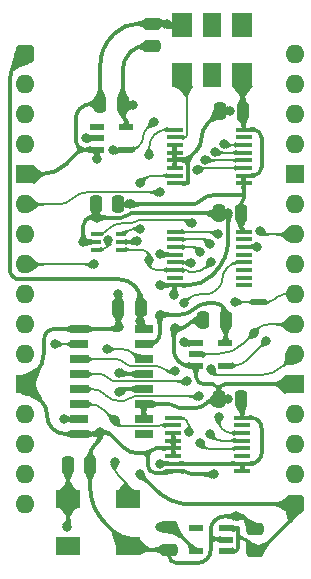
<source format=gtl>
%TF.GenerationSoftware,KiCad,Pcbnew,8.0.7*%
%TF.CreationDate,2025-02-05T15:08:57+02:00*%
%TF.ProjectId,Audio Clock,41756469-6f20-4436-9c6f-636b2e6b6963,V0*%
%TF.SameCoordinates,Original*%
%TF.FileFunction,Copper,L1,Top*%
%TF.FilePolarity,Positive*%
%FSLAX46Y46*%
G04 Gerber Fmt 4.6, Leading zero omitted, Abs format (unit mm)*
G04 Created by KiCad (PCBNEW 8.0.7) date 2025-02-05 15:08:57*
%MOMM*%
%LPD*%
G01*
G04 APERTURE LIST*
G04 Aperture macros list*
%AMRoundRect*
0 Rectangle with rounded corners*
0 $1 Rounding radius*
0 $2 $3 $4 $5 $6 $7 $8 $9 X,Y pos of 4 corners*
0 Add a 4 corners polygon primitive as box body*
4,1,4,$2,$3,$4,$5,$6,$7,$8,$9,$2,$3,0*
0 Add four circle primitives for the rounded corners*
1,1,$1+$1,$2,$3*
1,1,$1+$1,$4,$5*
1,1,$1+$1,$6,$7*
1,1,$1+$1,$8,$9*
0 Add four rect primitives between the rounded corners*
20,1,$1+$1,$2,$3,$4,$5,0*
20,1,$1+$1,$4,$5,$6,$7,0*
20,1,$1+$1,$6,$7,$8,$9,0*
20,1,$1+$1,$8,$9,$2,$3,0*%
G04 Aperture macros list end*
%TA.AperFunction,EtchedComponent*%
%ADD10C,0.000000*%
%TD*%
%TA.AperFunction,SMDPad,CuDef*%
%ADD11R,0.875000X0.450000*%
%TD*%
%TA.AperFunction,SMDPad,CuDef*%
%ADD12R,1.450000X0.450000*%
%TD*%
%TA.AperFunction,SMDPad,CuDef*%
%ADD13RoundRect,0.250000X0.250000X0.475000X-0.250000X0.475000X-0.250000X-0.475000X0.250000X-0.475000X0*%
%TD*%
%TA.AperFunction,SMDPad,CuDef*%
%ADD14RoundRect,0.250000X0.475000X-0.250000X0.475000X0.250000X-0.475000X0.250000X-0.475000X-0.250000X0*%
%TD*%
%TA.AperFunction,SMDPad,CuDef*%
%ADD15R,2.000000X1.500000*%
%TD*%
%TA.AperFunction,SMDPad,CuDef*%
%ADD16R,1.250000X0.600000*%
%TD*%
%TA.AperFunction,SMDPad,CuDef*%
%ADD17RoundRect,0.250000X-0.250000X-0.475000X0.250000X-0.475000X0.250000X0.475000X-0.250000X0.475000X0*%
%TD*%
%TA.AperFunction,SMDPad,CuDef*%
%ADD18R,1.800000X2.000000*%
%TD*%
%TA.AperFunction,SMDPad,CuDef*%
%ADD19R,1.600000X2.000000*%
%TD*%
%TA.AperFunction,SMDPad,CuDef*%
%ADD20R,1.550000X0.650000*%
%TD*%
%TA.AperFunction,SMDPad,CuDef*%
%ADD21RoundRect,0.250000X-0.475000X0.250000X-0.475000X-0.250000X0.475000X-0.250000X0.475000X0.250000X0*%
%TD*%
%TA.AperFunction,SMDPad,CuDef*%
%ADD22R,1.150000X0.600000*%
%TD*%
%TA.AperFunction,ComponentPad*%
%ADD23O,1.600000X1.600000*%
%TD*%
%TA.AperFunction,ComponentPad*%
%ADD24R,1.600000X1.600000*%
%TD*%
%TA.AperFunction,ComponentPad*%
%ADD25RoundRect,0.400000X-0.400000X-0.400000X0.400000X-0.400000X0.400000X0.400000X-0.400000X0.400000X0*%
%TD*%
%TA.AperFunction,SMDPad,CuDef*%
%ADD26C,0.500000*%
%TD*%
%TA.AperFunction,ViaPad*%
%ADD27C,0.800000*%
%TD*%
%TA.AperFunction,Conductor*%
%ADD28C,0.380000*%
%TD*%
%TA.AperFunction,Conductor*%
%ADD29C,0.200000*%
%TD*%
G04 APERTURE END LIST*
D10*
%TA.AperFunction,EtchedComponent*%
%TO.C,NT1*%
G36*
X20312000Y-21205000D02*
G01*
X19312000Y-21205000D01*
X19312000Y-20705000D01*
X20312000Y-20705000D01*
X20312000Y-21205000D01*
G37*
%TD.AperFunction*%
%TD*%
D11*
%TO.P,IC8,6,1Y*%
%TO.N,/~{Q3}*%
X8174000Y-15225000D03*
%TO.P,IC8,5,3V*%
%TO.N,/3.3V*%
X8174000Y-15875000D03*
%TO.P,IC8,4,2Y*%
%TO.N,/~{CLK}*%
X8174000Y-16525000D03*
%TO.P,IC8,3,2A*%
%TO.N,/CLK*%
X6050000Y-16525000D03*
%TO.P,IC8,2,GND*%
%TO.N,/GND*%
X6050000Y-15875000D03*
%TO.P,IC8,1,1A*%
%TO.N,/Q3*%
X6050000Y-15225000D03*
%TD*%
D12*
%TO.P,IC4,16,3V*%
%TO.N,/3.3V*%
X18546000Y-14997000D03*
%TO.P,IC4,15,~{Y0}*%
%TO.N,unconnected-(IC4-~{Y0}-Pad15)*%
X18546000Y-15647000D03*
%TO.P,IC4,14,~{Y1}*%
%TO.N,/~{WR}_{A}*%
X18546000Y-16297000D03*
%TO.P,IC4,13,~{Y2}*%
%TO.N,unconnected-(IC4-~{Y2}-Pad13)*%
X18546000Y-16947000D03*
%TO.P,IC4,12,~{Y3}*%
%TO.N,/~{WR}_{B}*%
X18546000Y-17597000D03*
%TO.P,IC4,11,~{Y4}*%
%TO.N,unconnected-(IC4-~{Y4}-Pad11)*%
X18546000Y-18247000D03*
%TO.P,IC4,10,~{Y5}*%
%TO.N,unconnected-(IC4-~{Y5}-Pad10)*%
X18546000Y-18897000D03*
%TO.P,IC4,9,~{Y6}*%
%TO.N,unconnected-(IC4-~{Y6}-Pad9)*%
X18546000Y-19547000D03*
%TO.P,IC4,8,GND*%
%TO.N,/GND*%
X12696000Y-19547000D03*
%TO.P,IC4,7,~{Y7}*%
%TO.N,unconnected-(IC4-~{Y7}-Pad7)*%
X12696000Y-18897000D03*
%TO.P,IC4,6,E3*%
%TO.N,/~{CLK}*%
X12696000Y-18247000D03*
%TO.P,IC4,5,~{E2}*%
%TO.N,/Q3*%
X12696000Y-17597000D03*
%TO.P,IC4,4,~{E1}*%
%TO.N,/GND*%
X12696000Y-16947000D03*
%TO.P,IC4,3,A2*%
%TO.N,/Q2*%
X12696000Y-16297000D03*
%TO.P,IC4,2,A1*%
%TO.N,/Q1*%
X12696000Y-15647000D03*
%TO.P,IC4,1,A0*%
%TO.N,/Q0*%
X12696000Y-14997000D03*
%TD*%
D13*
%TO.P,C11,2*%
%TO.N,/GND*%
X7924000Y-21463000D03*
%TO.P,C11,1*%
%TO.N,/5V*%
X9824000Y-21463000D03*
%TD*%
%TO.P,C5,2*%
%TO.N,/GND*%
X6019000Y-12700000D03*
%TO.P,C5,1*%
%TO.N,/3.3V*%
X7919000Y-12700000D03*
%TD*%
D14*
%TO.P,C8,2*%
%TO.N,/GND*%
X19486400Y-40141400D03*
%TO.P,C8,1*%
%TO.N,/5V*%
X19486400Y-42041400D03*
%TD*%
D15*
%TO.P,Y1,4,3V*%
%TO.N,/3.3V*%
X3683000Y-37624000D03*
%TO.P,Y1,3,OUTPUT*%
%TO.N,/32KHz*%
X8763000Y-37624000D03*
%TO.P,Y1,2,GND*%
%TO.N,/GND*%
X8763000Y-41624000D03*
%TO.P,Y1,1,N.C.*%
%TO.N,unconnected-(Y1-N.C.-Pad1)*%
X3683000Y-41624000D03*
%TD*%
D13*
%TO.P,C4,2*%
%TO.N,/GND*%
X16433000Y-29210000D03*
%TO.P,C4,1*%
%TO.N,/3.3V*%
X18333000Y-29210000D03*
%TD*%
D16*
%TO.P,IC3,5,3V*%
%TO.N,/3.3V*%
X8616000Y-6162000D03*
%TO.P,IC3,4,Y*%
%TO.N,/CLK*%
X8616000Y-8062000D03*
%TO.P,IC3,3,GND*%
%TO.N,/GND*%
X6116000Y-8062000D03*
%TO.P,IC3,2,A*%
%TO.N,Net-(IC1-YA)*%
X6116000Y-7112000D03*
%TO.P,IC3,1,n.c.*%
%TO.N,unconnected-(IC3-n.c.-Pad1)*%
X6116000Y-6162000D03*
%TD*%
D12*
%TO.P,IC2,16,3V*%
%TO.N,/3.3V*%
X18419000Y-30745000D03*
%TO.P,IC2,15,TC*%
%TO.N,unconnected-(IC2-TC-Pad15)*%
X18419000Y-31395000D03*
%TO.P,IC2,14,Q0*%
%TO.N,/16KHz*%
X18419000Y-32045000D03*
%TO.P,IC2,13,Q1*%
%TO.N,/8KHz*%
X18419000Y-32695000D03*
%TO.P,IC2,12,Q2*%
%TO.N,/4KHz*%
X18419000Y-33345000D03*
%TO.P,IC2,11,Q3*%
%TO.N,unconnected-(IC2-Q3-Pad11)*%
X18419000Y-33995000D03*
%TO.P,IC2,10,CET*%
%TO.N,/3.3V*%
X18419000Y-34645000D03*
%TO.P,IC2,9,~{PE}*%
X18419000Y-35295000D03*
%TO.P,IC2,8,GND*%
%TO.N,/GND*%
X12569000Y-35295000D03*
%TO.P,IC2,7,CEP*%
%TO.N,/3.3V*%
X12569000Y-34645000D03*
%TO.P,IC2,6,D3*%
%TO.N,/GND*%
X12569000Y-33995000D03*
%TO.P,IC2,5,D2*%
X12569000Y-33345000D03*
%TO.P,IC2,4,D1*%
X12569000Y-32695000D03*
%TO.P,IC2,3,D0*%
X12569000Y-32045000D03*
%TO.P,IC2,2,CP*%
%TO.N,/32KHz*%
X12569000Y-31395000D03*
%TO.P,IC2,1,~{MR}*%
%TO.N,/~{Reset}*%
X12569000Y-30745000D03*
%TD*%
D16*
%TO.P,IC9,5,3V*%
%TO.N,/3.3V*%
X16998000Y-24450000D03*
%TO.P,IC9,4,Y*%
%TO.N,/~{WR}*%
X16998000Y-26350000D03*
%TO.P,IC9,3,GND*%
%TO.N,/GND*%
X14498000Y-26350000D03*
%TO.P,IC9,2,A*%
%TO.N,/~{WR}_{A}*%
X14498000Y-25400000D03*
%TO.P,IC9,1,B*%
%TO.N,/~{WR}_{B}*%
X14498000Y-24450000D03*
%TD*%
D17*
%TO.P,C3,2*%
%TO.N,/GND*%
X5538000Y-34798000D03*
%TO.P,C3,1*%
%TO.N,/3.3V*%
X3638000Y-34798000D03*
%TD*%
D13*
%TO.P,C2,2*%
%TO.N,/GND*%
X15118000Y-22479000D03*
%TO.P,C2,1*%
%TO.N,/3.3V*%
X17018000Y-22479000D03*
%TD*%
D12*
%TO.P,IC6,16,3V*%
%TO.N,/3.3V*%
X18546000Y-6361000D03*
%TO.P,IC6,15,TC*%
%TO.N,unconnected-(IC6-TC-Pad15)*%
X18546000Y-7011000D03*
%TO.P,IC6,14,Q0*%
%TO.N,/Q0*%
X18546000Y-7661000D03*
%TO.P,IC6,13,Q1*%
%TO.N,/Q1*%
X18546000Y-8311000D03*
%TO.P,IC6,12,Q2*%
%TO.N,/Q2*%
X18546000Y-8961000D03*
%TO.P,IC6,11,Q3*%
%TO.N,/Q3*%
X18546000Y-9611000D03*
%TO.P,IC6,10,CET*%
%TO.N,/3.3V*%
X18546000Y-10261000D03*
%TO.P,IC6,9,~{PE}*%
X18546000Y-10911000D03*
%TO.P,IC6,8,GND*%
%TO.N,/GND*%
X12696000Y-10911000D03*
%TO.P,IC6,7,CEP*%
%TO.N,/~{Q3}*%
X12696000Y-10261000D03*
%TO.P,IC6,6,D3*%
%TO.N,/GND*%
X12696000Y-9611000D03*
%TO.P,IC6,5,D2*%
X12696000Y-8961000D03*
%TO.P,IC6,4,D1*%
X12696000Y-8311000D03*
%TO.P,IC6,3,D0*%
X12696000Y-7661000D03*
%TO.P,IC6,2,CP*%
%TO.N,/10MHz*%
X12696000Y-7011000D03*
%TO.P,IC6,1,~{MR}*%
%TO.N,/~{CLK}*%
X12696000Y-6361000D03*
%TD*%
D14*
%TO.P,C10,2*%
%TO.N,/GND*%
X10795000Y2617000D03*
%TO.P,C10,1*%
%TO.N,/3.3V*%
X10795000Y717000D03*
%TD*%
D18*
%TO.P,Y2,6,3V*%
%TO.N,/3.3V*%
X18415000Y-1719000D03*
D19*
%TO.P,Y2,5,OUT2*%
%TO.N,unconnected-(Y2-OUT2-Pad5)*%
X15875000Y-1719000D03*
D18*
%TO.P,Y2,4,OUT*%
%TO.N,/10MHz*%
X13335000Y-1719000D03*
%TO.P,Y2,3,GND*%
%TO.N,/GND*%
X13335000Y2481000D03*
D19*
%TO.P,Y2,2,NC*%
%TO.N,unconnected-(Y2-NC-Pad2)*%
X15875000Y2481000D03*
D18*
%TO.P,Y2,1,E/D*%
%TO.N,unconnected-(Y2-E{slash}D-Pad1)*%
X18415000Y2481000D03*
%TD*%
D20*
%TO.P,IC1,16,5V*%
%TO.N,/5V*%
X10091000Y-23241000D03*
%TO.P,IC1,15,~{EB}*%
%TO.N,/3.3V*%
X10091000Y-24511000D03*
%TO.P,IC1,14,S0*%
%TO.N,/Clock Select _{S0}*%
X10091000Y-25781000D03*
%TO.P,IC1,13,I3B*%
%TO.N,/GND*%
X10091000Y-27051000D03*
%TO.P,IC1,12,I2B*%
X10091000Y-28321000D03*
%TO.P,IC1,11,I1B*%
X10091000Y-29591000D03*
%TO.P,IC1,10,I0B*%
X10091000Y-30861000D03*
%TO.P,IC1,9,YB*%
%TO.N,unconnected-(IC1-YB-Pad9)*%
X10091000Y-32131000D03*
%TO.P,IC1,8,GND*%
%TO.N,/GND*%
X4641000Y-32131000D03*
%TO.P,IC1,7,YA*%
%TO.N,Net-(IC1-YA)*%
X4641000Y-30861000D03*
%TO.P,IC1,6,I0A*%
%TO.N,/32KHz*%
X4641000Y-29591000D03*
%TO.P,IC1,5,I1A*%
%TO.N,/16KHz*%
X4641000Y-28321000D03*
%TO.P,IC1,4,I2A*%
%TO.N,/8KHz*%
X4641000Y-27051000D03*
%TO.P,IC1,3,I3A*%
%TO.N,/4KHz*%
X4641000Y-25781000D03*
%TO.P,IC1,2,S1*%
%TO.N,/Clock Select _{S1}*%
X4641000Y-24511000D03*
%TO.P,IC1,1,~{EA}*%
%TO.N,/GND*%
X4641000Y-23241000D03*
%TD*%
D13*
%TO.P,C7,2*%
%TO.N,/GND*%
X16560000Y-4826000D03*
%TO.P,C7,1*%
%TO.N,/3.3V*%
X18460000Y-4826000D03*
%TD*%
%TO.P,C1,2*%
%TO.N,/GND*%
X16433000Y-13462000D03*
%TO.P,C1,1*%
%TO.N,/3.3V*%
X18333000Y-13462000D03*
%TD*%
%TO.P,C6,2*%
%TO.N,/GND*%
X6400000Y-4191000D03*
%TO.P,C6,1*%
%TO.N,/3.3V*%
X8300000Y-4191000D03*
%TD*%
D21*
%TO.P,C9,2*%
%TO.N,/GND*%
X12222000Y-41921000D03*
%TO.P,C9,1*%
%TO.N,/3.3V*%
X12222000Y-40021000D03*
%TD*%
D22*
%TO.P,IC5,5,3.3VOut*%
%TO.N,/3.3V*%
X14478000Y-42032000D03*
%TO.P,IC5,4,ADJ*%
%TO.N,unconnected-(IC5-ADJ-Pad4)*%
X14478000Y-40132000D03*
%TO.P,IC5,3,EN*%
%TO.N,/5V*%
X17078000Y-40132000D03*
%TO.P,IC5,2,GND*%
%TO.N,/GND*%
X17078000Y-41082000D03*
%TO.P,IC5,1,6VIn*%
%TO.N,/5V*%
X17078000Y-42032000D03*
%TD*%
D23*
%TO.P,J2,32,Pin_32*%
%TO.N,unconnected-(J2-Pin_32-Pad32)*%
X22860000Y0D03*
%TO.P,J2,31,Pin_31*%
%TO.N,unconnected-(J2-Pin_31-Pad31)*%
X22860000Y-2540000D03*
%TO.P,J2,30,Pin_30*%
%TO.N,unconnected-(J2-Pin_30-Pad30)*%
X22860000Y-5080000D03*
%TO.P,J2,29,Pin_29*%
%TO.N,unconnected-(J2-Pin_29-Pad29)*%
X22860000Y-7620000D03*
D24*
%TO.P,J2,28,Pin_28*%
%TO.N,/GND*%
X22860000Y-10160000D03*
D23*
%TO.P,J2,27,Pin_27*%
%TO.N,/CLK*%
X22860000Y-12700000D03*
%TO.P,J2,26,Pin_26*%
%TO.N,/~{CLK}*%
X22860000Y-15240000D03*
%TO.P,J2,25,Pin_25*%
%TO.N,/~{WR}*%
X22860000Y-17780000D03*
%TO.P,J2,24,Pin_24*%
%TO.N,/A0*%
X22860000Y-20320000D03*
%TO.P,J2,23,Pin_23*%
%TO.N,/~{WR}_{A}*%
X22860000Y-22860000D03*
%TO.P,J2,22,Pin_22*%
%TO.N,/~{WR}_{B}*%
X22860000Y-25400000D03*
D24*
%TO.P,J2,21,Pin_21*%
%TO.N,/GND*%
X22860000Y-27940000D03*
D23*
%TO.P,J2,20,Pin_20*%
%TO.N,unconnected-(J2-Pin_20-Pad20)*%
X22860000Y-30480000D03*
%TO.P,J2,19,Pin_19*%
%TO.N,unconnected-(J2-Pin_19-Pad19)*%
X22860000Y-33020000D03*
%TO.P,J2,18,Pin_18*%
%TO.N,unconnected-(J2-Pin_18-Pad18)*%
X22860000Y-35560000D03*
D25*
%TO.P,J2,17,Pin_17*%
%TO.N,/5V*%
X22860000Y-38100000D03*
D23*
%TO.P,J2,16,Pin_16*%
%TO.N,unconnected-(J2-Pin_16-Pad16)*%
X0Y-38100000D03*
%TO.P,J2,15,Pin_15*%
%TO.N,unconnected-(J2-Pin_15-Pad15)*%
X0Y-35560000D03*
%TO.P,J2,14,Pin_14*%
%TO.N,unconnected-(J2-Pin_14-Pad14)*%
X0Y-33020000D03*
%TO.P,J2,13,Pin_13*%
%TO.N,unconnected-(J2-Pin_13-Pad13)*%
X0Y-30480000D03*
D24*
%TO.P,J2,12,Pin_12*%
%TO.N,/GND*%
X0Y-27940000D03*
D23*
%TO.P,J2,11,Pin_11*%
%TO.N,unconnected-(J2-Pin_11-Pad11)*%
X0Y-25400000D03*
%TO.P,J2,10,Pin_10*%
%TO.N,unconnected-(J2-Pin_10-Pad10)*%
X0Y-22860000D03*
%TO.P,J2,9,Pin_9*%
%TO.N,unconnected-(J2-Pin_9-Pad9)*%
X0Y-20320000D03*
%TO.P,J2,8,Pin_8*%
%TO.N,/Clock Select _{S0}*%
X0Y-17780000D03*
%TO.P,J2,7,Pin_7*%
%TO.N,/Clock Select _{S1}*%
X0Y-15240000D03*
%TO.P,J2,6,Pin_6*%
%TO.N,/~{Reset}*%
X0Y-12700000D03*
D24*
%TO.P,J2,5,Pin_5*%
%TO.N,/GND*%
X0Y-10160000D03*
D23*
%TO.P,J2,4,Pin_4*%
%TO.N,unconnected-(J2-Pin_4-Pad4)*%
X0Y-7620000D03*
%TO.P,J2,3,Pin_3*%
%TO.N,unconnected-(J2-Pin_3-Pad3)*%
X0Y-5080000D03*
%TO.P,J2,2,Pin_2*%
%TO.N,unconnected-(J2-Pin_2-Pad2)*%
X0Y-2540000D03*
D25*
%TO.P,J2,1,Pin_1*%
%TO.N,/5V*%
X0Y0D03*
%TD*%
D26*
%TO.P,NT1,2,2*%
%TO.N,/A0*%
X20312000Y-20955000D03*
%TO.P,NT1,1,1*%
%TO.N,/Q2*%
X19312000Y-20955000D03*
%TD*%
D27*
%TO.N,/5V*%
X9778997Y-35560003D03*
X9778999Y-22605999D03*
%TO.N,/GND*%
X17233000Y-29210000D03*
X16002000Y-35560000D03*
X7924000Y-20319996D03*
X6096000Y-13814989D03*
X8001002Y-26936000D03*
X12621997Y-20397598D03*
X17360000Y-4761140D03*
X6096000Y-8890000D03*
X17906998Y-39116000D03*
X11430000Y-16891000D03*
X17233000Y-13450418D03*
X12065000Y2540000D03*
X8001000Y-23114000D03*
X6350000Y-32004000D03*
X11430004Y-19558000D03*
X12712004Y-23174134D03*
X8019934Y-28551000D03*
X4952994Y-15875000D03*
%TO.N,/3.3V*%
X3556000Y-40005000D03*
X9525000Y-15775000D03*
X11430000Y-40021000D03*
X11430000Y-22034503D03*
X11420471Y-34645000D03*
X9144000Y-4318000D03*
X8890000Y-12622000D03*
%TO.N,/CLK*%
X7087502Y-15748000D03*
X10922001Y-5715001D03*
X7493000Y-8128000D03*
%TO.N,/Clock Select _{S1}*%
X2540000Y-24511000D03*
%TO.N,/4KHz*%
X12700000Y-26797000D03*
X14859004Y-32893000D03*
%TO.N,/8KHz*%
X15695036Y-32131004D03*
X13708000Y-27686000D03*
%TO.N,/16KHz*%
X14732000Y-28955998D03*
X16445037Y-30669035D03*
%TO.N,/32KHz*%
X7620000Y-30988000D03*
X7620000Y-34544000D03*
%TO.N,Net-(IC1-YA)*%
X5158000Y-7112000D03*
X3302000Y-30861000D03*
%TO.N,/Clock Select _{S0}*%
X5872155Y-17780000D03*
X6931275Y-24945725D03*
%TO.N,/~{Reset}*%
X11430000Y-11675000D03*
X13894002Y-32004000D03*
%TO.N,/Q0*%
X16393000Y-15231971D03*
X16890998Y-7619998D03*
%TO.N,/Q1*%
X15687792Y-16009908D03*
X16120392Y-8263608D03*
%TO.N,/Q2*%
X15307668Y-8911000D03*
X14886588Y-16759914D03*
X17780000Y-20955000D03*
%TO.N,/Q3*%
X14135755Y-14302000D03*
X14601000Y-9779000D03*
X14097000Y-17653000D03*
%TO.N,/~{CLK}*%
X10541000Y-17399000D03*
X15780064Y-17569554D03*
X10541000Y-8509000D03*
X19939000Y-14986000D03*
%TO.N,/~{WR}_{B}*%
X13462007Y-21078664D03*
X13462004Y-24384000D03*
X15748000Y-26670000D03*
%TO.N,/~{WR}_{A}*%
X19710538Y-16279687D03*
X19431000Y-23622000D03*
%TO.N,/~{Q3}*%
X9791000Y-14782683D03*
X9791000Y-10922000D03*
%TO.N,/~{WR}*%
X20447000Y-24257000D03*
%TD*%
D28*
%TO.N,/3.3V*%
X8890000Y127000D02*
G75*
G03*
X8299994Y-1297386I1424400J-1424400D01*
G01*
X8929000Y-12661000D02*
G75*
G03*
X9023154Y-12700019I94200J94200D01*
G01*
X14323036Y-21558251D02*
G75*
G02*
X13173263Y-22034483I-1149736J1149751D01*
G01*
X11176000Y-24257000D02*
G75*
G02*
X10562789Y-24510996I-613200J613200D01*
G01*
X16764000Y-21336000D02*
G75*
G02*
X17017996Y-21949210I-613200J-613200D01*
G01*
X19795000Y-34374000D02*
G75*
G02*
X19140748Y-34645020I-654300J654300D01*
G01*
X19858500Y-6568500D02*
G75*
G03*
X19357550Y-6361020I-500900J-500900D01*
G01*
X20066000Y-33719748D02*
G75*
G02*
X19794986Y-34373986I-925300J48D01*
G01*
X18439500Y-12421500D02*
G75*
G03*
X18333006Y-12678613I257100J-257100D01*
G01*
X14986000Y-12319000D02*
G75*
G02*
X14066184Y-12699994I-919800J919800D01*
G01*
X9475000Y-15825000D02*
G75*
G02*
X9354289Y-15874996I-120700J120700D01*
G01*
X18546000Y-12164386D02*
G75*
G02*
X18439504Y-12421504I-363600J-14D01*
G01*
X16764000Y-21336000D02*
G75*
G03*
X16150789Y-21082004I-613200J-613200D01*
G01*
X8458000Y-5410000D02*
G75*
G02*
X8615981Y-5791445I-381400J-381400D01*
G01*
X18357500Y-11938000D02*
G75*
G03*
X18546000Y-11749500I0J188500D01*
G01*
X18546000Y-12126500D02*
G75*
G03*
X18357500Y-11938000I-188500J0D01*
G01*
X15905815Y-11938000D02*
G75*
G03*
X14985995Y-12318995I-15J-1300800D01*
G01*
X3683000Y-39788197D02*
G75*
G02*
X3619501Y-39941501I-216800J-3D01*
G01*
X11430000Y-23643789D02*
G75*
G02*
X11176003Y-24257003I-867200J-11D01*
G01*
X18333000Y-14633386D02*
G75*
G03*
X18439496Y-14890504I363600J-14D01*
G01*
X19858500Y-6568500D02*
G75*
G02*
X20066021Y-7069449I-501000J-501000D01*
G01*
X19795000Y-31016000D02*
G75*
G03*
X19140748Y-30744951I-654300J-654200D01*
G01*
X15472809Y-21082000D02*
G75*
G03*
X14323037Y-21558252I-9J-1626000D01*
G01*
X18333000Y-29698188D02*
G75*
G03*
X18375997Y-29802003I146800J-12D01*
G01*
X10137500Y717000D02*
G75*
G03*
X9015066Y252088I0J-1587400D01*
G01*
X8851000Y-12661000D02*
G75*
G02*
X8756845Y-12700019I-94200J94200D01*
G01*
X19846000Y-10041000D02*
G75*
G02*
X19314873Y-10260989I-531100J531100D01*
G01*
X18376000Y-29802000D02*
G75*
G02*
X18418995Y-29905811I-103800J-103800D01*
G01*
X8300000Y-5028554D02*
G75*
G03*
X8457987Y-5410013I539400J-46D01*
G01*
X20066000Y-9509873D02*
G75*
G02*
X19846008Y-10041008I-751100J-27D01*
G01*
X19795000Y-31016000D02*
G75*
G02*
X20066020Y-31670251I-654300J-654300D01*
G01*
X18546000Y-11749500D02*
X18546000Y-12126500D01*
%TO.N,/GND*%
X16951960Y-27940000D02*
G75*
G03*
X16585012Y-28092012I40J-519000D01*
G01*
X6350000Y-32321500D02*
G75*
G02*
X6125491Y-32863504I-766500J0D01*
G01*
X8351184Y-33243184D02*
G75*
G03*
X9652000Y-33782009I1300816J1300784D01*
G01*
X7874006Y-23240993D02*
X7874000Y-23241000D01*
X15342807Y-29566807D02*
G75*
G02*
X14481397Y-29923613I-861407J861407D01*
G01*
X17327570Y-4793570D02*
G75*
G02*
X17249277Y-4825990I-78270J78270D01*
G01*
X14498000Y-26901000D02*
G75*
G03*
X13947000Y-26350000I-551000J0D01*
G01*
X5618815Y-4191000D02*
G75*
G03*
X4698995Y-4571995I-15J-1300800D01*
G01*
X7429500Y1587500D02*
G75*
G03*
X6400001Y-897932I2485430J-2485430D01*
G01*
X12817204Y-8890000D02*
G75*
G03*
X12731499Y-8925499I-4J-121200D01*
G01*
X13289000Y-8890000D02*
G75*
G03*
X14180106Y-8520886I0J1260200D01*
G01*
X13811000Y-9412000D02*
G75*
G03*
X13289000Y-8890000I-522000J0D01*
G01*
X14180109Y-8520889D02*
G75*
G03*
X13810993Y-9412000I891091J-891111D01*
G01*
X7924000Y-22982552D02*
G75*
G03*
X7962486Y-23075514I131400J-48D01*
G01*
X10104994Y-33782000D02*
G75*
G03*
X10632502Y-33563502I6J746000D01*
G01*
X10414000Y-34091005D02*
G75*
G03*
X10104994Y-33782000I-309000J5D01*
G01*
X10632500Y-33563500D02*
G75*
G03*
X10414002Y-34091005I527500J-527500D01*
G01*
X8617529Y-13638494D02*
G75*
G02*
X8191434Y-13815013I-426129J426094D01*
G01*
X7381407Y-32273407D02*
G75*
G03*
X6731000Y-32003995I-650407J-650393D01*
G01*
X16066307Y-29210000D02*
G75*
G03*
X16433000Y-28843307I-7J366700D01*
G01*
X16433000Y-28843307D02*
G75*
G03*
X16799692Y-29210000I366700J7D01*
G01*
X4318000Y-7307458D02*
G75*
G03*
X4539000Y-7841000I754540J-2D01*
G01*
X12026500Y2578500D02*
G75*
G03*
X11933552Y2616951I-92900J-93000D01*
G01*
X14703500Y-27734500D02*
G75*
G03*
X15199620Y-27939991I496100J496100D01*
G01*
X1905000Y-23495000D02*
G75*
G03*
X1651004Y-24108210I613200J-613200D01*
G01*
X10414000Y-34781178D02*
G75*
G03*
X10605494Y-35243506I653800J-22D01*
G01*
X16066307Y-29210000D02*
G75*
G03*
X15440315Y-29469281I-7J-885300D01*
G01*
X12222000Y-42453805D02*
G75*
G03*
X12397502Y-42877498I599200J5D01*
G01*
X1411085Y-29351085D02*
G75*
G02*
X1904999Y-30543500I-1192415J-1192415D01*
G01*
X16192500Y-41021000D02*
G75*
G03*
X15748000Y-41465500I0J-444500D01*
G01*
X15748000Y-40576500D02*
G75*
G03*
X16192500Y-41021000I444500J0D01*
G01*
X16093500Y-39461500D02*
G75*
G03*
X15748004Y-40295610I834100J-834100D01*
G01*
X2518210Y-23241000D02*
G75*
G03*
X1904997Y-23494997I-10J-867200D01*
G01*
X6286500Y-32067500D02*
G75*
G02*
X6133197Y-32130999I-153300J153300D01*
G01*
X8412568Y-28321000D02*
G75*
G03*
X8134957Y-28436023I32J-392600D01*
G01*
X12049994Y-35295000D02*
G75*
G03*
X11881001Y-35365001I6J-239000D01*
G01*
X16281000Y-28092000D02*
G75*
G03*
X15914039Y-27939984I-367000J-367000D01*
G01*
X15748000Y-41967280D02*
G75*
G02*
X15430006Y-42735006I-1085700J-20D01*
G01*
X11881000Y-35365000D02*
G75*
G02*
X11712005Y-35435002I-169000J169000D01*
G01*
X11458000Y-16919000D02*
G75*
G03*
X11525597Y-16947001I67600J67600D01*
G01*
X15818694Y-18731339D02*
G75*
G02*
X13849517Y-19547022I-1969194J1969139D01*
G01*
X13817669Y-22885329D02*
G75*
G02*
X13120435Y-23174159I-697269J697229D01*
G01*
X12094500Y2510500D02*
G75*
G03*
X12165719Y2481008I71200J71200D01*
G01*
X2349500Y-31686500D02*
G75*
G03*
X3422617Y-32131001I1073120J1073120D01*
G01*
X12696000Y-20271266D02*
G75*
G02*
X12659009Y-20360607I-126300J-34D01*
G01*
X6116000Y-8855857D02*
G75*
G02*
X6106012Y-8880012I-34100J-43D01*
G01*
X13837500Y-35427500D02*
G75*
G03*
X14157383Y-35560007I319900J319900D01*
G01*
X12397500Y-42877500D02*
G75*
G03*
X12821194Y-43053002I423700J423700D01*
G01*
X5651229Y-13814989D02*
G75*
G03*
X5157493Y-14019488I-29J-698211D01*
G01*
X18656869Y-39311869D02*
G75*
G03*
X18183999Y-39115989I-472869J-472831D01*
G01*
X9043624Y-13462000D02*
G75*
G03*
X8617515Y-13638480I-24J-602600D01*
G01*
X14986000Y-7032500D02*
G75*
G02*
X14503399Y-8197600I-1647700J0D01*
G01*
X16667500Y-41051500D02*
G75*
G03*
X16593866Y-41021014I-73600J-73600D01*
G01*
X5538000Y-36598500D02*
G75*
G03*
X6811143Y-39672147I4346800J0D01*
G01*
X8058502Y-26993500D02*
G75*
G03*
X8197319Y-27050991I138798J138800D01*
G01*
X12667002Y-23219136D02*
G75*
G03*
X12621973Y-23327780I108598J-108664D01*
G01*
X16667500Y-41051500D02*
G75*
G03*
X16741133Y-41081986I73600J73600D01*
G01*
X13811000Y-10893928D02*
G75*
G02*
X13805992Y-10905992I-17100J28D01*
G01*
X13806000Y-10906000D02*
G75*
G02*
X13793928Y-10911012I-12100J12100D01*
G01*
X12660692Y-29757307D02*
G75*
G03*
X13062194Y-29923617I401508J401507D01*
G01*
X4538999Y-8282999D02*
G75*
G03*
X4538999Y-7841001I-220999J220999D01*
G01*
X5072541Y-8062000D02*
G75*
G03*
X4538988Y-8282988I-41J-754500D01*
G01*
X4539000Y-7841000D02*
G75*
G03*
X5072541Y-8061983I533500J533500D01*
G01*
X1651000Y-25121566D02*
G75*
G02*
X825500Y-27114500I-2818441J3D01*
G01*
X5944000Y-33045000D02*
G75*
G03*
X5537988Y-34025170I980200J-980200D01*
G01*
X11160005Y-33345000D02*
G75*
G03*
X10632498Y-33563498I-5J-746000D01*
G01*
X9627000Y2617000D02*
G75*
G03*
X7633099Y1791099I0J-2819800D01*
G01*
X12622000Y-25028699D02*
G75*
G03*
X13009000Y-25963000I1321300J-1D01*
G01*
X15468600Y-5867399D02*
G75*
G03*
X14985999Y-7032500I1165100J-1165101D01*
G01*
X14498000Y-27238379D02*
G75*
G03*
X14703494Y-27734506I701600J-21D01*
G01*
X10605500Y-35243500D02*
G75*
G03*
X11067821Y-35434991I462300J462300D01*
G01*
X1905000Y-30613382D02*
G75*
G03*
X2349498Y-31686502I1517610J-8D01*
G01*
X15430000Y-42735000D02*
G75*
G02*
X14662280Y-43052992I-767700J767700D01*
G01*
X4699000Y-4572000D02*
G75*
G03*
X4318006Y-5491815I919800J-919800D01*
G01*
X14671000Y-22479000D02*
G75*
G03*
X13907935Y-22795088I0J-1079100D01*
G01*
X13837500Y-35427500D02*
G75*
G03*
X13517616Y-35294993I-319900J-319900D01*
G01*
X12660692Y-29757307D02*
G75*
G03*
X12259190Y-29591004I-401492J-401493D01*
G01*
X12731500Y-8925500D02*
G75*
G03*
X12696002Y-9011204I85700J-85700D01*
G01*
X12696000Y-8910795D02*
G75*
G03*
X12731508Y-8925508I20800J-5D01*
G01*
X16433000Y-28458960D02*
G75*
G03*
X16280988Y-28092012I-519000J-40D01*
G01*
X16585000Y-28092000D02*
G75*
G03*
X16432984Y-28458960I367000J-367000D01*
G01*
X16281000Y-28092000D02*
G75*
G03*
X16585000Y-28092000I152000J152002D01*
G01*
X17227209Y-13456209D02*
G75*
G02*
X17213228Y-13462012I-14009J14009D01*
G01*
X16927610Y-39116000D02*
G75*
G03*
X16093497Y-39461497I-10J-1179600D01*
G01*
X13009000Y-25963000D02*
G75*
G03*
X13943300Y-26350000I934300J934300D01*
G01*
X17233000Y-15740211D02*
G75*
G02*
X16118014Y-18432014I-3806800J11D01*
G01*
X3603159Y-9218840D02*
G75*
G02*
X1331000Y-10159999I-2272159J2272160D01*
G01*
X5157502Y-14019497D02*
G75*
G03*
X4953002Y-14513224I493698J-493703D01*
G01*
X16799692Y-29210000D02*
X16066307Y-29210000D01*
X7874000Y-23241000D02*
X7873973Y-23241000D01*
X15748000Y-41465500D02*
X15748000Y-40576500D01*
X12696000Y-9011204D02*
X12696000Y-8910795D01*
%TO.N,/5V*%
X18038000Y-40137000D02*
G75*
G02*
X18043012Y-40149071I-12100J-12100D01*
G01*
X11048995Y-36830001D02*
G75*
G03*
X14115043Y-38100000I3066045J3066041D01*
G01*
X18292500Y-40894000D02*
G75*
G03*
X18043000Y-41143500I0J-249500D01*
G01*
X18043000Y-40644500D02*
G75*
G03*
X18292500Y-40894000I249500J0D01*
G01*
X9345995Y-19632995D02*
G75*
G02*
X9824002Y-20787000I-1153995J-1154005D01*
G01*
X9976802Y-22803802D02*
G75*
G02*
X10090999Y-23079500I-275702J-275698D01*
G01*
X18043000Y-41808369D02*
G75*
G02*
X17977509Y-41966509I-223600J-31D01*
G01*
X-1016000Y-18796000D02*
G75*
G03*
X-402789Y-19050000I613214J613220D01*
G01*
X-635000Y-635000D02*
G75*
G03*
X-1270002Y-2168025I1533030J-1533030D01*
G01*
X9824000Y-22529177D02*
G75*
G02*
X9801506Y-22583505I-76800J-23D01*
G01*
X22860000Y-38608000D02*
G75*
G02*
X22500785Y-39475206I-1226400J0D01*
G01*
X18038000Y-40137000D02*
G75*
G03*
X18025928Y-40131988I-12100J-12100D01*
G01*
X17977500Y-41966500D02*
G75*
G02*
X17819369Y-42031987I-158100J158100D01*
G01*
X-1270000Y-18182789D02*
G75*
G03*
X-1016000Y-18796000I867220J3D01*
G01*
X9293500Y-19580500D02*
G75*
G03*
X8012759Y-19050000I-1280740J-1280740D01*
G01*
X18718423Y-41070423D02*
G75*
G03*
X18292500Y-40893986I-425923J-425877D01*
G01*
X18043000Y-41143500D02*
X18043000Y-40644500D01*
D29*
%TO.N,/A0*%
X21182334Y-20727664D02*
G75*
G02*
X20633500Y-20954990I-548834J548864D01*
G01*
X21903500Y-20320000D02*
G75*
G03*
X21368334Y-20541689I0J-756800D01*
G01*
%TO.N,/~{WR}*%
X18833418Y-25870581D02*
G75*
G02*
X17676000Y-26350010I-1157418J1157381D01*
G01*
%TO.N,/~{Q3}*%
X9141582Y-14782683D02*
G75*
G03*
X8607660Y-15003843I18J-755117D01*
G01*
X10919397Y-10261000D02*
G75*
G03*
X10121501Y-10591501I3J-1128400D01*
G01*
%TO.N,/10MHz*%
X13671000Y-6961000D02*
G75*
G02*
X13550289Y-7010996I-120700J120700D01*
G01*
X13147000Y-2166000D02*
G75*
G02*
X13721017Y-3551758I-1385800J-1385800D01*
G01*
X13721000Y-6840289D02*
G75*
G02*
X13671003Y-6961003I-170700J-11D01*
G01*
%TO.N,/~{WR}_{A}*%
X18486998Y-24485999D02*
G75*
G02*
X16401118Y-25350006I-2085898J2085899D01*
G01*
X20595245Y-22860000D02*
G75*
G03*
X19771986Y-23200986I-45J-1164200D01*
G01*
X19390999Y-23622000D02*
G75*
G03*
X19322708Y-23650278I1J-96600D01*
G01*
X19459284Y-23513714D02*
G75*
G03*
X19431008Y-23581999I68316J-68286D01*
G01*
%TO.N,/~{WR}_{B}*%
X21971000Y-26289000D02*
G75*
G02*
X19824764Y-27177985I-2146200J2146200D01*
G01*
X16002000Y-26924000D02*
G75*
G03*
X16615210Y-27177996I613200J613200D01*
G01*
X13495004Y-24417000D02*
G75*
G03*
X13574673Y-24450010I79696J79700D01*
G01*
X16732500Y-18986500D02*
G75*
G02*
X16395925Y-19799090I-1149200J0D01*
G01*
X17069082Y-18173916D02*
G75*
G03*
X16732509Y-18986500I812618J-812584D01*
G01*
X16303750Y-19891250D02*
G75*
G02*
X15268655Y-20319952I-1035050J1035150D01*
G01*
X14757127Y-20320000D02*
G75*
G03*
X13841330Y-20699323I-27J-1295100D01*
G01*
X18096000Y-17597000D02*
G75*
G03*
X17327801Y-17915198I0J-1086400D01*
G01*
%TO.N,/~{CLK}*%
X10358000Y-16708000D02*
G75*
G03*
X9916198Y-16525000I-441800J-441800D01*
G01*
X12039839Y-6361000D02*
G75*
G03*
X10979988Y-6799988I-39J-1498800D01*
G01*
X10711000Y-18077000D02*
G75*
G03*
X11121416Y-18246993I410400J410400D01*
G01*
X13772044Y-18317956D02*
G75*
G03*
X13600741Y-18246983I-171344J-171344D01*
G01*
X10980000Y-6800000D02*
G75*
G03*
X10541016Y-7859839I1059800J-1059800D01*
G01*
X10361394Y-16711394D02*
G75*
G02*
X10541003Y-17145000I-433594J-433606D01*
G01*
X10541000Y-17666583D02*
G75*
G03*
X10710995Y-18077005I580400J-17D01*
G01*
X20066000Y-15113000D02*
G75*
G03*
X20372605Y-15239998I306600J306600D01*
G01*
X13772044Y-18317956D02*
G75*
G03*
X13943346Y-18388893I171256J171256D01*
G01*
X15355874Y-17993743D02*
G75*
G02*
X14401853Y-18388942I-954074J954043D01*
G01*
%TO.N,/Q3*%
X6820171Y-15023828D02*
G75*
G02*
X6334500Y-15225012I-485671J485628D01*
G01*
X9344180Y-14168841D02*
G75*
G02*
X9015464Y-14304967I-328680J328741D01*
G01*
X9672896Y-14032683D02*
G75*
G03*
X9344174Y-14168835I4J-464917D01*
G01*
X14887793Y-9611000D02*
G75*
G03*
X14685002Y-9695002I7J-286800D01*
G01*
X14001096Y-14167341D02*
G75*
G03*
X13676002Y-14032671I-325096J-325059D01*
G01*
X8189538Y-14305000D02*
G75*
G03*
X7079001Y-14765001I2J-1570540D01*
G01*
X14069000Y-17625000D02*
G75*
G03*
X14001402Y-17596999I-67600J-67600D01*
G01*
%TO.N,/Q2*%
X14655131Y-16528457D02*
G75*
G03*
X14096344Y-16296956I-558831J-558743D01*
G01*
X15333972Y-8937304D02*
G75*
G03*
X15397475Y-8963625I63528J63504D01*
G01*
%TO.N,/Q1*%
X15506338Y-15828454D02*
G75*
G03*
X15068269Y-15647015I-438038J-438046D01*
G01*
X16148588Y-8291804D02*
G75*
G03*
X16216660Y-8320019I68112J68104D01*
G01*
%TO.N,/Q0*%
X16303014Y-15141985D02*
G75*
G03*
X16085770Y-15052012I-217214J-217215D01*
G01*
X16911499Y-7640499D02*
G75*
G03*
X16960992Y-7661004I49501J49499D01*
G01*
%TO.N,/~{Reset}*%
X13694001Y-30945001D02*
G75*
G02*
X13893982Y-31427846I-482801J-482799D01*
G01*
X4059500Y-12187500D02*
G75*
G02*
X2822215Y-12700006I-1237300J1237300D01*
G01*
X13694001Y-30945001D02*
G75*
G03*
X13211155Y-30745018I-482801J-482799D01*
G01*
X5296784Y-11675000D02*
G75*
G03*
X4059505Y-12187505I16J-1749800D01*
G01*
%TO.N,/Clock Select _{S0}*%
X9223362Y-25363362D02*
G75*
G03*
X8215096Y-24945719I-1008262J-1008238D01*
G01*
%TO.N,/32KHz*%
X11353500Y-31445500D02*
G75*
G02*
X11231582Y-31495993I-121900J121900D01*
G01*
X7874000Y-31242000D02*
G75*
G03*
X8487210Y-31495996I613200J613200D01*
G01*
X7620000Y-34925000D02*
G75*
G03*
X7889410Y-35575404I919800J0D01*
G01*
X6782321Y-30150321D02*
G75*
G03*
X5432000Y-29590999I-1350321J-1350319D01*
G01*
X8347574Y-36033574D02*
G75*
G02*
X8762985Y-37036500I-1002974J-1002926D01*
G01*
X11475417Y-31395000D02*
G75*
G03*
X11353495Y-31445495I-17J-172400D01*
G01*
%TO.N,/16KHz*%
X6858000Y-28829000D02*
G75*
G03*
X5631579Y-28321008I-1226400J-1226400D01*
G01*
X6916987Y-28887987D02*
G75*
G03*
X8001000Y-29337008I1084013J1083987D01*
G01*
X9286411Y-28955998D02*
G75*
G03*
X8826497Y-29146495I-11J-650402D01*
G01*
X16445037Y-31050036D02*
G75*
G03*
X16714474Y-31700416I919763J36D01*
G01*
X16752018Y-31738018D02*
G75*
G03*
X17493137Y-32044974I741082J741118D01*
G01*
X8826501Y-29146499D02*
G75*
G02*
X8366590Y-29336997I-459901J459899D01*
G01*
X14605002Y-28955998D02*
X14351006Y-28955998D01*
%TO.N,/8KHz*%
X7048500Y-27368500D02*
G75*
G03*
X6281987Y-27051005I-766500J-766500D01*
G01*
X15977034Y-32413002D02*
G75*
G03*
X16657837Y-32694974I680766J680802D01*
G01*
X7048500Y-27368500D02*
G75*
G03*
X7815012Y-27685995I766500J766500D01*
G01*
%TO.N,/4KHz*%
X11747500Y-26606500D02*
G75*
G03*
X12207407Y-26796997I459900J459900D01*
G01*
X11747500Y-26606500D02*
G75*
G03*
X11287592Y-26416003I-459900J-459900D01*
G01*
X8448434Y-26098500D02*
G75*
G03*
X7681921Y-25780981I-766534J-766500D01*
G01*
X8448434Y-26098500D02*
G75*
G03*
X9214946Y-26415971I766466J766500D01*
G01*
X15115597Y-33149593D02*
G75*
G03*
X15735067Y-33406202I619503J619493D01*
G01*
%TO.N,/CLK*%
X6901750Y-16339248D02*
G75*
G02*
X6453308Y-16525003I-448450J448448D01*
G01*
X10302406Y-6334595D02*
G75*
G03*
X10032996Y-6985001I650394J-650405D01*
G01*
X9591911Y-7807087D02*
G75*
G02*
X8976500Y-8062006I-615411J615387D01*
G01*
X7087502Y-15950749D02*
G75*
G02*
X6944138Y-16296865I-489482J-1D01*
G01*
X10033000Y-6985001D02*
G75*
G02*
X9763590Y-7635403I-919800J1D01*
G01*
D28*
%TO.N,/5V*%
X9824000Y-20787000D02*
X9824000Y-21463000D01*
X10091000Y-23079500D02*
X10091000Y-23241000D01*
X18043000Y-40149071D02*
X18043000Y-40644500D01*
X-1270000Y-2168025D02*
X-1270000Y-18182789D01*
X9824000Y-21463000D02*
X9824000Y-22529177D01*
X18718423Y-41070423D02*
X19486400Y-41838400D01*
X22500789Y-39475210D02*
X19934600Y-42041400D01*
X9345995Y-19632995D02*
X9293500Y-19580500D01*
X18025928Y-40132000D02*
X17078000Y-40132000D01*
X9778999Y-22605999D02*
X9801499Y-22583498D01*
X-635000Y-635000D02*
X0Y0D01*
X18043000Y-41143500D02*
X18043000Y-41808369D01*
X9778997Y-35560003D02*
X11048995Y-36830001D01*
X9976802Y-22803802D02*
X9778999Y-22605999D01*
X17819369Y-42032000D02*
X17078000Y-42032000D01*
X14115043Y-38100000D02*
X22352000Y-38100000D01*
X-402789Y-19050000D02*
X8012759Y-19050000D01*
%TO.N,/GND*%
X4952994Y-15875000D02*
X6050000Y-15875000D01*
X17227209Y-13456209D02*
X17233000Y-13450418D01*
X14498000Y-26901000D02*
X14498000Y-27238379D01*
X13517616Y-35295000D02*
X12878000Y-35295000D01*
X16433000Y-28843307D02*
X16433000Y-28458960D01*
X16951960Y-27940000D02*
X22860000Y-27940000D01*
X8134934Y-28436000D02*
X8019934Y-28551000D01*
X17906998Y-39116000D02*
X16927610Y-39116000D01*
X6096000Y-13814989D02*
X6096000Y-12777000D01*
X17249277Y-4826000D02*
X16560000Y-4826000D01*
X12026500Y2578500D02*
X12065000Y2540000D01*
X15748000Y-40576500D02*
X15748000Y-40295610D01*
X12569000Y-33345000D02*
X11160005Y-33345000D01*
X13817669Y-22885329D02*
X13907923Y-22795076D01*
X7429500Y1587500D02*
X7633099Y1791099D01*
X15342807Y-29566807D02*
X15440324Y-29469290D01*
X6125493Y-32863506D02*
X5944000Y-33045000D01*
X11430000Y-16891000D02*
X11458000Y-16919000D01*
X11430004Y-19558000D02*
X12685000Y-19558000D01*
X12622000Y-23327780D02*
X12622000Y-25028699D01*
X10091000Y-29591000D02*
X10091000Y-30861000D01*
X18656869Y-39311869D02*
X19486400Y-40141400D01*
X1651000Y-24108210D02*
X1651000Y-25121566D01*
X4641000Y-23241000D02*
X2518210Y-23241000D01*
X5538000Y-34798000D02*
X5538000Y-36598500D01*
X4318000Y-7307458D02*
X4318000Y-5491815D01*
X4641000Y-23241000D02*
X7873973Y-23241000D01*
X7874006Y-23240993D02*
X8001000Y-23114000D01*
X5538000Y-34798000D02*
X5538000Y-34025170D01*
X9627000Y2617000D02*
X10795000Y2617000D01*
X12569000Y-33345000D02*
X12569000Y-33995000D01*
X12065000Y2540000D02*
X12094500Y2510500D01*
X5651229Y-13814989D02*
X6096000Y-13814989D01*
X13793928Y-10911000D02*
X12696000Y-10911000D01*
X13947000Y-26350000D02*
X13943300Y-26350000D01*
X8001002Y-26936000D02*
X8058502Y-26993500D01*
X11933552Y2617000D02*
X10795000Y2617000D01*
X0Y-27940000D02*
X825500Y-27114500D01*
X14671000Y-22479000D02*
X15118000Y-22479000D01*
X12222000Y-41921000D02*
X9060000Y-41921000D01*
X11525597Y-16947000D02*
X12696000Y-16947000D01*
X12658998Y-20360596D02*
X12621997Y-20397598D01*
X10414000Y-34091005D02*
X10414000Y-34781178D01*
X12696000Y-8910795D02*
X12696000Y-8311000D01*
X16433000Y-13462000D02*
X9043624Y-13462000D01*
X7924000Y-22982552D02*
X7924000Y-21463000D01*
X8351184Y-33243184D02*
X7381407Y-32273407D01*
X12696000Y-8311000D02*
X12696000Y-7661000D01*
X8412568Y-28321000D02*
X10091000Y-28321000D01*
X12696000Y-19547000D02*
X13849517Y-19547000D01*
X6286500Y-32067500D02*
X6350000Y-32004000D01*
X12165719Y2481000D02*
X13335000Y2481000D01*
X6106000Y-8880000D02*
X6096000Y-8890000D01*
X12696000Y-9011204D02*
X12696000Y-9611000D01*
X6400000Y-897932D02*
X6400000Y-4191000D01*
X12712004Y-23174134D02*
X13120435Y-23174134D01*
X12222000Y-42453805D02*
X12222000Y-41921000D01*
X1905000Y-30543500D02*
X1905000Y-30613382D01*
X6811145Y-39672145D02*
X8763000Y-41624000D01*
X0Y-27940000D02*
X1411085Y-29351085D01*
X15199620Y-27940000D02*
X15914039Y-27940000D01*
X6116000Y-8855857D02*
X6116000Y-8062000D01*
X6350000Y-32321500D02*
X6350000Y-32004000D01*
X6133197Y-32131000D02*
X4641000Y-32131000D01*
X12696000Y-19547000D02*
X12696000Y-20271266D01*
X16002000Y-35560000D02*
X14157383Y-35560000D01*
X7924000Y-20319996D02*
X7924000Y-21463000D01*
X4538999Y-8282999D02*
X3603159Y-9218840D01*
X12817204Y-8890000D02*
X13289000Y-8890000D01*
X9652000Y-33782000D02*
X10104994Y-33782000D01*
X6731000Y-32004000D02*
X6350000Y-32004000D01*
X15748000Y-41465500D02*
X15748000Y-41967280D01*
X5618815Y-4191000D02*
X6400000Y-4191000D01*
X6116000Y-8062000D02*
X5072541Y-8062000D01*
X12821194Y-43053000D02*
X14662280Y-43053000D01*
X15818694Y-18731339D02*
X16118017Y-18432017D01*
X17233000Y-13450418D02*
X17233000Y-15740211D01*
X13811000Y-9412000D02*
X13811000Y-10893928D01*
X3422617Y-32131000D02*
X4641000Y-32131000D01*
X8197319Y-27051000D02*
X10091000Y-27051000D01*
X7962500Y-23075500D02*
X8001000Y-23114000D01*
X10091000Y-29591000D02*
X12259190Y-29591000D01*
X17233000Y-29210000D02*
X16799692Y-29210000D01*
X16192500Y-41021000D02*
X16593866Y-41021000D01*
X4952994Y-15875000D02*
X4952994Y-14513224D01*
X15468600Y-5867399D02*
X16433000Y-4903000D01*
X14481397Y-29923615D02*
X13062194Y-29923615D01*
X16433000Y-13462000D02*
X17213228Y-13462000D01*
X1331000Y-10160000D02*
X0Y-10160000D01*
X12569000Y-33345000D02*
X12569000Y-32695000D01*
X14180109Y-8520889D02*
X14503399Y-8197600D01*
X12712004Y-23174134D02*
X12667002Y-23219136D01*
X17360000Y-4761140D02*
X17327570Y-4793570D01*
X8191434Y-13814989D02*
X6096000Y-13814989D01*
X12569000Y-32695000D02*
X12569000Y-32045000D01*
X11712005Y-35435000D02*
X11067821Y-35435000D01*
X17906998Y-39116000D02*
X18183999Y-39116000D01*
%TO.N,/3.3V*%
X18419000Y-29905811D02*
X18419000Y-30745000D01*
X18419000Y-34645000D02*
X12569000Y-34645000D01*
X3683000Y-39788197D02*
X3683000Y-37624000D01*
X18546000Y-11749500D02*
X18546000Y-10911000D01*
X18546000Y-6361000D02*
X18546000Y-4912000D01*
X9354289Y-15875000D02*
X8174000Y-15875000D01*
X18333000Y-12678613D02*
X18333000Y-13462000D01*
X11430000Y-22034503D02*
X13173263Y-22034503D01*
X18357500Y-11938000D02*
X15905815Y-11938000D01*
X9525000Y-15775000D02*
X9475000Y-15825000D01*
X20066000Y-33719748D02*
X20066000Y-31670251D01*
X18546000Y-12164386D02*
X18546000Y-12126500D01*
X19140748Y-34645000D02*
X18419000Y-34645000D01*
X17018000Y-22479000D02*
X17018000Y-24430000D01*
X18333000Y-14633386D02*
X18333000Y-13462000D01*
X18419000Y-34645000D02*
X18419000Y-35295000D01*
X18460000Y-4826000D02*
X18460000Y-1764000D01*
X8890000Y127000D02*
X9015077Y252077D01*
X18439500Y-14890500D02*
X18546000Y-14997000D01*
X11420471Y-34645000D02*
X12569000Y-34645000D01*
X19357550Y-6361000D02*
X18546000Y-6361000D01*
X12467000Y-40021000D02*
X14478000Y-42032000D01*
X8929000Y-12661000D02*
X8890000Y-12622000D01*
X18546000Y-10911000D02*
X18546000Y-10261000D01*
X8300000Y-1297386D02*
X8300000Y-4191000D01*
X16150789Y-21082000D02*
X15472809Y-21082000D01*
X11430000Y-22034503D02*
X11430000Y-23643789D01*
X8851000Y-12661000D02*
X8890000Y-12622000D01*
X11430000Y-40021000D02*
X12222000Y-40021000D01*
X10137500Y717000D02*
X10795000Y717000D01*
X8756845Y-12700000D02*
X7919000Y-12700000D01*
X20066000Y-7069449D02*
X20066000Y-9509873D01*
X8300000Y-4191000D02*
X8300000Y-5028554D01*
X9023154Y-12700000D02*
X14066184Y-12700000D01*
X3556000Y-40005000D02*
X3619500Y-39941500D01*
X19314873Y-10261000D02*
X18546000Y-10261000D01*
X8616000Y-5791445D02*
X8616000Y-6162000D01*
X3683000Y-37624000D02*
X3683000Y-34843000D01*
X19140748Y-30745000D02*
X18419000Y-30745000D01*
X9144000Y-4318000D02*
X8427000Y-4318000D01*
D29*
%TO.N,/CLK*%
X6901750Y-16339248D02*
X6944136Y-16296863D01*
X9591911Y-7807087D02*
X9763593Y-7635406D01*
X7087502Y-15748000D02*
X7087502Y-15950749D01*
X7493000Y-8128000D02*
X8550000Y-8128000D01*
X6453308Y-16525000D02*
X6050000Y-16525000D01*
X10302406Y-6334595D02*
X10922001Y-5715001D01*
%TO.N,/Clock Select _{S1}*%
X2540000Y-24511000D02*
X4641000Y-24511000D01*
%TO.N,/4KHz*%
X7681921Y-25781000D02*
X4641000Y-25781000D01*
X12207407Y-26797000D02*
X12700000Y-26797000D01*
X14859004Y-32893000D02*
X15115597Y-33149593D01*
X15735067Y-33406186D02*
X18357814Y-33406186D01*
X11287592Y-26416000D02*
X9214946Y-26416000D01*
%TO.N,/8KHz*%
X15977034Y-32413002D02*
X15695036Y-32131004D01*
X6281987Y-27051000D02*
X4641000Y-27051000D01*
X7815012Y-27686000D02*
X13708000Y-27686000D01*
X16657837Y-32695000D02*
X18419000Y-32695000D01*
%TO.N,/16KHz*%
X16714445Y-31700445D02*
X16752018Y-31738018D01*
X9286411Y-28955998D02*
X14351006Y-28955998D01*
X16445037Y-30669035D02*
X16445037Y-31050036D01*
X6858000Y-28829000D02*
X6916987Y-28887987D01*
X5631579Y-28321000D02*
X4641000Y-28321000D01*
X14732000Y-28955998D02*
X14605002Y-28955998D01*
X17493137Y-32045000D02*
X18419000Y-32045000D01*
X8001000Y-29337000D02*
X8366590Y-29337000D01*
%TO.N,/32KHz*%
X11475417Y-31395000D02*
X12569000Y-31395000D01*
X7874000Y-31242000D02*
X7620000Y-30988000D01*
X5432000Y-29591000D02*
X4641000Y-29591000D01*
X7620000Y-34544000D02*
X7620000Y-34925000D01*
X7620000Y-30988000D02*
X6782321Y-30150321D01*
X7889407Y-35575407D02*
X8347574Y-36033574D01*
X11231582Y-31496000D02*
X8487210Y-31496000D01*
%TO.N,Net-(IC1-YA)*%
X5158000Y-7112000D02*
X6116000Y-7112000D01*
X3302000Y-30861000D02*
X4641000Y-30861000D01*
%TO.N,/Clock Select _{S0}*%
X9223362Y-25363362D02*
X9641000Y-25781000D01*
X5872155Y-17780000D02*
X0Y-17780000D01*
X6931275Y-24945725D02*
X8215096Y-24945725D01*
%TO.N,/~{Reset}*%
X5296784Y-11675000D02*
X11430000Y-11675000D01*
X2822215Y-12700000D02*
X0Y-12700000D01*
X13894002Y-31427846D02*
X13894002Y-32004000D01*
X13211155Y-30745000D02*
X12569000Y-30745000D01*
%TO.N,/Q0*%
X16911499Y-7640499D02*
X16890998Y-7619998D01*
X16303014Y-15141985D02*
X16393000Y-15231971D01*
X16960992Y-7661000D02*
X18546000Y-7661000D01*
X16085770Y-15052000D02*
X12751000Y-15052000D01*
%TO.N,/Q1*%
X16120392Y-8263608D02*
X16148588Y-8291804D01*
X15506338Y-15828454D02*
X15687792Y-16009908D01*
X16216660Y-8320001D02*
X18536999Y-8320001D01*
X15068269Y-15647000D02*
X12696000Y-15647000D01*
%TO.N,/Q2*%
X17780000Y-20955000D02*
X19312000Y-20955000D01*
X14096344Y-16297000D02*
X12696000Y-16297000D01*
X15307668Y-8911000D02*
X15333972Y-8937304D01*
X14655131Y-16528457D02*
X14886588Y-16759914D01*
X15397475Y-8963608D02*
X18543392Y-8963608D01*
%TO.N,/Q3*%
X14887793Y-9611000D02*
X18546000Y-9611000D01*
X9672896Y-14032683D02*
X13676002Y-14032683D01*
X9015464Y-14305000D02*
X8189538Y-14305000D01*
X14097000Y-17653000D02*
X14069000Y-17625000D01*
X14001402Y-17597000D02*
X12696000Y-17597000D01*
X6820171Y-15023828D02*
X7079000Y-14765000D01*
X14135755Y-14302000D02*
X14001096Y-14167341D01*
X14601000Y-9779000D02*
X14685000Y-9695000D01*
%TO.N,/~{CLK}*%
X10358000Y-16708000D02*
X10361394Y-16711394D01*
X13943346Y-18388912D02*
X14401853Y-18388912D01*
X12039839Y-6361000D02*
X12696000Y-6361000D01*
X20372605Y-15240000D02*
X22860000Y-15240000D01*
X13600741Y-18247000D02*
X12696000Y-18247000D01*
X10541000Y-8509000D02*
X10541000Y-7859839D01*
X19939000Y-14986000D02*
X20066000Y-15113000D01*
X11121416Y-18247000D02*
X12696000Y-18247000D01*
X10541000Y-17145000D02*
X10541000Y-17399000D01*
X9916198Y-16525000D02*
X8386500Y-16525000D01*
X15780064Y-17569554D02*
X15355874Y-17993743D01*
X10541000Y-17666583D02*
X10541000Y-17399000D01*
%TO.N,/~{WR}_{B}*%
X16395917Y-19799082D02*
X16303750Y-19891250D01*
X21971000Y-26289000D02*
X22860000Y-25400000D01*
X17069082Y-18173916D02*
X17327801Y-17915198D01*
X16002000Y-26924000D02*
X15748000Y-26670000D01*
X13495004Y-24417000D02*
X13462004Y-24384000D01*
X15268655Y-20320000D02*
X14757127Y-20320000D01*
X13574673Y-24450000D02*
X14498000Y-24450000D01*
X13462007Y-21078664D02*
X13841339Y-20699332D01*
X19824764Y-27178000D02*
X16615210Y-27178000D01*
%TO.N,/~{WR}_{A}*%
X19710538Y-16279687D02*
X18563313Y-16279687D01*
X20595245Y-22860000D02*
X22860000Y-22860000D01*
X19431000Y-23622000D02*
X19390999Y-23622000D01*
X19771999Y-23200999D02*
X19459284Y-23513714D01*
X19431000Y-23622000D02*
X19431000Y-23581999D01*
X16401118Y-25350000D02*
X14548000Y-25350000D01*
X18486998Y-24485999D02*
X19322714Y-23650284D01*
%TO.N,/10MHz*%
X13721000Y-3551758D02*
X13721000Y-6840289D01*
X13550289Y-7011000D02*
X12696000Y-7011000D01*
%TO.N,/~{Q3}*%
X9791000Y-10922000D02*
X10121500Y-10591500D01*
X10919397Y-10261000D02*
X12696000Y-10261000D01*
X9141582Y-14782683D02*
X9791000Y-14782683D01*
X8607658Y-15003841D02*
X8386500Y-15225000D01*
%TO.N,/~{WR}*%
X17676000Y-26350000D02*
X16998000Y-26350000D01*
X20447000Y-24257000D02*
X18833418Y-25870581D01*
%TO.N,/A0*%
X21182334Y-20727664D02*
X21368322Y-20541677D01*
X20633500Y-20955000D02*
X20312000Y-20955000D01*
X21903500Y-20320000D02*
X22217000Y-20320000D01*
%TD*%
%TA.AperFunction,Conductor*%
%TO.N,/3.3V*%
G36*
X11014335Y-24154868D02*
G01*
X11015529Y-24155945D01*
X11263704Y-24412760D01*
X11266989Y-24421090D01*
X11263421Y-24429303D01*
X11259853Y-24431664D01*
X11193645Y-24459700D01*
X11193622Y-24459711D01*
X11111731Y-24502489D01*
X11111721Y-24502495D01*
X11029833Y-24553369D01*
X11029812Y-24553383D01*
X10947920Y-24612357D01*
X10947905Y-24612368D01*
X10870367Y-24675874D01*
X10861796Y-24678465D01*
X10860481Y-24678258D01*
X10098649Y-24513503D01*
X10091287Y-24508404D01*
X10089474Y-24503170D01*
X10060753Y-24199449D01*
X10063386Y-24190890D01*
X10071300Y-24186700D01*
X10072963Y-24186662D01*
X10249882Y-24195352D01*
X10440283Y-24196604D01*
X10516196Y-24193873D01*
X10630674Y-24189757D01*
X10821087Y-24174808D01*
X10934151Y-24161121D01*
X11005710Y-24152460D01*
X11014335Y-24154868D01*
G37*
%TD.AperFunction*%
%TD*%
%TA.AperFunction,Conductor*%
%TO.N,/3.3V*%
G36*
X16902162Y-21209849D02*
G01*
X16903956Y-21212065D01*
X16991882Y-21352853D01*
X16991892Y-21352867D01*
X17079555Y-21476225D01*
X17087740Y-21487742D01*
X17183599Y-21604032D01*
X17279457Y-21701721D01*
X17367283Y-21774183D01*
X17368071Y-21774833D01*
X17372272Y-21782742D01*
X17371047Y-21789176D01*
X17026727Y-22463998D01*
X17019914Y-22469809D01*
X17010987Y-22469102D01*
X17007361Y-22466222D01*
X16769234Y-22183762D01*
X16541175Y-21913245D01*
X16538462Y-21904711D01*
X16538959Y-21902194D01*
X16556019Y-21847945D01*
X16575008Y-21774183D01*
X16593997Y-21687045D01*
X16612986Y-21586529D01*
X16631377Y-21476223D01*
X16634503Y-21470020D01*
X16885618Y-21210132D01*
X16893831Y-21206565D01*
X16902162Y-21209849D01*
G37*
%TD.AperFunction*%
%TD*%
%TA.AperFunction,Conductor*%
%TO.N,/3.3V*%
G36*
X19147939Y-34420660D02*
G01*
X19181054Y-34426217D01*
X19202186Y-34428565D01*
X19218078Y-34430332D01*
X19218085Y-34430332D01*
X19218108Y-34430335D01*
X19255161Y-34432354D01*
X19292215Y-34432272D01*
X19319095Y-34430689D01*
X19327555Y-34433624D01*
X19331258Y-34440086D01*
X19400889Y-34790072D01*
X19399142Y-34798855D01*
X19391697Y-34803830D01*
X19390514Y-34804003D01*
X19351539Y-34807683D01*
X19299648Y-34814684D01*
X19247781Y-34823780D01*
X19209629Y-34832016D01*
X19195883Y-34834984D01*
X19186639Y-34837353D01*
X19147035Y-34847505D01*
X19140978Y-34847438D01*
X18456226Y-34655883D01*
X18449182Y-34650354D01*
X18448111Y-34641464D01*
X18453640Y-34634420D01*
X18455912Y-34633441D01*
X19140696Y-34421025D01*
X19144162Y-34420500D01*
X19146004Y-34420500D01*
X19147939Y-34420660D01*
G37*
%TD.AperFunction*%
%TD*%
%TA.AperFunction,Conductor*%
%TO.N,/3.3V*%
G36*
X18525060Y-14552638D02*
G01*
X18526480Y-14554359D01*
X18555945Y-14597950D01*
X18555958Y-14597968D01*
X18588917Y-14644626D01*
X18621875Y-14689184D01*
X18654834Y-14731642D01*
X18682480Y-14765494D01*
X18685059Y-14774070D01*
X18683329Y-14779113D01*
X18552248Y-14988040D01*
X18544948Y-14993227D01*
X18536119Y-14991733D01*
X18536070Y-14991702D01*
X18530296Y-14988040D01*
X18200898Y-14779113D01*
X18193955Y-14774709D01*
X18188804Y-14767384D01*
X18188731Y-14767029D01*
X18188437Y-14765494D01*
X18180346Y-14723242D01*
X18171009Y-14676584D01*
X18161673Y-14632026D01*
X18152336Y-14589568D01*
X18146317Y-14563548D01*
X18147791Y-14554715D01*
X18155079Y-14549512D01*
X18157716Y-14549211D01*
X18516787Y-14549211D01*
X18525060Y-14552638D01*
G37*
%TD.AperFunction*%
%TD*%
%TA.AperFunction,Conductor*%
%TO.N,/3.3V*%
G36*
X19195880Y-30554873D02*
G01*
X19195885Y-30554874D01*
X19247770Y-30566065D01*
X19299655Y-30575157D01*
X19351540Y-30582148D01*
X19390519Y-30585823D01*
X19398434Y-30590011D01*
X19401069Y-30598569D01*
X19400896Y-30599754D01*
X19331255Y-30949746D01*
X19326280Y-30957192D01*
X19319103Y-30959143D01*
X19292236Y-30957586D01*
X19292199Y-30957585D01*
X19255171Y-30957539D01*
X19255145Y-30957539D01*
X19218119Y-30959592D01*
X19218076Y-30959595D01*
X19181055Y-30963745D01*
X19147928Y-30969337D01*
X19145981Y-30969500D01*
X19144162Y-30969500D01*
X19140696Y-30968975D01*
X18455901Y-30756555D01*
X18449014Y-30750831D01*
X18448192Y-30741914D01*
X18453916Y-30735027D01*
X18456206Y-30734115D01*
X19140981Y-30542427D01*
X19147037Y-30542361D01*
X19195880Y-30554873D01*
G37*
%TD.AperFunction*%
%TD*%
%TA.AperFunction,Conductor*%
%TO.N,/3.3V*%
G36*
X10186204Y1162088D02*
G01*
X10783897Y726101D01*
X10788561Y718457D01*
X10786454Y709754D01*
X10784541Y707702D01*
X10470325Y443147D01*
X10231007Y241653D01*
X10222471Y238946D01*
X10217038Y240830D01*
X10107626Y312872D01*
X9990923Y371217D01*
X9874220Y411065D01*
X9757517Y432415D01*
X9649093Y435065D01*
X9640908Y438694D01*
X9638256Y443143D01*
X9527153Y785097D01*
X9527855Y794024D01*
X9534665Y799839D01*
X9535104Y799973D01*
X9654464Y833639D01*
X9785537Y889209D01*
X9785539Y889210D01*
X9916612Y963380D01*
X9916617Y963383D01*
X9916626Y963389D01*
X10047668Y1056137D01*
X10047691Y1056155D01*
X10171733Y1161552D01*
X10180257Y1164298D01*
X10186204Y1162088D01*
G37*
%TD.AperFunction*%
%TD*%
%TA.AperFunction,Conductor*%
%TO.N,/GND*%
G36*
X6352725Y-32004074D02*
G01*
X6708872Y-32152618D01*
X6715188Y-32158965D01*
X6715216Y-32167800D01*
X6644486Y-32342834D01*
X6591089Y-32474973D01*
X6590851Y-32475520D01*
X6539293Y-32586450D01*
X6538853Y-32587303D01*
X6469039Y-32710063D01*
X6468696Y-32710629D01*
X6366824Y-32868271D01*
X6359455Y-32873360D01*
X6350647Y-32871748D01*
X6350497Y-32871649D01*
X6052504Y-32672532D01*
X6047529Y-32665086D01*
X6048250Y-32658196D01*
X6106050Y-32523385D01*
X6091565Y-32409865D01*
X6091565Y-32409864D01*
X6036911Y-32302077D01*
X6036739Y-32301723D01*
X6022977Y-32272156D01*
X5978362Y-32176299D01*
X5977423Y-32173244D01*
X5952194Y-32017541D01*
X5954253Y-32008828D01*
X5961872Y-32004122D01*
X5963712Y-32003971D01*
X6348205Y-32003173D01*
X6352725Y-32004074D01*
G37*
%TD.AperFunction*%
%TD*%
%TA.AperFunction,Conductor*%
%TO.N,/GND*%
G36*
X14506258Y-26357285D02*
G01*
X14792130Y-26644110D01*
X14795543Y-26652388D01*
X14794368Y-26657479D01*
X14776010Y-26695288D01*
X14775995Y-26695319D01*
X14753998Y-26747224D01*
X14731993Y-26805754D01*
X14710001Y-26870842D01*
X14690536Y-26934291D01*
X14684834Y-26941195D01*
X14679351Y-26942559D01*
X14316648Y-26942559D01*
X14308375Y-26939132D01*
X14305463Y-26934291D01*
X14285997Y-26870842D01*
X14264005Y-26805754D01*
X14263999Y-26805735D01*
X14242000Y-26747223D01*
X14220000Y-26695311D01*
X14201630Y-26657478D01*
X14201100Y-26648540D01*
X14203866Y-26644113D01*
X14489714Y-26357313D01*
X14497981Y-26353873D01*
X14506258Y-26357285D01*
G37*
%TD.AperFunction*%
%TD*%
%TA.AperFunction,Conductor*%
%TO.N,/GND*%
G36*
X13581446Y-8661703D02*
G01*
X13585252Y-8667214D01*
X13608619Y-8739128D01*
X13695643Y-9006961D01*
X13694941Y-9015888D01*
X13688131Y-9021703D01*
X13686728Y-9022065D01*
X13643989Y-9030291D01*
X13588249Y-9043121D01*
X13532476Y-9058058D01*
X13476744Y-9075085D01*
X13423895Y-9093223D01*
X13417990Y-9093666D01*
X13415570Y-9093223D01*
X13141911Y-9043121D01*
X12704129Y-8962971D01*
X12696608Y-8958110D01*
X12694553Y-8952090D01*
X12683554Y-8747573D01*
X12686531Y-8739128D01*
X12694496Y-8735269D01*
X12862807Y-8724632D01*
X13042683Y-8711164D01*
X13115560Y-8704856D01*
X13222518Y-8695600D01*
X13222559Y-8695596D01*
X13402435Y-8677928D01*
X13572850Y-8659200D01*
X13581446Y-8661703D01*
G37*
%TD.AperFunction*%
%TD*%
%TA.AperFunction,Conductor*%
%TO.N,/GND*%
G36*
X13424308Y-8774650D02*
G01*
X13466549Y-8789075D01*
X13484429Y-8795182D01*
X13547850Y-8814740D01*
X13611266Y-8832197D01*
X13674702Y-8847559D01*
X13719519Y-8856928D01*
X13726916Y-8861975D01*
X13728577Y-8870774D01*
X13726272Y-8875675D01*
X13504321Y-9153993D01*
X13496484Y-9158324D01*
X13496204Y-9158353D01*
X13485155Y-9159329D01*
X13469127Y-9162843D01*
X13469118Y-9162846D01*
X13453094Y-9168458D01*
X13453087Y-9168460D01*
X13453078Y-9168464D01*
X13453070Y-9168467D01*
X13453067Y-9168469D01*
X13437036Y-9176183D01*
X13425520Y-9183232D01*
X13416675Y-9184628D01*
X13415939Y-9184426D01*
X12734564Y-8972608D01*
X12727681Y-8966879D01*
X12726864Y-8957962D01*
X12732593Y-8951079D01*
X12735117Y-8950104D01*
X13417616Y-8774392D01*
X13424308Y-8774650D01*
G37*
%TD.AperFunction*%
%TD*%
%TA.AperFunction,Conductor*%
%TO.N,/GND*%
G36*
X6677831Y-31706357D02*
G01*
X6802133Y-31756708D01*
X6802150Y-31756715D01*
X6802149Y-31756715D01*
X6848836Y-31775463D01*
X6909585Y-31799859D01*
X6909611Y-31799885D01*
X6909617Y-31799872D01*
X7033919Y-31850223D01*
X7197833Y-31917672D01*
X7204180Y-31923989D01*
X7204201Y-31932944D01*
X7204190Y-31932969D01*
X7067067Y-32264008D01*
X7060735Y-32270340D01*
X7053569Y-32270918D01*
X6950338Y-32246537D01*
X6895254Y-32233528D01*
X6895252Y-32233528D01*
X6771900Y-32259304D01*
X6661536Y-32317834D01*
X6660895Y-32318149D01*
X6532746Y-32376396D01*
X6529624Y-32377318D01*
X6363387Y-32402011D01*
X6354700Y-32399837D01*
X6350095Y-32392157D01*
X6349968Y-32390475D01*
X6349082Y-32005970D01*
X6349983Y-32001445D01*
X6498590Y-31645193D01*
X6504938Y-31638877D01*
X6513839Y-31638877D01*
X6677831Y-31706357D01*
G37*
%TD.AperFunction*%
%TD*%
%TA.AperFunction,Conductor*%
%TO.N,/GND*%
G36*
X15941732Y-28819066D02*
G01*
X16246009Y-29060416D01*
X16424915Y-29202323D01*
X16429267Y-29210150D01*
X16427096Y-29218386D01*
X15991364Y-29815647D01*
X15983720Y-29820311D01*
X15975016Y-29818203D01*
X15973370Y-29816746D01*
X15908962Y-29747933D01*
X15834889Y-29682369D01*
X15834886Y-29682366D01*
X15760813Y-29630376D01*
X15686740Y-29591961D01*
X15686739Y-29591960D01*
X15686738Y-29591960D01*
X15615387Y-29568033D01*
X15610677Y-29565053D01*
X15360133Y-29304742D01*
X15356865Y-29296405D01*
X15360450Y-29288199D01*
X15363280Y-29286190D01*
X15465921Y-29234295D01*
X15582691Y-29156656D01*
X15699460Y-29060417D01*
X15816230Y-28945578D01*
X15925659Y-28820528D01*
X15933685Y-28816560D01*
X15941732Y-28819066D01*
G37*
%TD.AperFunction*%
%TD*%
%TA.AperFunction,Conductor*%
%TO.N,/GND*%
G36*
X8738171Y-28134467D02*
G01*
X8741694Y-28142700D01*
X8741695Y-28142836D01*
X8741695Y-28500562D01*
X8738268Y-28508835D01*
X8731326Y-28512186D01*
X8609929Y-28526081D01*
X8609928Y-28526081D01*
X8524982Y-28569161D01*
X8462034Y-28636983D01*
X8396524Y-28725910D01*
X8395935Y-28726646D01*
X8310993Y-28824388D01*
X8302980Y-28828384D01*
X8294487Y-28825544D01*
X8293914Y-28825011D01*
X8022386Y-28554440D01*
X8018946Y-28546174D01*
X8018946Y-28546124D01*
X8019905Y-28162535D01*
X8023353Y-28154270D01*
X8031466Y-28150866D01*
X8198970Y-28148920D01*
X8325980Y-28143960D01*
X8435613Y-28138041D01*
X8435687Y-28138038D01*
X8562508Y-28133085D01*
X8562816Y-28133078D01*
X8729860Y-28131137D01*
X8738171Y-28134467D01*
G37*
%TD.AperFunction*%
%TD*%
%TA.AperFunction,Conductor*%
%TO.N,/GND*%
G36*
X12560915Y-35293499D02*
G01*
X12568519Y-35298229D01*
X12570676Y-35304184D01*
X12585724Y-35508489D01*
X12582915Y-35516991D01*
X12575074Y-35521004D01*
X12394183Y-35536802D01*
X12201859Y-35555699D01*
X12009524Y-35576696D01*
X11817107Y-35599803D01*
X11637996Y-35623268D01*
X11629348Y-35620945D01*
X11624875Y-35613187D01*
X11624776Y-35611667D01*
X11624776Y-35254376D01*
X11628203Y-35246103D01*
X11633926Y-35242957D01*
X11668620Y-35235215D01*
X11668661Y-35235203D01*
X11668669Y-35235202D01*
X11681348Y-35231764D01*
X11712465Y-35223330D01*
X11756310Y-35209344D01*
X11800155Y-35193259D01*
X11840912Y-35176355D01*
X11847295Y-35175619D01*
X12560915Y-35293499D01*
G37*
%TD.AperFunction*%
%TD*%
%TA.AperFunction,Conductor*%
%TO.N,/GND*%
G36*
X18258416Y-38825126D02*
G01*
X18258463Y-38825145D01*
X18400740Y-38882302D01*
X18401812Y-38882797D01*
X18517452Y-38943432D01*
X18519039Y-38944434D01*
X18638490Y-39034014D01*
X18639487Y-39034852D01*
X18722665Y-39113121D01*
X18784287Y-39171105D01*
X18787964Y-39179270D01*
X18784790Y-39187644D01*
X18784542Y-39187899D01*
X18531077Y-39441364D01*
X18522804Y-39444791D01*
X18516422Y-39442897D01*
X18405655Y-39370813D01*
X18405653Y-39370812D01*
X18301629Y-39377118D01*
X18301626Y-39377119D01*
X18195291Y-39428813D01*
X18195143Y-39428884D01*
X18070796Y-39487187D01*
X18067827Y-39488122D01*
X17920671Y-39513629D01*
X17911934Y-39511666D01*
X17907145Y-39504099D01*
X17906973Y-39502128D01*
X17906295Y-39117643D01*
X17907195Y-39113123D01*
X18055647Y-38757058D01*
X18061992Y-38750743D01*
X18070757Y-38750687D01*
X18258416Y-38825126D01*
G37*
%TD.AperFunction*%
%TD*%
%TA.AperFunction,Conductor*%
%TO.N,/GND*%
G36*
X14626349Y-22052030D02*
G01*
X14874341Y-22266754D01*
X15110131Y-22470912D01*
X15114142Y-22478918D01*
X15111442Y-22487268D01*
X14647047Y-23041863D01*
X14639109Y-23046006D01*
X14630566Y-23043322D01*
X14629544Y-23042357D01*
X14559747Y-22967958D01*
X14559730Y-22967942D01*
X14480907Y-22898354D01*
X14402073Y-22843190D01*
X14402070Y-22843188D01*
X14402064Y-22843185D01*
X14323247Y-22802460D01*
X14248205Y-22777426D01*
X14242181Y-22772827D01*
X14041356Y-22472289D01*
X14039610Y-22463508D01*
X14044585Y-22456062D01*
X14046804Y-22454901D01*
X14150226Y-22414325D01*
X14267169Y-22349844D01*
X14384113Y-22266763D01*
X14501056Y-22165082D01*
X14610302Y-22052718D01*
X14618525Y-22049176D01*
X14626349Y-22052030D01*
G37*
%TD.AperFunction*%
%TD*%
%TA.AperFunction,Conductor*%
%TO.N,/GND*%
G36*
X13878484Y-26052631D02*
G01*
X14475557Y-26339085D01*
X14481534Y-26345754D01*
X14481045Y-26354695D01*
X14475052Y-26360411D01*
X13878342Y-26612659D01*
X13869387Y-26612724D01*
X13867967Y-26612032D01*
X13802301Y-26574385D01*
X13802295Y-26574382D01*
X13802296Y-26574382D01*
X13802290Y-26574379D01*
X13731581Y-26540440D01*
X13731582Y-26540440D01*
X13731575Y-26540437D01*
X13660871Y-26513101D01*
X13590164Y-26492363D01*
X13532351Y-26480803D01*
X13524910Y-26475820D01*
X13523172Y-26467036D01*
X13523515Y-26465725D01*
X13634261Y-26124877D01*
X13640075Y-26118069D01*
X13645344Y-26116794D01*
X13684102Y-26116659D01*
X13731326Y-26109894D01*
X13778551Y-26096529D01*
X13825775Y-26076564D01*
X13867693Y-26052984D01*
X13876582Y-26051915D01*
X13878484Y-26052631D01*
G37*
%TD.AperFunction*%
%TD*%
%TA.AperFunction,Conductor*%
%TO.N,/5V*%
G36*
X9910376Y-20193911D02*
G01*
X9915803Y-20199692D01*
X9985027Y-20359777D01*
X10058478Y-20511035D01*
X10058483Y-20511044D01*
X10131920Y-20643677D01*
X10131924Y-20643684D01*
X10131929Y-20643692D01*
X10177293Y-20714135D01*
X10205380Y-20757750D01*
X10273431Y-20846192D01*
X10275760Y-20854839D01*
X10273544Y-20860312D01*
X9833129Y-21452098D01*
X9825441Y-21456689D01*
X9816758Y-21454499D01*
X9814793Y-21452649D01*
X9348068Y-20898313D01*
X9345361Y-20889777D01*
X9346633Y-20885388D01*
X9384459Y-20812532D01*
X9425888Y-20714135D01*
X9467317Y-20597139D01*
X9493625Y-20511035D01*
X9508746Y-20461543D01*
X9548529Y-20313475D01*
X9553985Y-20306375D01*
X9556205Y-20305386D01*
X9901450Y-20193209D01*
X9910376Y-20193911D01*
G37*
%TD.AperFunction*%
%TD*%
%TA.AperFunction,Conductor*%
%TO.N,/5V*%
G36*
X9985167Y-22546527D02*
G01*
X9986440Y-22548035D01*
X10043674Y-22628790D01*
X10108896Y-22712715D01*
X10108912Y-22712735D01*
X10174157Y-22788590D01*
X10174169Y-22788602D01*
X10239386Y-22856331D01*
X10239398Y-22856342D01*
X10239401Y-22856345D01*
X10289459Y-22902114D01*
X10297305Y-22909288D01*
X10301098Y-22917400D01*
X10299203Y-22924325D01*
X10098125Y-23231890D01*
X10090729Y-23236940D01*
X10081930Y-23235281D01*
X10081906Y-23235266D01*
X9612250Y-22926626D01*
X9607219Y-22919218D01*
X9608898Y-22910422D01*
X9613002Y-22906617D01*
X9618809Y-22903398D01*
X9641538Y-22886039D01*
X9664266Y-22863924D01*
X9686995Y-22837052D01*
X9709175Y-22806188D01*
X9710392Y-22804756D01*
X9968622Y-22546526D01*
X9976894Y-22543100D01*
X9985167Y-22546527D01*
G37*
%TD.AperFunction*%
%TD*%
%TA.AperFunction,Conductor*%
%TO.N,/5V*%
G36*
X10168083Y-22605971D02*
G01*
X10176347Y-22609419D01*
X10179727Y-22616890D01*
X10189607Y-22764648D01*
X10189608Y-22764658D01*
X10214899Y-22875810D01*
X10214901Y-22875820D01*
X10244949Y-22970712D01*
X10245203Y-22971648D01*
X10270186Y-23081446D01*
X10270452Y-23083261D01*
X10280165Y-23228519D01*
X10277298Y-23237003D01*
X10269272Y-23240974D01*
X10268491Y-23241000D01*
X9910623Y-23241000D01*
X9902350Y-23237573D01*
X9899143Y-23231559D01*
X9877108Y-23119565D01*
X9877108Y-23119564D01*
X9813130Y-23055775D01*
X9756906Y-23032507D01*
X9720598Y-23017481D01*
X9720598Y-23017480D01*
X9612415Y-22973094D01*
X9609968Y-22971728D01*
X9507197Y-22896883D01*
X9502527Y-22889242D01*
X9504627Y-22880537D01*
X9505791Y-22879172D01*
X9775558Y-22608451D01*
X9783823Y-22605011D01*
X10168083Y-22605971D01*
G37*
%TD.AperFunction*%
%TD*%
%TA.AperFunction,Conductor*%
%TO.N,/5V*%
G36*
X-787862Y281750D02*
G01*
X-4192Y2552D01*
X2446Y-3447D01*
X214017Y-451383D01*
X372283Y-786464D01*
X372718Y-795408D01*
X366701Y-802040D01*
X363998Y-802934D01*
X116071Y-852497D01*
X-146542Y-941598D01*
X-409124Y-1067284D01*
X-409142Y-1067293D01*
X-409144Y-1067294D01*
X-671751Y-1229592D01*
X-929012Y-1424442D01*
X-937676Y-1426705D01*
X-940553Y-1425924D01*
X-1274720Y-1287508D01*
X-1281052Y-1281176D01*
X-1281093Y-1272321D01*
X-1188347Y-1042449D01*
X-1188335Y-1042418D01*
X-1091258Y-765217D01*
X-994172Y-451386D01*
X-897084Y-100950D01*
X-803135Y273576D01*
X-797799Y280766D01*
X-788940Y282077D01*
X-787862Y281750D01*
G37*
%TD.AperFunction*%
%TD*%
%TA.AperFunction,Conductor*%
%TO.N,/5V*%
G36*
X22867681Y-38107651D02*
G01*
X23462004Y-38819832D01*
X23464674Y-38828379D01*
X23460517Y-38836311D01*
X23458636Y-38837593D01*
X23284284Y-38932964D01*
X23097445Y-39071765D01*
X23097443Y-39071766D01*
X22910613Y-39247158D01*
X22723769Y-39459165D01*
X22723761Y-39459174D01*
X22545026Y-39696994D01*
X22537316Y-39701549D01*
X22528644Y-39699318D01*
X22527400Y-39698238D01*
X22270854Y-39441692D01*
X22267598Y-39435414D01*
X22232674Y-39233518D01*
X22197117Y-39052144D01*
X22161561Y-38894945D01*
X22126004Y-38761921D01*
X22093105Y-38661207D01*
X22093794Y-38652281D01*
X22097394Y-38648078D01*
X22851869Y-38105646D01*
X22860586Y-38103600D01*
X22867681Y-38107651D01*
G37*
%TD.AperFunction*%
%TD*%
%TA.AperFunction,Conductor*%
%TO.N,/~{Q3}*%
G36*
X8758613Y-14785249D02*
G01*
X8758829Y-14785740D01*
X8827514Y-14951557D01*
X8827514Y-14960511D01*
X8824534Y-14964729D01*
X8786841Y-14998667D01*
X8743008Y-15045633D01*
X8699164Y-15100111D01*
X8655342Y-15162060D01*
X8615000Y-15225992D01*
X8607687Y-15231160D01*
X8604941Y-15231447D01*
X8181947Y-15225506D01*
X8173722Y-15221963D01*
X8170802Y-15216807D01*
X8116387Y-15011633D01*
X8117578Y-15002760D01*
X8124697Y-14997327D01*
X8124984Y-14997254D01*
X8241469Y-14969884D01*
X8369637Y-14932269D01*
X8369647Y-14932265D01*
X8369652Y-14932264D01*
X8497789Y-14887159D01*
X8497789Y-14887158D01*
X8497806Y-14887153D01*
X8625974Y-14834538D01*
X8743053Y-14779623D01*
X8751997Y-14779214D01*
X8758613Y-14785249D01*
G37*
%TD.AperFunction*%
%TD*%
%TA.AperFunction,Conductor*%
%TO.N,/10MHz*%
G36*
X13342848Y-1727148D02*
G01*
X13344758Y-1728853D01*
X14228765Y-2712065D01*
X14231749Y-2720509D01*
X14229631Y-2726624D01*
X14152199Y-2836586D01*
X14069400Y-2983332D01*
X13986595Y-3159257D01*
X13986592Y-3159263D01*
X13903800Y-3364323D01*
X13823758Y-3590763D01*
X13817770Y-3597421D01*
X13812727Y-3598564D01*
X13626706Y-3598564D01*
X13618433Y-3595137D01*
X13617487Y-3594068D01*
X13421148Y-3342786D01*
X13421146Y-3342784D01*
X13421140Y-3342776D01*
X13221280Y-3126926D01*
X13021420Y-2951013D01*
X13021416Y-2951010D01*
X13021410Y-2951005D01*
X12821565Y-2815040D01*
X12821562Y-2815038D01*
X12821560Y-2815037D01*
X12732486Y-2772235D01*
X12634225Y-2725018D01*
X12628252Y-2718346D01*
X12628746Y-2709405D01*
X12629758Y-2707690D01*
X13326530Y-1729885D01*
X13334122Y-1725137D01*
X13342848Y-1727148D01*
G37*
%TD.AperFunction*%
%TD*%
%TA.AperFunction,Conductor*%
%TO.N,/~{WR}_{B}*%
G36*
X16114431Y-26521921D02*
G01*
X16120755Y-26528262D01*
X16121179Y-26529475D01*
X16162517Y-26672481D01*
X16162863Y-26674104D01*
X16181534Y-26807139D01*
X16181534Y-26807141D01*
X16205917Y-26915992D01*
X16205917Y-26915993D01*
X16267882Y-26997254D01*
X16267885Y-26997256D01*
X16297199Y-27008648D01*
X16390282Y-27044825D01*
X16396751Y-27051015D01*
X16397518Y-27058011D01*
X16362677Y-27233180D01*
X16357702Y-27240626D01*
X16349039Y-27242396D01*
X16166742Y-27208096D01*
X16166742Y-27208097D01*
X16028791Y-27182710D01*
X16028232Y-27182593D01*
X15911071Y-27155060D01*
X15910123Y-27154794D01*
X15778143Y-27111786D01*
X15777475Y-27111546D01*
X15605970Y-27043907D01*
X15599531Y-27037684D01*
X15599379Y-27028730D01*
X15599407Y-27028659D01*
X15745166Y-26674310D01*
X15751482Y-26667964D01*
X15751480Y-26667964D01*
X16105479Y-26521908D01*
X16114431Y-26521921D01*
G37*
%TD.AperFunction*%
%TD*%
%TA.AperFunction,Conductor*%
%TO.N,/~{WR}_{B}*%
G36*
X17826869Y-17459799D02*
G01*
X18500835Y-17587860D01*
X18508322Y-17592771D01*
X18510144Y-17601538D01*
X18505233Y-17609026D01*
X18502119Y-17610528D01*
X17825013Y-17820753D01*
X17817110Y-17820406D01*
X17786596Y-17807909D01*
X17752204Y-17799011D01*
X17717798Y-17795300D01*
X17683407Y-17796779D01*
X17658385Y-17801631D01*
X17649611Y-17799842D01*
X17645349Y-17794622D01*
X17577238Y-17630189D01*
X17577238Y-17621235D01*
X17583570Y-17614903D01*
X17584227Y-17614653D01*
X17622175Y-17601676D01*
X17671881Y-17577178D01*
X17721587Y-17545180D01*
X17771293Y-17505682D01*
X17816654Y-17462792D01*
X17825019Y-17459599D01*
X17826869Y-17459799D01*
G37*
%TD.AperFunction*%
%TD*%
%TA.AperFunction,Conductor*%
%TO.N,/~{CLK}*%
G36*
X11977076Y-6160162D02*
G01*
X12658703Y-6350172D01*
X12665751Y-6355693D01*
X12666830Y-6364583D01*
X12661308Y-6371632D01*
X12659026Y-6372616D01*
X11976918Y-6584164D01*
X11968001Y-6583342D01*
X11966156Y-6582136D01*
X11953676Y-6572181D01*
X11929563Y-6552948D01*
X11888126Y-6526754D01*
X11846689Y-6507419D01*
X11846686Y-6507418D01*
X11846680Y-6507415D01*
X11813087Y-6497303D01*
X11805252Y-6494944D01*
X11800418Y-6494288D01*
X11772438Y-6490495D01*
X11764700Y-6485988D01*
X11762455Y-6480733D01*
X11734217Y-6302425D01*
X11736308Y-6293719D01*
X11742991Y-6289232D01*
X11780226Y-6280125D01*
X11827919Y-6260961D01*
X11827928Y-6260956D01*
X11875602Y-6234304D01*
X11875608Y-6234299D01*
X11875613Y-6234297D01*
X11923306Y-6200133D01*
X11966245Y-6162622D01*
X11974729Y-6159761D01*
X11977076Y-6160162D01*
G37*
%TD.AperFunction*%
%TD*%
%TA.AperFunction,Conductor*%
%TO.N,/~{CLK}*%
G36*
X10435088Y-16644078D02*
G01*
X10435463Y-16644452D01*
X10533290Y-16746537D01*
X10534113Y-16747495D01*
X10565388Y-16788230D01*
X10600437Y-16833881D01*
X10600879Y-16834497D01*
X10653925Y-16913735D01*
X10719612Y-17002207D01*
X10719616Y-17002211D01*
X10816308Y-17107920D01*
X10819363Y-17116338D01*
X10815969Y-17124069D01*
X10547257Y-17394126D01*
X10538992Y-17397574D01*
X10534476Y-17396679D01*
X10183460Y-17250915D01*
X10177134Y-17244578D01*
X10177142Y-17235623D01*
X10177667Y-17234523D01*
X10235310Y-17128835D01*
X10236031Y-17127681D01*
X10302566Y-17033941D01*
X10349158Y-16951933D01*
X10352332Y-16871114D01*
X10294479Y-16788228D01*
X10292555Y-16779484D01*
X10295603Y-16773464D01*
X10418549Y-16644474D01*
X10426735Y-16640850D01*
X10435088Y-16644078D01*
G37*
%TD.AperFunction*%
%TD*%
%TA.AperFunction,Conductor*%
%TO.N,/~{CLK}*%
G36*
X10926363Y-17398981D02*
G01*
X10934630Y-17402418D01*
X10938047Y-17410696D01*
X10937756Y-17413273D01*
X10901153Y-17574380D01*
X10899804Y-17577763D01*
X10815348Y-17719964D01*
X10815097Y-17720366D01*
X10737376Y-17839921D01*
X10737375Y-17839924D01*
X10720043Y-17944530D01*
X10720043Y-17944532D01*
X10809940Y-18036648D01*
X10813266Y-18044963D01*
X10811700Y-18050670D01*
X10722540Y-18205104D01*
X10715435Y-18210555D01*
X10706557Y-18209387D01*
X10705665Y-18208816D01*
X10576547Y-18117780D01*
X10574432Y-18115863D01*
X10518165Y-18050670D01*
X10495663Y-18024599D01*
X10494384Y-18022795D01*
X10449323Y-17944531D01*
X10439088Y-17926754D01*
X10372077Y-17816071D01*
X10265115Y-17690042D01*
X10262375Y-17681518D01*
X10265741Y-17674221D01*
X10536698Y-17401953D01*
X10544961Y-17398507D01*
X10926363Y-17398981D01*
G37*
%TD.AperFunction*%
%TD*%
%TA.AperFunction,Conductor*%
%TO.N,/~{CLK}*%
G36*
X20228947Y-14712595D02*
G01*
X20229943Y-14713735D01*
X20319644Y-14830880D01*
X20320861Y-14832845D01*
X20378521Y-14950512D01*
X20378531Y-14950532D01*
X20378536Y-14950541D01*
X20397305Y-14986000D01*
X20430464Y-15048642D01*
X20510190Y-15115370D01*
X20510191Y-15115370D01*
X20510192Y-15115371D01*
X20642092Y-15138313D01*
X20649655Y-15143107D01*
X20651786Y-15149840D01*
X20651786Y-15328611D01*
X20648359Y-15336884D01*
X20640402Y-15340307D01*
X20474806Y-15344783D01*
X20474792Y-15344784D01*
X20349446Y-15356192D01*
X20241539Y-15369781D01*
X20241138Y-15369825D01*
X20116358Y-15381182D01*
X20115613Y-15381226D01*
X19950986Y-15385676D01*
X19942623Y-15382474D01*
X19938974Y-15374296D01*
X19938970Y-15374009D01*
X19938960Y-15369825D01*
X19938012Y-14990874D01*
X19941418Y-14982594D01*
X20212401Y-14712565D01*
X20220680Y-14709154D01*
X20228947Y-14712595D01*
G37*
%TD.AperFunction*%
%TD*%
%TA.AperFunction,Conductor*%
%TO.N,/Q3*%
G36*
X6492895Y-15002852D02*
G01*
X6518765Y-15016530D01*
X6518769Y-15016531D01*
X6518770Y-15016532D01*
X6550041Y-15028260D01*
X6581313Y-15035184D01*
X6602042Y-15036590D01*
X6612576Y-15037305D01*
X6612579Y-15037304D01*
X6612584Y-15037305D01*
X6636442Y-15035257D01*
X6644978Y-15037963D01*
X6647575Y-15041064D01*
X6737040Y-15196010D01*
X6738209Y-15204888D01*
X6732758Y-15211992D01*
X6731149Y-15212764D01*
X6692594Y-15227757D01*
X6656243Y-15247211D01*
X6641316Y-15255201D01*
X6641313Y-15255202D01*
X6641311Y-15255204D01*
X6641307Y-15255206D01*
X6590054Y-15290133D01*
X6590033Y-15290149D01*
X6538771Y-15332581D01*
X6492731Y-15377424D01*
X6484414Y-15380742D01*
X6480623Y-15380058D01*
X6074509Y-15234589D01*
X6067876Y-15228573D01*
X6067439Y-15219629D01*
X6073101Y-15213171D01*
X6482074Y-15002790D01*
X6490998Y-15002054D01*
X6492895Y-15002852D01*
G37*
%TD.AperFunction*%
%TD*%
%TA.AperFunction,Conductor*%
%TO.N,/Q3*%
G36*
X14132205Y-13905492D02*
G01*
X14135782Y-13913701D01*
X14135784Y-13913885D01*
X14136742Y-14297124D01*
X14133336Y-14305405D01*
X14133301Y-14305441D01*
X13862445Y-14575342D01*
X13854165Y-14578754D01*
X13845898Y-14575313D01*
X13844830Y-14574079D01*
X13755178Y-14454676D01*
X13753896Y-14452522D01*
X13698257Y-14330999D01*
X13648955Y-14228730D01*
X13648955Y-14228729D01*
X13648951Y-14228725D01*
X13571014Y-14158670D01*
X13571012Y-14158669D01*
X13438546Y-14134438D01*
X13431024Y-14129578D01*
X13428951Y-14122929D01*
X13428951Y-13944171D01*
X13432378Y-13935898D01*
X13440435Y-13932473D01*
X13604333Y-13929491D01*
X13728683Y-13921882D01*
X13835913Y-13912809D01*
X13836117Y-13912794D01*
X13960140Y-13905205D01*
X13960598Y-13905186D01*
X14123871Y-13902216D01*
X14132205Y-13905492D01*
G37*
%TD.AperFunction*%
%TD*%
%TA.AperFunction,Conductor*%
%TO.N,/Q2*%
G36*
X14457609Y-16247582D02*
G01*
X14457617Y-16247583D01*
X14598359Y-16265732D01*
X14598686Y-16265778D01*
X14718785Y-16284682D01*
X14719966Y-16284932D01*
X14854303Y-16320747D01*
X14855384Y-16321093D01*
X15028368Y-16386117D01*
X15034906Y-16392236D01*
X15035203Y-16401186D01*
X15035071Y-16401520D01*
X14889421Y-16755602D01*
X14883105Y-16761949D01*
X14883063Y-16761967D01*
X14528922Y-16908082D01*
X14519968Y-16908069D01*
X14513644Y-16901728D01*
X14513272Y-16900691D01*
X14471261Y-16763452D01*
X14470944Y-16762156D01*
X14469731Y-16755602D01*
X14447615Y-16636111D01*
X14417734Y-16534211D01*
X14417733Y-16534209D01*
X14390353Y-16502424D01*
X14352473Y-16458449D01*
X14232217Y-16413639D01*
X14225662Y-16407540D01*
X14224828Y-16400395D01*
X14259692Y-16225183D01*
X14264668Y-16217738D01*
X14273143Y-16215935D01*
X14457609Y-16247582D01*
G37*
%TD.AperFunction*%
%TD*%
%TA.AperFunction,Conductor*%
%TO.N,/Q1*%
G36*
X15020606Y-15547469D02*
G01*
X15176850Y-15553521D01*
X15177901Y-15553610D01*
X15296448Y-15569106D01*
X15296981Y-15569189D01*
X15399560Y-15587764D01*
X15399587Y-15587767D01*
X15399594Y-15587769D01*
X15518907Y-15603365D01*
X15518903Y-15603365D01*
X15567319Y-15605240D01*
X15676573Y-15609473D01*
X15684707Y-15613217D01*
X15687820Y-15621135D01*
X15688779Y-16005032D01*
X15685373Y-16013313D01*
X15685338Y-16013349D01*
X15414967Y-16282768D01*
X15406687Y-16286180D01*
X15398420Y-16282739D01*
X15397020Y-16281040D01*
X15394934Y-16277960D01*
X15305496Y-16145861D01*
X15304002Y-16142739D01*
X15259547Y-15997758D01*
X15259461Y-15997460D01*
X15225063Y-15870418D01*
X15225063Y-15870417D01*
X15156345Y-15780862D01*
X15017582Y-15749081D01*
X15010283Y-15743893D01*
X15008494Y-15737676D01*
X15008494Y-15559161D01*
X15011921Y-15550888D01*
X15020194Y-15547461D01*
X15020606Y-15547469D01*
G37*
%TD.AperFunction*%
%TD*%
%TA.AperFunction,Conductor*%
%TO.N,/~{Reset}*%
G36*
X13296990Y-30574751D02*
G01*
X13298536Y-30575888D01*
X13346753Y-30617854D01*
X13346780Y-30617876D01*
X13399523Y-30656283D01*
X13399528Y-30656286D01*
X13399531Y-30656288D01*
X13452296Y-30687212D01*
X13505062Y-30710636D01*
X13505064Y-30710636D01*
X13505065Y-30710637D01*
X13543693Y-30722295D01*
X13550624Y-30727966D01*
X13551514Y-30736876D01*
X13550446Y-30739346D01*
X13460823Y-30894587D01*
X13453718Y-30900038D01*
X13451881Y-30900376D01*
X13425063Y-30903119D01*
X13425059Y-30903120D01*
X13392305Y-30911816D01*
X13392302Y-30911817D01*
X13392299Y-30911818D01*
X13359533Y-30925864D01*
X13326772Y-30945254D01*
X13326752Y-30945268D01*
X13298789Y-30966383D01*
X13290122Y-30968634D01*
X13288268Y-30968219D01*
X12608933Y-30757175D01*
X12602049Y-30751448D01*
X12601231Y-30742531D01*
X12606958Y-30735647D01*
X12609691Y-30734621D01*
X13288151Y-30573330D01*
X13296990Y-30574751D01*
G37*
%TD.AperFunction*%
%TD*%
%TA.AperFunction,Conductor*%
%TO.N,/32KHz*%
G36*
X7986431Y-30839921D02*
G01*
X7992755Y-30846262D01*
X7993179Y-30847475D01*
X8034517Y-30990481D01*
X8034863Y-30992104D01*
X8053534Y-31125139D01*
X8053534Y-31125141D01*
X8077917Y-31233992D01*
X8077917Y-31233993D01*
X8139882Y-31315254D01*
X8139885Y-31315256D01*
X8169199Y-31326648D01*
X8262282Y-31362825D01*
X8268751Y-31369015D01*
X8269518Y-31376011D01*
X8234677Y-31551180D01*
X8229702Y-31558626D01*
X8221039Y-31560396D01*
X8038742Y-31526096D01*
X8038742Y-31526097D01*
X7900791Y-31500710D01*
X7900232Y-31500593D01*
X7783071Y-31473060D01*
X7782123Y-31472794D01*
X7650143Y-31429786D01*
X7649475Y-31429546D01*
X7477970Y-31361907D01*
X7471531Y-31355684D01*
X7471379Y-31346730D01*
X7471407Y-31346659D01*
X7617166Y-30992310D01*
X7623482Y-30985964D01*
X7623480Y-30985964D01*
X7977479Y-30839908D01*
X7986431Y-30839921D01*
G37*
%TD.AperFunction*%
%TD*%
%TA.AperFunction,Conductor*%
%TO.N,/32KHz*%
G36*
X7977726Y-34692150D02*
G01*
X7984046Y-34698492D01*
X7984030Y-34707446D01*
X7983580Y-34708404D01*
X7913689Y-34841037D01*
X7912933Y-34842279D01*
X7839321Y-34947764D01*
X7839320Y-34947765D01*
X7785082Y-35040977D01*
X7768206Y-35147048D01*
X7768206Y-35147052D01*
X7803691Y-35281781D01*
X7802484Y-35290654D01*
X7796854Y-35295570D01*
X7631829Y-35363927D01*
X7622875Y-35363927D01*
X7616766Y-35358100D01*
X7540667Y-35196381D01*
X7540657Y-35196364D01*
X7469768Y-35080947D01*
X7402394Y-34984609D01*
X7402012Y-34984027D01*
X7379739Y-34947764D01*
X7331636Y-34869444D01*
X7331021Y-34868306D01*
X7255656Y-34708141D01*
X7255235Y-34699197D01*
X7261262Y-34692573D01*
X7261696Y-34692380D01*
X7615120Y-34544952D01*
X7624069Y-34544930D01*
X7977726Y-34692150D01*
G37*
%TD.AperFunction*%
%TD*%
%TA.AperFunction,Conductor*%
%TO.N,/32KHz*%
G36*
X8562909Y-36133156D02*
G01*
X8720429Y-36340790D01*
X8720431Y-36340793D01*
X8884883Y-36524177D01*
X8884887Y-36524180D01*
X9049324Y-36674163D01*
X9049333Y-36674171D01*
X9213783Y-36790779D01*
X9325421Y-36847273D01*
X9365235Y-36867422D01*
X9371069Y-36874215D01*
X9370391Y-36883144D01*
X9369005Y-36885272D01*
X8771006Y-37615745D01*
X8763114Y-37619976D01*
X8754542Y-37617387D01*
X8754532Y-37617379D01*
X7860434Y-36883785D01*
X7856211Y-36875888D01*
X7858810Y-36867319D01*
X7861142Y-36865158D01*
X7957641Y-36797633D01*
X8066775Y-36696207D01*
X8175909Y-36569723D01*
X8285043Y-36418181D01*
X8392968Y-36243537D01*
X8396039Y-36240227D01*
X8546713Y-36130760D01*
X8555418Y-36128671D01*
X8562909Y-36133156D01*
G37*
%TD.AperFunction*%
%TD*%
%TA.AperFunction,Conductor*%
%TO.N,/16KHz*%
G36*
X16802763Y-30817185D02*
G01*
X16809083Y-30823527D01*
X16809067Y-30832481D01*
X16808617Y-30833439D01*
X16738728Y-30966070D01*
X16737972Y-30967311D01*
X16664370Y-31072783D01*
X16610125Y-31166012D01*
X16593254Y-31272079D01*
X16593254Y-31272082D01*
X16628744Y-31406808D01*
X16627538Y-31415681D01*
X16621908Y-31420597D01*
X16456887Y-31488962D01*
X16447932Y-31488963D01*
X16441823Y-31483135D01*
X16365714Y-31321414D01*
X16294812Y-31205988D01*
X16227417Y-31109622D01*
X16227052Y-31109065D01*
X16204770Y-31072788D01*
X16156674Y-30994481D01*
X16156059Y-30993343D01*
X16080693Y-30833176D01*
X16080272Y-30824232D01*
X16086299Y-30817608D01*
X16086733Y-30817415D01*
X16440157Y-30669987D01*
X16449106Y-30669965D01*
X16802763Y-30817185D01*
G37*
%TD.AperFunction*%
%TD*%
%TA.AperFunction,Conductor*%
%TO.N,/8KHz*%
G36*
X16061634Y-31982854D02*
G01*
X16067955Y-31989197D01*
X16068332Y-31990253D01*
X16112333Y-32135038D01*
X16112689Y-32136571D01*
X16133504Y-32265193D01*
X16133506Y-32265205D01*
X16159019Y-32371543D01*
X16159020Y-32371545D01*
X16220706Y-32460200D01*
X16220710Y-32460204D01*
X16341424Y-32531408D01*
X16346809Y-32538562D01*
X16346290Y-32545962D01*
X16277942Y-32710983D01*
X16271610Y-32717315D01*
X16263110Y-32717493D01*
X16095874Y-32656276D01*
X16095868Y-32656274D01*
X15965267Y-32622580D01*
X15965260Y-32622578D01*
X15965254Y-32622577D01*
X15850649Y-32599397D01*
X15850051Y-32599259D01*
X15720293Y-32565779D01*
X15719194Y-32565437D01*
X15553390Y-32504739D01*
X15546799Y-32498677D01*
X15546425Y-32489730D01*
X15546580Y-32489329D01*
X15692259Y-32135128D01*
X15698573Y-32128783D01*
X16052682Y-31982838D01*
X16061634Y-31982854D01*
G37*
%TD.AperFunction*%
%TD*%
%TA.AperFunction,Conductor*%
%TO.N,/4KHz*%
G36*
X15225415Y-32744930D02*
G01*
X15231739Y-32751271D01*
X15232168Y-32752503D01*
X15273433Y-32896149D01*
X15273782Y-32897806D01*
X15291942Y-33031636D01*
X15315710Y-33141235D01*
X15315711Y-33141237D01*
X15377316Y-33223101D01*
X15499961Y-33270980D01*
X15506421Y-33277181D01*
X15507181Y-33284162D01*
X15472335Y-33459324D01*
X15467360Y-33466769D01*
X15458676Y-33468535D01*
X15276586Y-33433931D01*
X15276584Y-33433929D01*
X15276584Y-33433931D01*
X15138965Y-33407750D01*
X15138381Y-33407623D01*
X15021565Y-33379145D01*
X15020644Y-33378880D01*
X15004999Y-33373677D01*
X14888903Y-33335072D01*
X14888300Y-33334852D01*
X14742831Y-33277181D01*
X14716947Y-33266919D01*
X14710519Y-33260685D01*
X14710383Y-33251731D01*
X14710439Y-33251592D01*
X14755834Y-33141235D01*
X14856170Y-32897310D01*
X14862486Y-32890964D01*
X14862484Y-32890964D01*
X15216461Y-32744917D01*
X15225415Y-32744930D01*
G37*
%TD.AperFunction*%
%TD*%
%TA.AperFunction,Conductor*%
%TO.N,/CLK*%
G36*
X6493470Y-16305119D02*
G01*
X6521284Y-16328966D01*
X6521286Y-16328967D01*
X6521288Y-16328969D01*
X6521289Y-16328970D01*
X6555064Y-16352219D01*
X6555066Y-16352220D01*
X6555069Y-16352222D01*
X6571306Y-16360655D01*
X6588853Y-16369769D01*
X6622632Y-16381602D01*
X6622635Y-16381602D01*
X6622639Y-16381604D01*
X6651090Y-16386762D01*
X6658618Y-16391609D01*
X6659134Y-16392424D01*
X6732764Y-16519954D01*
X6749041Y-16548145D01*
X6750210Y-16557023D01*
X6744759Y-16564127D01*
X6742288Y-16565196D01*
X6702647Y-16577154D01*
X6702642Y-16577155D01*
X6702639Y-16577157D01*
X6648854Y-16600881D01*
X6595067Y-16632105D01*
X6595066Y-16632106D01*
X6541295Y-16670820D01*
X6541273Y-16670838D01*
X6493074Y-16712262D01*
X6484566Y-16715056D01*
X6480763Y-16714110D01*
X6071699Y-16535360D01*
X6065490Y-16528907D01*
X6065663Y-16519954D01*
X6071031Y-16514235D01*
X6480505Y-16303597D01*
X6489428Y-16302861D01*
X6493470Y-16305119D01*
G37*
%TD.AperFunction*%
%TD*%
%TA.AperFunction,Conductor*%
%TO.N,/CLK*%
G36*
X9246078Y-7764473D02*
G01*
X9282715Y-7782317D01*
X9296568Y-7786951D01*
X9324426Y-7796273D01*
X9366145Y-7803871D01*
X9367502Y-7803911D01*
X9407862Y-7805108D01*
X9442427Y-7800863D01*
X9451056Y-7803256D01*
X9453581Y-7805976D01*
X9553253Y-7955141D01*
X9555000Y-7963923D01*
X9550025Y-7971369D01*
X9548660Y-7972154D01*
X9496761Y-7997502D01*
X9496755Y-7997505D01*
X9432809Y-8040737D01*
X9368885Y-8095953D01*
X9368875Y-8095962D01*
X9304938Y-8163188D01*
X9245875Y-8236376D01*
X9238012Y-8240662D01*
X9233538Y-8240273D01*
X8644703Y-8071043D01*
X8637699Y-8065464D01*
X8636690Y-8056566D01*
X8642269Y-8049562D01*
X8642853Y-8049259D01*
X9235900Y-7764448D01*
X9244840Y-7763957D01*
X9246078Y-7764473D01*
G37*
%TD.AperFunction*%
%TD*%
%TA.AperFunction,Conductor*%
%TO.N,/CLK*%
G36*
X7093741Y-15752853D02*
G01*
X7334123Y-15994439D01*
X7362029Y-16022485D01*
X7365435Y-16030766D01*
X7361987Y-16039031D01*
X7361924Y-16039094D01*
X7273097Y-16126138D01*
X7272895Y-16126331D01*
X7202353Y-16192230D01*
X7202241Y-16192333D01*
X7140506Y-16248519D01*
X7101987Y-16284502D01*
X7069800Y-16314571D01*
X7027333Y-16356184D01*
X6980731Y-16401852D01*
X6972423Y-16405194D01*
X6964269Y-16401768D01*
X6902700Y-16340198D01*
X6837729Y-16275225D01*
X6834303Y-16266954D01*
X6836181Y-16260597D01*
X6878539Y-16195173D01*
X6871142Y-16131617D01*
X6867486Y-16126138D01*
X6828700Y-16068016D01*
X6828693Y-16068007D01*
X6828686Y-16067996D01*
X6771543Y-15995120D01*
X6770583Y-15993689D01*
X6724490Y-15912581D01*
X6723382Y-15903695D01*
X6728881Y-15896628D01*
X6730160Y-15896001D01*
X7080964Y-15750301D01*
X7089917Y-15750293D01*
X7093741Y-15752853D01*
G37*
%TD.AperFunction*%
%TD*%
%TA.AperFunction,Conductor*%
%TO.N,/5V*%
G36*
X10010717Y-21818377D02*
G01*
X10014143Y-21826505D01*
X10016015Y-21977559D01*
X10016015Y-21977562D01*
X10025431Y-22093609D01*
X10025878Y-22095625D01*
X10047294Y-22192133D01*
X10086651Y-22302216D01*
X10131812Y-22412173D01*
X10144129Y-22442160D01*
X10144102Y-22451115D01*
X10137808Y-22457404D01*
X9783501Y-22605122D01*
X9774547Y-22605143D01*
X9774497Y-22605122D01*
X9420780Y-22457650D01*
X9414462Y-22451303D01*
X9414483Y-22442349D01*
X9414703Y-22441854D01*
X9482308Y-22299458D01*
X9482712Y-22298686D01*
X9544395Y-22190782D01*
X9592227Y-22095627D01*
X9623069Y-21981163D01*
X9633281Y-21825881D01*
X9637244Y-21817852D01*
X9644956Y-21814950D01*
X10002444Y-21814950D01*
X10010717Y-21818377D01*
G37*
%TD.AperFunction*%
%TD*%
%TA.AperFunction,Conductor*%
%TO.N,/5V*%
G36*
X18978438Y-41060767D02*
G01*
X19122969Y-41188268D01*
X19122974Y-41188272D01*
X19122980Y-41188277D01*
X19275763Y-41304458D01*
X19368285Y-41363550D01*
X19428548Y-41402039D01*
X19581323Y-41481016D01*
X19581332Y-41481020D01*
X19722302Y-41536732D01*
X19728737Y-41542960D01*
X19728883Y-41551913D01*
X19728495Y-41552789D01*
X19490985Y-42034245D01*
X19484251Y-42040149D01*
X19478472Y-42040593D01*
X18770342Y-41916468D01*
X18762785Y-41911665D01*
X18760697Y-41905850D01*
X18749414Y-41760558D01*
X18737440Y-41624230D01*
X18737438Y-41624204D01*
X18725458Y-41505663D01*
X18713477Y-41404994D01*
X18702336Y-41327998D01*
X18704542Y-41319321D01*
X18705635Y-41318058D01*
X18962426Y-41061267D01*
X18970698Y-41057841D01*
X18978438Y-41060767D01*
G37*
%TD.AperFunction*%
%TD*%
%TA.AperFunction,Conductor*%
%TO.N,/5V*%
G36*
X20431689Y-41286676D02*
G01*
X20686393Y-41541379D01*
X20689820Y-41549652D01*
X20686393Y-41557925D01*
X20686203Y-41558111D01*
X20598162Y-41642235D01*
X20501475Y-41753218D01*
X20404788Y-41882801D01*
X20404769Y-41882827D01*
X20308090Y-42030998D01*
X20308086Y-42031005D01*
X20215663Y-42190432D01*
X20208549Y-42195871D01*
X20203087Y-42196004D01*
X19492692Y-42043608D01*
X19485322Y-42038522D01*
X19483844Y-42035194D01*
X19355465Y-41555113D01*
X19356638Y-41546238D01*
X19363745Y-41540790D01*
X19365960Y-41540421D01*
X19566669Y-41526548D01*
X19781541Y-41493097D01*
X19996412Y-41441045D01*
X20211284Y-41370394D01*
X20418931Y-41284143D01*
X20427883Y-41284135D01*
X20431689Y-41286676D01*
G37*
%TD.AperFunction*%
%TD*%
%TA.AperFunction,Conductor*%
%TO.N,/5V*%
G36*
X17658580Y-39835273D02*
G01*
X17713000Y-39867200D01*
X17773000Y-39895800D01*
X17833000Y-39917799D01*
X17893000Y-39933199D01*
X17942999Y-39940533D01*
X17950686Y-39945123D01*
X17953000Y-39952108D01*
X17953000Y-40311890D01*
X17949573Y-40320163D01*
X17942998Y-40323466D01*
X17893008Y-40330798D01*
X17833000Y-40346199D01*
X17773001Y-40368198D01*
X17713008Y-40396794D01*
X17658584Y-40428724D01*
X17649715Y-40429954D01*
X17647259Y-40429009D01*
X17277502Y-40236428D01*
X17096922Y-40142376D01*
X17091169Y-40135516D01*
X17091951Y-40126595D01*
X17096922Y-40121623D01*
X17647259Y-39834989D01*
X17656179Y-39834208D01*
X17658580Y-39835273D01*
G37*
%TD.AperFunction*%
%TD*%
%TA.AperFunction,Conductor*%
%TO.N,/5V*%
G36*
X10146459Y-35411495D02*
G01*
X10152777Y-35417842D01*
X10152866Y-35418064D01*
X10209445Y-35563972D01*
X10209500Y-35564118D01*
X10252012Y-35678258D01*
X10271559Y-35719023D01*
X10297154Y-35772400D01*
X10365846Y-35869184D01*
X10365846Y-35869185D01*
X10421785Y-35929555D01*
X10471378Y-35983076D01*
X10474488Y-35991473D01*
X10471069Y-35999301D01*
X10218295Y-36252075D01*
X10210022Y-36255502D01*
X10202070Y-36252384D01*
X10159276Y-36212731D01*
X10088179Y-36146852D01*
X9991394Y-36078160D01*
X9938017Y-36052565D01*
X9897252Y-36033018D01*
X9897244Y-36033015D01*
X9897242Y-36033014D01*
X9897243Y-36033014D01*
X9783112Y-35990506D01*
X9782966Y-35990451D01*
X9637058Y-35933872D01*
X9630583Y-35927685D01*
X9630379Y-35918733D01*
X9630440Y-35918580D01*
X9776434Y-35563805D01*
X9782750Y-35557460D01*
X10137506Y-35411474D01*
X10146459Y-35411495D01*
G37*
%TD.AperFunction*%
%TD*%
%TA.AperFunction,Conductor*%
%TO.N,/5V*%
G36*
X17659060Y-41738906D02*
G01*
X17684541Y-41767944D01*
X17700751Y-41783360D01*
X17716079Y-41797938D01*
X17716082Y-41797940D01*
X17747624Y-41821987D01*
X17779165Y-41840084D01*
X17779168Y-41840085D01*
X17806846Y-41850746D01*
X17812774Y-41855815D01*
X17992647Y-42167401D01*
X17993815Y-42176279D01*
X17988363Y-42183383D01*
X17984959Y-42184692D01*
X17970341Y-42187815D01*
X17931151Y-42196190D01*
X17861613Y-42217650D01*
X17861607Y-42217652D01*
X17792076Y-42245707D01*
X17792073Y-42245709D01*
X17722548Y-42280362D01*
X17722543Y-42280365D01*
X17658502Y-42318364D01*
X17649639Y-42319639D01*
X17647282Y-42318758D01*
X17097559Y-42042754D01*
X17091703Y-42035979D01*
X17092353Y-42027048D01*
X17097394Y-42021926D01*
X17644855Y-41736249D01*
X17653773Y-41735461D01*
X17659060Y-41738906D01*
G37*
%TD.AperFunction*%
%TD*%
%TA.AperFunction,Conductor*%
%TO.N,/5V*%
G36*
X22313752Y-37340042D02*
G01*
X22314535Y-37341016D01*
X22856078Y-38093164D01*
X22858131Y-38101880D01*
X22856078Y-38106836D01*
X22314536Y-38858983D01*
X22306921Y-38863695D01*
X22298205Y-38861642D01*
X22297231Y-38860859D01*
X22216634Y-38788607D01*
X22097541Y-38681843D01*
X21888156Y-38530034D01*
X21678770Y-38414123D01*
X21678762Y-38414120D01*
X21678756Y-38414117D01*
X21469394Y-38334114D01*
X21469383Y-38334111D01*
X21269288Y-38291956D01*
X21261899Y-38286897D01*
X21260000Y-38280507D01*
X21260000Y-37919492D01*
X21263427Y-37911219D01*
X21269287Y-37908043D01*
X21469385Y-37865887D01*
X21469389Y-37865885D01*
X21469394Y-37865884D01*
X21585935Y-37821350D01*
X21678770Y-37785876D01*
X21888156Y-37669965D01*
X22097541Y-37518156D01*
X22297231Y-37339139D01*
X22305678Y-37336169D01*
X22313752Y-37340042D01*
G37*
%TD.AperFunction*%
%TD*%
%TA.AperFunction,Conductor*%
%TO.N,/GND*%
G36*
X5616405Y-15652003D02*
G01*
X5974724Y-15835862D01*
X6030712Y-15864590D01*
X6036509Y-15871416D01*
X6035781Y-15880341D01*
X6030712Y-15885410D01*
X5616406Y-16097995D01*
X5608239Y-16098939D01*
X5594211Y-16095447D01*
X5567500Y-16088799D01*
X5522500Y-16079699D01*
X5522499Y-16079698D01*
X5522485Y-16079696D01*
X5477502Y-16072699D01*
X5477492Y-16072698D01*
X5432523Y-16067802D01*
X5432503Y-16067800D01*
X5432500Y-16067800D01*
X5432496Y-16067799D01*
X5432475Y-16067798D01*
X5398473Y-16065682D01*
X5390429Y-16061748D01*
X5387500Y-16054005D01*
X5387500Y-15695994D01*
X5390927Y-15687721D01*
X5398473Y-15684317D01*
X5398972Y-15684285D01*
X5432500Y-15682199D01*
X5468210Y-15678310D01*
X5477492Y-15677300D01*
X5477502Y-15677299D01*
X5499227Y-15673919D01*
X5522500Y-15670300D01*
X5567500Y-15661200D01*
X5608240Y-15651060D01*
X5616405Y-15652003D01*
G37*
%TD.AperFunction*%
%TD*%
%TA.AperFunction,Conductor*%
%TO.N,/GND*%
G36*
X5116772Y-15510173D02*
G01*
X5116948Y-15510248D01*
X5260213Y-15573450D01*
X5296206Y-15589907D01*
X5371070Y-15624139D01*
X5371081Y-15624143D01*
X5371085Y-15624145D01*
X5469576Y-15658794D01*
X5469579Y-15658795D01*
X5586574Y-15678657D01*
X5586575Y-15678657D01*
X5586581Y-15678658D01*
X5741740Y-15684571D01*
X5749876Y-15688311D01*
X5752994Y-15696263D01*
X5752994Y-16053736D01*
X5749567Y-16062009D01*
X5741740Y-16065428D01*
X5586574Y-16071340D01*
X5469579Y-16091202D01*
X5371083Y-16125853D01*
X5371070Y-16125858D01*
X5260331Y-16176493D01*
X5260189Y-16176558D01*
X5116993Y-16239732D01*
X5108040Y-16239936D01*
X5101565Y-16233750D01*
X5101471Y-16233529D01*
X5077719Y-16176558D01*
X4953869Y-15879499D01*
X4953849Y-15870550D01*
X5101472Y-15516468D01*
X5107818Y-15510152D01*
X5116772Y-15510173D01*
G37*
%TD.AperFunction*%
%TD*%
%TA.AperFunction,Conductor*%
%TO.N,/GND*%
G36*
X13297405Y-35070839D02*
G01*
X13339442Y-35081206D01*
X13373342Y-35088000D01*
X13384873Y-35090311D01*
X13384875Y-35090311D01*
X13384884Y-35090313D01*
X13406294Y-35093614D01*
X13430307Y-35097318D01*
X13430317Y-35097318D01*
X13430325Y-35097320D01*
X13461433Y-35100679D01*
X13475728Y-35102223D01*
X13475744Y-35102224D01*
X13475767Y-35102227D01*
X13510021Y-35104342D01*
X13518066Y-35108273D01*
X13520997Y-35116241D01*
X13514225Y-35474196D01*
X13510642Y-35482403D01*
X13503271Y-35485651D01*
X13470027Y-35487770D01*
X13470012Y-35487771D01*
X13426011Y-35492676D01*
X13382013Y-35499681D01*
X13381984Y-35499687D01*
X13338021Y-35508785D01*
X13337970Y-35508797D01*
X13297199Y-35519180D01*
X13290848Y-35519018D01*
X12604062Y-35306158D01*
X12597174Y-35300435D01*
X12596350Y-35291518D01*
X12602073Y-35284630D01*
X12604056Y-35283808D01*
X13190006Y-35102227D01*
X13290696Y-35071024D01*
X13294159Y-35070500D01*
X13294606Y-35070500D01*
X13297405Y-35070839D01*
G37*
%TD.AperFunction*%
%TD*%
%TA.AperFunction,Conductor*%
%TO.N,/GND*%
G36*
X22068279Y-27148303D02*
G01*
X22068831Y-27148820D01*
X22852711Y-27931722D01*
X22856143Y-27939993D01*
X22852721Y-27948268D01*
X22852711Y-27948278D01*
X22068831Y-28731179D01*
X22060556Y-28734601D01*
X22052285Y-28731169D01*
X22051768Y-28730617D01*
X21900000Y-28557639D01*
X21899997Y-28557636D01*
X21739998Y-28405456D01*
X21739994Y-28405453D01*
X21579997Y-28283454D01*
X21419998Y-28191637D01*
X21419994Y-28191635D01*
X21267494Y-28132886D01*
X21261006Y-28126714D01*
X21260000Y-28121968D01*
X21260000Y-27758031D01*
X21263427Y-27749758D01*
X21267494Y-27747113D01*
X21275238Y-27744129D01*
X21420000Y-27688361D01*
X21580000Y-27596542D01*
X21739999Y-27474542D01*
X21899999Y-27322361D01*
X22051768Y-27149381D01*
X22059800Y-27145423D01*
X22068279Y-27148303D01*
G37*
%TD.AperFunction*%
%TD*%
%TA.AperFunction,Conductor*%
%TO.N,/GND*%
G36*
X17758426Y-38757250D02*
G01*
X17758520Y-38757470D01*
X17906121Y-39111498D01*
X17906142Y-39120452D01*
X17906121Y-39120502D01*
X17758520Y-39474529D01*
X17752173Y-39480847D01*
X17743219Y-39480826D01*
X17742999Y-39480732D01*
X17599801Y-39417558D01*
X17599658Y-39417493D01*
X17488919Y-39366858D01*
X17488906Y-39366853D01*
X17390410Y-39332202D01*
X17273416Y-39312340D01*
X17118252Y-39306428D01*
X17110116Y-39302688D01*
X17106998Y-39294736D01*
X17106998Y-38937263D01*
X17110425Y-38928990D01*
X17118251Y-38925571D01*
X17273410Y-38919658D01*
X17273416Y-38919657D01*
X17390410Y-38899795D01*
X17390411Y-38899794D01*
X17390414Y-38899794D01*
X17488905Y-38865145D01*
X17488913Y-38865141D01*
X17488919Y-38865139D01*
X17523913Y-38849137D01*
X17599777Y-38814450D01*
X17743001Y-38751266D01*
X17751951Y-38751063D01*
X17758426Y-38757250D01*
G37*
%TD.AperFunction*%
%TD*%
%TA.AperFunction,Conductor*%
%TO.N,/GND*%
G36*
X6025649Y-12710099D02*
G01*
X6028684Y-12712651D01*
X6491896Y-13261111D01*
X6494616Y-13269642D01*
X6490506Y-13277599D01*
X6489889Y-13278085D01*
X6441182Y-13313908D01*
X6441171Y-13313918D01*
X6382395Y-13370954D01*
X6382382Y-13370968D01*
X6323599Y-13441821D01*
X6323588Y-13441835D01*
X6264796Y-13526510D01*
X6206011Y-13624988D01*
X6206011Y-13968352D01*
X6202584Y-13976625D01*
X6194311Y-13980052D01*
X6186038Y-13976625D01*
X6184777Y-13975133D01*
X6089720Y-13841480D01*
X6089704Y-13841457D01*
X5973398Y-13696525D01*
X5857091Y-13570192D01*
X5780702Y-13499435D01*
X5740792Y-13462466D01*
X5740788Y-13462463D01*
X5740785Y-13462460D01*
X5632670Y-13379606D01*
X5628189Y-13371854D01*
X5629686Y-13364418D01*
X6009645Y-12714294D01*
X6016777Y-12708883D01*
X6025649Y-12710099D01*
G37*
%TD.AperFunction*%
%TD*%
%TA.AperFunction,Conductor*%
%TO.N,/GND*%
G36*
X6283010Y-13018416D02*
G01*
X6286429Y-13026244D01*
X6292340Y-13181407D01*
X6312202Y-13298401D01*
X6346853Y-13396897D01*
X6346858Y-13396910D01*
X6397483Y-13507625D01*
X6397548Y-13507768D01*
X6460732Y-13650990D01*
X6460936Y-13659942D01*
X6454749Y-13666417D01*
X6454529Y-13666511D01*
X6100502Y-13814112D01*
X6091548Y-13814133D01*
X6091498Y-13814112D01*
X5737470Y-13666511D01*
X5731152Y-13660164D01*
X5731173Y-13651210D01*
X5731236Y-13651060D01*
X5794450Y-13507768D01*
X5845145Y-13396896D01*
X5879794Y-13298405D01*
X5899658Y-13181401D01*
X5905571Y-13026242D01*
X5909311Y-13018107D01*
X5917263Y-13014989D01*
X6274737Y-13014989D01*
X6283010Y-13018416D01*
G37*
%TD.AperFunction*%
%TD*%
%TA.AperFunction,Conductor*%
%TO.N,/GND*%
G36*
X17211418Y-4402416D02*
G01*
X17211709Y-4403060D01*
X17360093Y-4758964D01*
X17360994Y-4763495D01*
X17360031Y-5148541D01*
X17356583Y-5156806D01*
X17348302Y-5160212D01*
X17347438Y-5160178D01*
X17163938Y-5146125D01*
X17161869Y-5145778D01*
X17025844Y-5110188D01*
X17024795Y-5109860D01*
X16907587Y-5067089D01*
X16907582Y-5067088D01*
X16770010Y-5031093D01*
X16583708Y-5016827D01*
X16575720Y-5012778D01*
X16572901Y-5005161D01*
X16572901Y-4646825D01*
X16576328Y-4638552D01*
X16583692Y-4635160D01*
X16739170Y-4623062D01*
X16739175Y-4623060D01*
X16739177Y-4623060D01*
X16768786Y-4613741D01*
X16852450Y-4587411D01*
X16945997Y-4533788D01*
X17052563Y-4467249D01*
X17053598Y-4466674D01*
X17195765Y-4397053D01*
X17204701Y-4396493D01*
X17211418Y-4402416D01*
G37*
%TD.AperFunction*%
%TD*%
%TA.AperFunction,Conductor*%
%TO.N,/GND*%
G36*
X11847116Y-33120965D02*
G01*
X12345144Y-33275313D01*
X12533938Y-33333824D01*
X12540825Y-33339547D01*
X12541650Y-33348464D01*
X12535927Y-33355351D01*
X12533938Y-33356176D01*
X11847120Y-33569033D01*
X11840830Y-33569211D01*
X11799000Y-33558799D01*
X11754000Y-33549699D01*
X11753999Y-33549698D01*
X11753985Y-33549696D01*
X11709002Y-33542699D01*
X11708992Y-33542698D01*
X11664023Y-33537802D01*
X11664003Y-33537800D01*
X11664000Y-33537800D01*
X11663996Y-33537799D01*
X11663975Y-33537798D01*
X11629973Y-33535682D01*
X11621929Y-33531748D01*
X11619000Y-33524005D01*
X11619000Y-33165994D01*
X11622427Y-33157721D01*
X11629973Y-33154317D01*
X11630472Y-33154285D01*
X11664000Y-33152199D01*
X11699710Y-33148310D01*
X11708992Y-33147300D01*
X11709002Y-33147299D01*
X11730727Y-33143919D01*
X11754000Y-33140300D01*
X11799000Y-33131200D01*
X11840833Y-33120788D01*
X11847116Y-33120965D01*
G37*
%TD.AperFunction*%
%TD*%
%TA.AperFunction,Conductor*%
%TO.N,/GND*%
G36*
X11974130Y-19331315D02*
G01*
X12660134Y-19536000D01*
X12667082Y-19541650D01*
X12668001Y-19550557D01*
X12662351Y-19557505D01*
X12660253Y-19558388D01*
X11973841Y-19771119D01*
X11968083Y-19771416D01*
X11926002Y-19763000D01*
X11881001Y-19756100D01*
X11880981Y-19756097D01*
X11844084Y-19752162D01*
X11836000Y-19751300D01*
X11835995Y-19751299D01*
X11835981Y-19751298D01*
X11791000Y-19748600D01*
X11757544Y-19748153D01*
X11749317Y-19744616D01*
X11746000Y-19736454D01*
X11746000Y-19378867D01*
X11749427Y-19370594D01*
X11756836Y-19367199D01*
X11791000Y-19364676D01*
X11836000Y-19359252D01*
X11881000Y-19351729D01*
X11926000Y-19342105D01*
X11967836Y-19331206D01*
X11974130Y-19331315D01*
G37*
%TD.AperFunction*%
%TD*%
%TA.AperFunction,Conductor*%
%TO.N,/GND*%
G36*
X11593782Y-19193173D02*
G01*
X11593958Y-19193248D01*
X11737223Y-19256450D01*
X11773216Y-19272907D01*
X11848080Y-19307139D01*
X11848091Y-19307143D01*
X11848095Y-19307145D01*
X11946586Y-19341794D01*
X11946589Y-19341795D01*
X12063584Y-19361657D01*
X12063585Y-19361657D01*
X12063591Y-19361658D01*
X12218750Y-19367571D01*
X12226886Y-19371311D01*
X12230004Y-19379263D01*
X12230004Y-19736736D01*
X12226577Y-19745009D01*
X12218750Y-19748428D01*
X12063584Y-19754340D01*
X11946589Y-19774202D01*
X11848093Y-19808853D01*
X11848080Y-19808858D01*
X11737341Y-19859493D01*
X11737199Y-19859558D01*
X11594003Y-19922732D01*
X11585050Y-19922936D01*
X11578575Y-19916750D01*
X11578481Y-19916529D01*
X11554729Y-19859558D01*
X11430879Y-19562499D01*
X11430859Y-19553550D01*
X11578482Y-19199468D01*
X11584828Y-19193152D01*
X11593782Y-19193173D01*
G37*
%TD.AperFunction*%
%TD*%
%TA.AperFunction,Conductor*%
%TO.N,/GND*%
G36*
X12714175Y-23174039D02*
G01*
X13069909Y-23322351D01*
X13076226Y-23328697D01*
X13076205Y-23337651D01*
X13075834Y-23338454D01*
X13003600Y-23480457D01*
X13002787Y-23481819D01*
X12930094Y-23586657D01*
X12869173Y-23678035D01*
X12869169Y-23678042D01*
X12827463Y-23789764D01*
X12812986Y-23945613D01*
X12808808Y-23953534D01*
X12801336Y-23956231D01*
X12442976Y-23956231D01*
X12434703Y-23952804D01*
X12431300Y-23945277D01*
X12421361Y-23789764D01*
X12419520Y-23760953D01*
X12389761Y-23623962D01*
X12354373Y-23506837D01*
X12354142Y-23505943D01*
X12324667Y-23370260D01*
X12324427Y-23368544D01*
X12312797Y-23186547D01*
X12315689Y-23178073D01*
X12323727Y-23174126D01*
X12324414Y-23174102D01*
X12709652Y-23173139D01*
X12714175Y-23174039D01*
G37*
%TD.AperFunction*%
%TD*%
%TA.AperFunction,Conductor*%
%TO.N,/GND*%
G36*
X10099260Y-29598285D02*
G01*
X10099286Y-29598311D01*
X10409790Y-29909771D01*
X10413204Y-29918049D01*
X10411742Y-29923695D01*
X10389007Y-29964785D01*
X10388995Y-29964808D01*
X10362004Y-30021690D01*
X10361991Y-30021718D01*
X10334998Y-30086704D01*
X10307999Y-30159800D01*
X10283663Y-30232992D01*
X10277801Y-30239761D01*
X10272561Y-30241000D01*
X9909439Y-30241000D01*
X9901166Y-30237573D01*
X9898337Y-30232992D01*
X9874000Y-30159800D01*
X9847001Y-30086704D01*
X9847000Y-30086700D01*
X9820000Y-30021699D01*
X9793000Y-29964799D01*
X9770258Y-29923695D01*
X9769251Y-29914797D01*
X9772207Y-29909773D01*
X10082714Y-29598310D01*
X10090982Y-29594871D01*
X10099260Y-29598285D01*
G37*
%TD.AperFunction*%
%TD*%
%TA.AperFunction,Conductor*%
%TO.N,/GND*%
G36*
X10280834Y-30214427D02*
G01*
X10283663Y-30219008D01*
X10307999Y-30292198D01*
X10334998Y-30365294D01*
X10361991Y-30430280D01*
X10362004Y-30430308D01*
X10388995Y-30487190D01*
X10389007Y-30487213D01*
X10411742Y-30528304D01*
X10412748Y-30537202D01*
X10409790Y-30542228D01*
X10099286Y-30853688D01*
X10091018Y-30857128D01*
X10082740Y-30853714D01*
X10082714Y-30853688D01*
X9772209Y-30542228D01*
X9768795Y-30533950D01*
X9770258Y-30528304D01*
X9792980Y-30487236D01*
X9793000Y-30487200D01*
X9820000Y-30430300D01*
X9847000Y-30365299D01*
X9874000Y-30292199D01*
X9898337Y-30219007D01*
X9904199Y-30212239D01*
X9909439Y-30211000D01*
X10272561Y-30211000D01*
X10280834Y-30214427D01*
G37*
%TD.AperFunction*%
%TD*%
%TA.AperFunction,Conductor*%
%TO.N,/GND*%
G36*
X18797332Y-39181375D02*
G01*
X18970008Y-39305850D01*
X19150887Y-39417637D01*
X19150903Y-39417645D01*
X19150906Y-39417647D01*
X19331770Y-39510827D01*
X19331774Y-39510828D01*
X19512645Y-39585412D01*
X19681283Y-39637611D01*
X19688173Y-39643331D01*
X19689000Y-39652248D01*
X19688640Y-39653247D01*
X19490185Y-40134652D01*
X19483864Y-40140995D01*
X19479068Y-40141889D01*
X18770079Y-40123717D01*
X18761897Y-40120079D01*
X18759098Y-40115123D01*
X18714043Y-39951259D01*
X18666685Y-39797614D01*
X18666683Y-39797607D01*
X18619324Y-39662562D01*
X18571966Y-39546118D01*
X18528172Y-39455640D01*
X18527653Y-39446702D01*
X18530301Y-39442403D01*
X18782092Y-39182721D01*
X18790311Y-39179168D01*
X18797332Y-39181375D01*
G37*
%TD.AperFunction*%
%TD*%
%TA.AperFunction,Conductor*%
%TO.N,/GND*%
G36*
X3871769Y-22918416D02*
G01*
X4607890Y-23226714D01*
X4616232Y-23230208D01*
X4622539Y-23236565D01*
X4622504Y-23245520D01*
X4616232Y-23251792D01*
X3871778Y-23563580D01*
X3862823Y-23563615D01*
X3860782Y-23562532D01*
X3800997Y-23522798D01*
X3800992Y-23522795D01*
X3762225Y-23501861D01*
X3736000Y-23487700D01*
X3670999Y-23460700D01*
X3605999Y-23441800D01*
X3605997Y-23441799D01*
X3605995Y-23441799D01*
X3550782Y-23432625D01*
X3543183Y-23427888D01*
X3541000Y-23421083D01*
X3541000Y-23060916D01*
X3544427Y-23052643D01*
X3550780Y-23049374D01*
X3605999Y-23040200D01*
X3670999Y-23021300D01*
X3736000Y-22994300D01*
X3801000Y-22959200D01*
X3860784Y-22919466D01*
X3869569Y-22917741D01*
X3871769Y-22918416D01*
G37*
%TD.AperFunction*%
%TD*%
%TA.AperFunction,Conductor*%
%TO.N,/GND*%
G36*
X5545532Y-34806220D02*
G01*
X5546953Y-34807641D01*
X6013504Y-35362175D01*
X6016208Y-35370711D01*
X6014489Y-35375881D01*
X5960774Y-35462338D01*
X5960770Y-35462345D01*
X5902584Y-35574595D01*
X5844389Y-35705465D01*
X5786191Y-35854941D01*
X5730726Y-36015128D01*
X5724781Y-36021825D01*
X5719670Y-36023000D01*
X5356330Y-36023000D01*
X5348057Y-36019573D01*
X5345274Y-36015128D01*
X5289808Y-35854941D01*
X5289806Y-35854934D01*
X5231612Y-35705468D01*
X5173418Y-35574602D01*
X5173415Y-35574595D01*
X5115229Y-35462345D01*
X5115225Y-35462338D01*
X5061510Y-35375881D01*
X5060055Y-35367046D01*
X5062495Y-35362175D01*
X5529047Y-34807641D01*
X5536996Y-34803516D01*
X5545532Y-34806220D01*
G37*
%TD.AperFunction*%
%TD*%
%TA.AperFunction,Conductor*%
%TO.N,/GND*%
G36*
X5421214Y-22919465D02*
G01*
X5480999Y-22959200D01*
X5545999Y-22994300D01*
X5611000Y-23021300D01*
X5676000Y-23040200D01*
X5731219Y-23049374D01*
X5738817Y-23054111D01*
X5741000Y-23060916D01*
X5741000Y-23421083D01*
X5737573Y-23429356D01*
X5731218Y-23432625D01*
X5676003Y-23441799D01*
X5676000Y-23441800D01*
X5611000Y-23460700D01*
X5610995Y-23460701D01*
X5610992Y-23460703D01*
X5545997Y-23487701D01*
X5481006Y-23522795D01*
X5481001Y-23522798D01*
X5421217Y-23562532D01*
X5412430Y-23564258D01*
X5410223Y-23563580D01*
X4665766Y-23251791D01*
X4659460Y-23245435D01*
X4659495Y-23236480D01*
X4665766Y-23230208D01*
X5410224Y-22918418D01*
X5419176Y-22918384D01*
X5421214Y-22919465D01*
G37*
%TD.AperFunction*%
%TD*%
%TA.AperFunction,Conductor*%
%TO.N,/GND*%
G36*
X7852402Y-22755324D02*
G01*
X7852889Y-22756351D01*
X7975238Y-23049811D01*
X8001093Y-23111824D01*
X8001994Y-23116355D01*
X8001030Y-23501795D01*
X7997582Y-23510060D01*
X7989301Y-23513466D01*
X7988807Y-23513454D01*
X7808842Y-23505395D01*
X7807615Y-23505275D01*
X7672529Y-23484835D01*
X7671877Y-23484718D01*
X7555061Y-23460214D01*
X7555049Y-23460212D01*
X7437328Y-23442400D01*
X7419035Y-23439632D01*
X7237439Y-23431500D01*
X7229327Y-23427707D01*
X7226262Y-23419812D01*
X7226262Y-23061435D01*
X7229689Y-23053162D01*
X7236628Y-23049811D01*
X7393259Y-23031850D01*
X7502591Y-22981289D01*
X7590591Y-22909648D01*
X7692760Y-22827921D01*
X7694525Y-22826755D01*
X7836562Y-22750545D01*
X7845471Y-22749654D01*
X7852402Y-22755324D01*
G37*
%TD.AperFunction*%
%TD*%
%TA.AperFunction,Conductor*%
%TO.N,/GND*%
G36*
X5621364Y-33633966D02*
G01*
X5773124Y-33683276D01*
X5779934Y-33689091D01*
X5780608Y-33690701D01*
X5826784Y-33829126D01*
X5874832Y-33955368D01*
X5922872Y-34063803D01*
X5970922Y-34154464D01*
X6014160Y-34220035D01*
X6015853Y-34228828D01*
X6013342Y-34234012D01*
X5546862Y-34788057D01*
X5538912Y-34792178D01*
X5530376Y-34789471D01*
X5528786Y-34787842D01*
X5072961Y-34219198D01*
X5070460Y-34210599D01*
X5072790Y-34204780D01*
X5137256Y-34120379D01*
X5207277Y-34010103D01*
X5277297Y-33881226D01*
X5347318Y-33733750D01*
X5413165Y-33577575D01*
X5419536Y-33571286D01*
X5427560Y-33570996D01*
X5621364Y-33633966D01*
G37*
%TD.AperFunction*%
%TD*%
%TA.AperFunction,Conductor*%
%TO.N,/GND*%
G36*
X10231653Y3091808D02*
G01*
X10785357Y2625964D01*
X10789482Y2618016D01*
X10786778Y2609479D01*
X10785357Y2608058D01*
X10231681Y2142216D01*
X10223145Y2139512D01*
X10216832Y2142039D01*
X10105338Y2231427D01*
X9986348Y2308224D01*
X9867358Y2366421D01*
X9748368Y2406018D01*
X9638920Y2425331D01*
X9631370Y2430142D01*
X9629256Y2436703D01*
X9624746Y2797031D01*
X9628069Y2805345D01*
X9634427Y2808701D01*
X9744569Y2827983D01*
X9864509Y2867580D01*
X9984442Y2925774D01*
X9984447Y2925776D01*
X10104379Y3002567D01*
X10104388Y3002574D01*
X10216838Y3092012D01*
X10225446Y3094480D01*
X10231653Y3091808D01*
G37*
%TD.AperFunction*%
%TD*%
%TA.AperFunction,Conductor*%
%TO.N,/GND*%
G36*
X12577253Y-33352290D02*
G01*
X12789737Y-33565718D01*
X12789738Y-33565719D01*
X12793147Y-33574000D01*
X12792978Y-33575953D01*
X12787006Y-33610753D01*
X12780006Y-33653657D01*
X12772994Y-33698739D01*
X12765995Y-33745836D01*
X12760430Y-33784948D01*
X12755872Y-33792656D01*
X12748847Y-33795000D01*
X12389153Y-33795000D01*
X12380880Y-33791573D01*
X12377570Y-33784948D01*
X12372004Y-33745836D01*
X12365005Y-33698739D01*
X12357993Y-33653657D01*
X12351008Y-33610847D01*
X12345021Y-33575951D01*
X12347000Y-33567218D01*
X12348256Y-33565724D01*
X12560710Y-33352326D01*
X12568974Y-33348882D01*
X12577253Y-33352290D01*
G37*
%TD.AperFunction*%
%TD*%
%TA.AperFunction,Conductor*%
%TO.N,/GND*%
G36*
X12757120Y-33548427D02*
G01*
X12760430Y-33555052D01*
X12765995Y-33594164D01*
X12772994Y-33641261D01*
X12780005Y-33686338D01*
X12787000Y-33729211D01*
X12792978Y-33764046D01*
X12791000Y-33772780D01*
X12789738Y-33774280D01*
X12577291Y-33987672D01*
X12569026Y-33991117D01*
X12560745Y-33987708D01*
X12560709Y-33987672D01*
X12348262Y-33774281D01*
X12344853Y-33766000D01*
X12345021Y-33764048D01*
X12345022Y-33764046D01*
X12351000Y-33729200D01*
X12358000Y-33686300D01*
X12364999Y-33641300D01*
X12371999Y-33594200D01*
X12377570Y-33555052D01*
X12382128Y-33547344D01*
X12389153Y-33545000D01*
X12748847Y-33545000D01*
X12757120Y-33548427D01*
G37*
%TD.AperFunction*%
%TD*%
%TA.AperFunction,Conductor*%
%TO.N,/GND*%
G36*
X5941365Y-13449656D02*
G01*
X5947233Y-13455762D01*
X5986675Y-13550326D01*
X6094955Y-13809936D01*
X6094977Y-13818891D01*
X6094960Y-13818932D01*
X5947850Y-14172700D01*
X5941509Y-14179024D01*
X5932555Y-14179011D01*
X5931586Y-14178556D01*
X5816540Y-14117843D01*
X5815447Y-14117187D01*
X5718636Y-14051715D01*
X5718624Y-14051708D01*
X5633120Y-14006260D01*
X5541683Y-14000411D01*
X5541682Y-14000411D01*
X5528971Y-14006260D01*
X5435624Y-14049212D01*
X5426675Y-14049557D01*
X5421005Y-14045083D01*
X5222266Y-13747642D01*
X5220519Y-13738859D01*
X5225494Y-13731414D01*
X5225963Y-13731115D01*
X5380809Y-13638243D01*
X5382203Y-13637532D01*
X5507360Y-13584054D01*
X5508701Y-13583577D01*
X5624276Y-13550301D01*
X5759502Y-13512496D01*
X5932420Y-13449278D01*
X5941365Y-13449656D01*
G37*
%TD.AperFunction*%
%TD*%
%TA.AperFunction,Conductor*%
%TO.N,/GND*%
G36*
X13424399Y-10686846D02*
G01*
X13466000Y-10697200D01*
X13511000Y-10706300D01*
X13523408Y-10708229D01*
X13555997Y-10713299D01*
X13556007Y-10713300D01*
X13573130Y-10715164D01*
X13601000Y-10718199D01*
X13634465Y-10720282D01*
X13635027Y-10720317D01*
X13643071Y-10724251D01*
X13646000Y-10731994D01*
X13646000Y-11090005D01*
X13642573Y-11098278D01*
X13635027Y-11101682D01*
X13601024Y-11103798D01*
X13600976Y-11103802D01*
X13556007Y-11108698D01*
X13555997Y-11108699D01*
X13511014Y-11115696D01*
X13491126Y-11119717D01*
X13466000Y-11124799D01*
X13436264Y-11132200D01*
X13424169Y-11135211D01*
X13417879Y-11135033D01*
X12731060Y-10922175D01*
X12724174Y-10916453D01*
X12723349Y-10907536D01*
X12729072Y-10900649D01*
X12731061Y-10899824D01*
X13417696Y-10687024D01*
X13421160Y-10686500D01*
X13421573Y-10686500D01*
X13424399Y-10686846D01*
G37*
%TD.AperFunction*%
%TD*%
%TA.AperFunction,Conductor*%
%TO.N,/GND*%
G36*
X11373050Y3092717D02*
G01*
X11521684Y2986924D01*
X11677692Y2894481D01*
X11833705Y2820636D01*
X11833708Y2820635D01*
X11989716Y2765392D01*
X12124709Y2733686D01*
X12131980Y2728458D01*
X12133424Y2719621D01*
X12130117Y2713837D01*
X11873029Y2468198D01*
X11868259Y2465435D01*
X11769916Y2436414D01*
X11769910Y2436411D01*
X11769906Y2436410D01*
X11668858Y2388483D01*
X11668855Y2388481D01*
X11567793Y2322440D01*
X11567792Y2322439D01*
X11466743Y2238299D01*
X11466730Y2238287D01*
X11373269Y2143718D01*
X11365016Y2140242D01*
X11357407Y2142996D01*
X10804935Y2608765D01*
X10800819Y2616716D01*
X10803532Y2625250D01*
X10804949Y2626665D01*
X11358737Y3092141D01*
X11367275Y3094841D01*
X11373050Y3092717D01*
G37*
%TD.AperFunction*%
%TD*%
%TA.AperFunction,Conductor*%
%TO.N,/GND*%
G36*
X12061002Y2936282D02*
G01*
X12065002Y2928271D01*
X12065031Y2927477D01*
X12065994Y2542355D01*
X12065093Y2537824D01*
X11916745Y2182005D01*
X11910398Y2175687D01*
X11901444Y2175708D01*
X11900723Y2176037D01*
X11758655Y2246909D01*
X11757451Y2247602D01*
X11651724Y2317105D01*
X11559199Y2374260D01*
X11446662Y2412841D01*
X11291022Y2426088D01*
X11283071Y2430204D01*
X11280316Y2437746D01*
X11280316Y2796095D01*
X11283743Y2804368D01*
X11291193Y2807766D01*
X11476526Y2820831D01*
X11613812Y2853812D01*
X11613836Y2853818D01*
X11731001Y2893021D01*
X11731980Y2893302D01*
X11867841Y2925941D01*
X11869751Y2926236D01*
X12052508Y2939119D01*
X12061002Y2936282D01*
G37*
%TD.AperFunction*%
%TD*%
%TA.AperFunction,Conductor*%
%TO.N,/GND*%
G36*
X1114074Y-26441954D02*
G01*
X1356499Y-26594281D01*
X1420081Y-26634233D01*
X1425263Y-26641537D01*
X1424294Y-26649425D01*
X1303298Y-26888408D01*
X1303295Y-26888414D01*
X1177462Y-27173555D01*
X1051646Y-27495258D01*
X925827Y-27853564D01*
X803765Y-28236680D01*
X797988Y-28243522D01*
X789065Y-28244276D01*
X788420Y-28244049D01*
X4005Y-27942589D01*
X-2488Y-27936423D01*
X-2498Y-27936401D01*
X-349017Y-27152958D01*
X-349230Y-27144005D01*
X-343050Y-27137525D01*
X-340947Y-27136825D01*
X-62327Y-27072747D01*
X230094Y-26968894D01*
X522515Y-26828440D01*
X814937Y-26651387D01*
X1100952Y-26442415D01*
X1109652Y-26440302D01*
X1114074Y-26441954D01*
G37*
%TD.AperFunction*%
%TD*%
%TA.AperFunction,Conductor*%
%TO.N,/GND*%
G36*
X9769280Y-41041492D02*
G01*
X9913002Y-41234131D01*
X10005115Y-41338722D01*
X10063000Y-41404449D01*
X10063003Y-41404452D01*
X10063006Y-41404455D01*
X10212989Y-41544025D01*
X10213000Y-41544034D01*
X10363000Y-41652884D01*
X10363002Y-41652885D01*
X10506704Y-41727721D01*
X10512459Y-41734582D01*
X10513000Y-41738098D01*
X10513000Y-42099676D01*
X10509573Y-42107949D01*
X10501683Y-42111370D01*
X10363004Y-42115912D01*
X10362999Y-42115913D01*
X10212999Y-42144670D01*
X10063000Y-42197270D01*
X10062994Y-42197272D01*
X9913013Y-42273705D01*
X9912997Y-42273714D01*
X9769888Y-42369394D01*
X9761106Y-42371144D01*
X9756369Y-42369031D01*
X8800552Y-41652885D01*
X8776038Y-41634518D01*
X8771473Y-41626816D01*
X8773692Y-41618140D01*
X8777104Y-41615083D01*
X9753956Y-41038412D01*
X9762821Y-41037158D01*
X9769280Y-41041492D01*
G37*
%TD.AperFunction*%
%TD*%
%TA.AperFunction,Conductor*%
%TO.N,/GND*%
G36*
X11658344Y-41445932D02*
G01*
X12212358Y-41912047D01*
X12216483Y-41919996D01*
X12213779Y-41928532D01*
X12212358Y-41929953D01*
X11658344Y-42396067D01*
X11649808Y-42398771D01*
X11643920Y-42396569D01*
X11609117Y-42371199D01*
X11520463Y-42306576D01*
X11389597Y-42229782D01*
X11258731Y-42171588D01*
X11200146Y-42153862D01*
X11127860Y-42131992D01*
X11006847Y-42112579D01*
X10999221Y-42107885D01*
X10997000Y-42101027D01*
X10997000Y-41740972D01*
X11000427Y-41732699D01*
X11006846Y-41729420D01*
X11079409Y-41717779D01*
X11127860Y-41710007D01*
X11127861Y-41710006D01*
X11127865Y-41710006D01*
X11258731Y-41670412D01*
X11389597Y-41612218D01*
X11520463Y-41535424D01*
X11643921Y-41445429D01*
X11652624Y-41443326D01*
X11658344Y-41445932D01*
G37*
%TD.AperFunction*%
%TD*%
%TA.AperFunction,Conductor*%
%TO.N,/GND*%
G36*
X11974304Y-16723024D02*
G01*
X12660938Y-16935824D01*
X12667825Y-16941547D01*
X12668650Y-16950464D01*
X12662927Y-16957351D01*
X12660938Y-16958176D01*
X11974304Y-17170976D01*
X11970840Y-17171500D01*
X11970427Y-17171500D01*
X11967601Y-17171154D01*
X11966886Y-17170976D01*
X11926000Y-17160799D01*
X11881000Y-17151699D01*
X11880999Y-17151698D01*
X11880985Y-17151696D01*
X11836002Y-17144699D01*
X11835992Y-17144698D01*
X11791023Y-17139802D01*
X11791003Y-17139800D01*
X11791000Y-17139800D01*
X11790996Y-17139799D01*
X11790975Y-17139798D01*
X11756973Y-17137682D01*
X11748929Y-17133748D01*
X11746000Y-17126005D01*
X11746000Y-16767994D01*
X11749427Y-16759721D01*
X11756973Y-16756317D01*
X11757472Y-16756285D01*
X11791000Y-16754199D01*
X11826710Y-16750310D01*
X11835992Y-16749300D01*
X11836002Y-16749299D01*
X11857727Y-16745919D01*
X11881000Y-16742300D01*
X11926000Y-16733200D01*
X11967601Y-16722846D01*
X11970427Y-16722500D01*
X11970840Y-16722500D01*
X11974304Y-16723024D01*
G37*
%TD.AperFunction*%
%TD*%
%TA.AperFunction,Conductor*%
%TO.N,/GND*%
G36*
X11593617Y-16526560D02*
G01*
X11594182Y-16526814D01*
X11700148Y-16577999D01*
X11736433Y-16595527D01*
X11737369Y-16596032D01*
X11805212Y-16636783D01*
X11808916Y-16640313D01*
X11826448Y-16666552D01*
X11892769Y-16710867D01*
X11951252Y-16722500D01*
X11951253Y-16722500D01*
X11974666Y-16722500D01*
X11977969Y-16722975D01*
X12052626Y-16744956D01*
X12052625Y-16744956D01*
X12071086Y-16746293D01*
X12208007Y-16756213D01*
X12216010Y-16760228D01*
X12218861Y-16767882D01*
X12218861Y-17126209D01*
X12215434Y-17134482D01*
X12208105Y-17137871D01*
X12021079Y-17153016D01*
X11955936Y-17171075D01*
X11952810Y-17171500D01*
X11951252Y-17171500D01*
X11922010Y-17177316D01*
X11892768Y-17183133D01*
X11878140Y-17192907D01*
X11875863Y-17194090D01*
X11766090Y-17236581D01*
X11764993Y-17236945D01*
X11628852Y-17274686D01*
X11626670Y-17275073D01*
X11442612Y-17289978D01*
X11434090Y-17287230D01*
X11430006Y-17279260D01*
X11429968Y-17278345D01*
X11429959Y-17274686D01*
X11429005Y-16893350D01*
X11429904Y-16888829D01*
X11578316Y-16532856D01*
X11584663Y-16526539D01*
X11593617Y-16526560D01*
G37*
%TD.AperFunction*%
%TD*%
%TA.AperFunction,Conductor*%
%TO.N,/GND*%
G36*
X12884120Y-8514427D02*
G01*
X12887430Y-8521052D01*
X12892995Y-8560164D01*
X12899994Y-8607261D01*
X12907005Y-8652338D01*
X12914000Y-8695211D01*
X12919978Y-8730046D01*
X12918000Y-8738780D01*
X12916738Y-8740280D01*
X12704291Y-8953672D01*
X12696026Y-8957117D01*
X12687745Y-8953708D01*
X12687709Y-8953672D01*
X12475262Y-8740281D01*
X12471853Y-8732000D01*
X12472021Y-8730048D01*
X12472022Y-8730046D01*
X12478000Y-8695200D01*
X12485000Y-8652300D01*
X12491999Y-8607300D01*
X12498999Y-8560200D01*
X12504570Y-8521052D01*
X12509128Y-8513344D01*
X12516153Y-8511000D01*
X12875847Y-8511000D01*
X12884120Y-8514427D01*
G37*
%TD.AperFunction*%
%TD*%
%TA.AperFunction,Conductor*%
%TO.N,/GND*%
G36*
X12704253Y-8318290D02*
G01*
X12916737Y-8531718D01*
X12916738Y-8531719D01*
X12920147Y-8540000D01*
X12919978Y-8541953D01*
X12914006Y-8576753D01*
X12907006Y-8619657D01*
X12899994Y-8664739D01*
X12892995Y-8711836D01*
X12887430Y-8750948D01*
X12882872Y-8758656D01*
X12875847Y-8761000D01*
X12516153Y-8761000D01*
X12507880Y-8757573D01*
X12504570Y-8750948D01*
X12499004Y-8711836D01*
X12492005Y-8664739D01*
X12484993Y-8619657D01*
X12478008Y-8576847D01*
X12472021Y-8541951D01*
X12474000Y-8533218D01*
X12475256Y-8531724D01*
X12687710Y-8318326D01*
X12695974Y-8314882D01*
X12704253Y-8318290D01*
G37*
%TD.AperFunction*%
%TD*%
%TA.AperFunction,Conductor*%
%TO.N,/GND*%
G36*
X15946103Y-12970195D02*
G01*
X16425825Y-13453760D01*
X16429219Y-13462047D01*
X16425825Y-13470240D01*
X15946103Y-13953804D01*
X15937844Y-13957264D01*
X15929669Y-13953979D01*
X15836978Y-13864448D01*
X15836973Y-13864444D01*
X15836964Y-13864436D01*
X15735994Y-13784681D01*
X15735983Y-13784672D01*
X15634989Y-13722672D01*
X15533994Y-13678448D01*
X15533990Y-13678447D01*
X15533988Y-13678446D01*
X15441736Y-13654287D01*
X15434601Y-13648876D01*
X15433000Y-13642969D01*
X15433000Y-13281030D01*
X15436427Y-13272757D01*
X15441735Y-13269712D01*
X15533994Y-13245551D01*
X15634989Y-13201327D01*
X15735983Y-13139327D01*
X15836978Y-13059551D01*
X15929671Y-12970018D01*
X15938000Y-12966737D01*
X15946103Y-12970195D01*
G37*
%TD.AperFunction*%
%TD*%
%TA.AperFunction,Conductor*%
%TO.N,/GND*%
G36*
X7931532Y-21471220D02*
G01*
X7932953Y-21472641D01*
X8399504Y-22027175D01*
X8402208Y-22035711D01*
X8400489Y-22040881D01*
X8346774Y-22127338D01*
X8346770Y-22127345D01*
X8288583Y-22239595D01*
X8230389Y-22370465D01*
X8172191Y-22519941D01*
X8116726Y-22680128D01*
X8110781Y-22686825D01*
X8105670Y-22688000D01*
X7742330Y-22688000D01*
X7734057Y-22684573D01*
X7731274Y-22680128D01*
X7675808Y-22519941D01*
X7675806Y-22519934D01*
X7617611Y-22370468D01*
X7559418Y-22239602D01*
X7559415Y-22239595D01*
X7501229Y-22127345D01*
X7501225Y-22127338D01*
X7447510Y-22040881D01*
X7446055Y-22032046D01*
X7448495Y-22027175D01*
X7915047Y-21472641D01*
X7922996Y-21468516D01*
X7931532Y-21471220D01*
G37*
%TD.AperFunction*%
%TD*%
%TA.AperFunction,Conductor*%
%TO.N,/GND*%
G36*
X8111526Y-22332743D02*
G01*
X8114911Y-22340024D01*
X8125716Y-22466975D01*
X8128158Y-22495662D01*
X8166738Y-22608199D01*
X8223894Y-22700724D01*
X8262678Y-22759722D01*
X8293396Y-22806451D01*
X8294089Y-22807655D01*
X8364962Y-22949723D01*
X8365588Y-22958656D01*
X8359715Y-22965416D01*
X8358994Y-22965745D01*
X8003175Y-23114093D01*
X7998644Y-23114994D01*
X7613522Y-23114031D01*
X7605257Y-23110583D01*
X7601851Y-23102302D01*
X7601879Y-23101526D01*
X7614764Y-22918739D01*
X7615056Y-22916852D01*
X7647700Y-22780967D01*
X7647972Y-22780019D01*
X7687184Y-22662827D01*
X7720168Y-22525528D01*
X7733233Y-22340192D01*
X7737233Y-22332182D01*
X7744904Y-22329316D01*
X8103253Y-22329316D01*
X8111526Y-22332743D01*
G37*
%TD.AperFunction*%
%TD*%
%TA.AperFunction,Conductor*%
%TO.N,/GND*%
G36*
X12704253Y-7668290D02*
G01*
X12916737Y-7881718D01*
X12916738Y-7881719D01*
X12920147Y-7890000D01*
X12919978Y-7891953D01*
X12914006Y-7926753D01*
X12907006Y-7969657D01*
X12899994Y-8014739D01*
X12892995Y-8061836D01*
X12887430Y-8100948D01*
X12882872Y-8108656D01*
X12875847Y-8111000D01*
X12516153Y-8111000D01*
X12507880Y-8107573D01*
X12504570Y-8100948D01*
X12499004Y-8061836D01*
X12492005Y-8014739D01*
X12484993Y-7969657D01*
X12478008Y-7926847D01*
X12472021Y-7891951D01*
X12474000Y-7883218D01*
X12475256Y-7881724D01*
X12687710Y-7668326D01*
X12695974Y-7664882D01*
X12704253Y-7668290D01*
G37*
%TD.AperFunction*%
%TD*%
%TA.AperFunction,Conductor*%
%TO.N,/GND*%
G36*
X12884120Y-7864427D02*
G01*
X12887430Y-7871052D01*
X12892995Y-7910164D01*
X12899994Y-7957261D01*
X12907005Y-8002338D01*
X12914000Y-8045211D01*
X12919978Y-8080046D01*
X12918000Y-8088780D01*
X12916738Y-8090280D01*
X12704291Y-8303672D01*
X12696026Y-8307117D01*
X12687745Y-8303708D01*
X12687709Y-8303672D01*
X12475262Y-8090281D01*
X12471853Y-8082000D01*
X12472021Y-8080048D01*
X12472022Y-8080046D01*
X12478000Y-8045200D01*
X12485000Y-8002300D01*
X12491999Y-7957300D01*
X12498999Y-7910200D01*
X12504570Y-7871052D01*
X12509128Y-7863344D01*
X12516153Y-7861000D01*
X12875847Y-7861000D01*
X12884120Y-7864427D01*
G37*
%TD.AperFunction*%
%TD*%
%TA.AperFunction,Conductor*%
%TO.N,/GND*%
G36*
X9321769Y-27998416D02*
G01*
X10057890Y-28306714D01*
X10066232Y-28310208D01*
X10072539Y-28316565D01*
X10072504Y-28325520D01*
X10066232Y-28331792D01*
X9321778Y-28643580D01*
X9312823Y-28643615D01*
X9310782Y-28642532D01*
X9250997Y-28602798D01*
X9250992Y-28602795D01*
X9212225Y-28581861D01*
X9186000Y-28567700D01*
X9120999Y-28540700D01*
X9055999Y-28521800D01*
X9055997Y-28521799D01*
X9055995Y-28521799D01*
X9000782Y-28512625D01*
X8993183Y-28507888D01*
X8991000Y-28501083D01*
X8991000Y-28140916D01*
X8994427Y-28132643D01*
X9000780Y-28129374D01*
X9055999Y-28120200D01*
X9120999Y-28101300D01*
X9186000Y-28074300D01*
X9251000Y-28039200D01*
X9310784Y-27999466D01*
X9319569Y-27997741D01*
X9321769Y-27998416D01*
G37*
%TD.AperFunction*%
%TD*%
%TA.AperFunction,Conductor*%
%TO.N,/GND*%
G36*
X13424399Y-19322846D02*
G01*
X13466000Y-19333200D01*
X13511000Y-19342300D01*
X13523408Y-19344229D01*
X13555997Y-19349299D01*
X13556007Y-19349300D01*
X13573130Y-19351164D01*
X13601000Y-19354199D01*
X13634465Y-19356282D01*
X13635027Y-19356317D01*
X13643071Y-19360251D01*
X13646000Y-19367994D01*
X13646000Y-19726005D01*
X13642573Y-19734278D01*
X13635027Y-19737682D01*
X13601024Y-19739798D01*
X13600976Y-19739802D01*
X13556007Y-19744698D01*
X13555997Y-19744699D01*
X13511014Y-19751696D01*
X13491126Y-19755717D01*
X13466000Y-19760799D01*
X13436264Y-19768200D01*
X13424169Y-19771211D01*
X13417879Y-19771033D01*
X12731060Y-19558175D01*
X12724174Y-19552453D01*
X12723349Y-19543536D01*
X12729072Y-19536649D01*
X12731061Y-19535824D01*
X13417696Y-19323024D01*
X13421160Y-19322500D01*
X13421573Y-19322500D01*
X13424399Y-19322846D01*
G37*
%TD.AperFunction*%
%TD*%
%TA.AperFunction,Conductor*%
%TO.N,/GND*%
G36*
X12228608Y2904418D02*
G01*
X12229214Y2904145D01*
X12371422Y2835130D01*
X12372397Y2834598D01*
X12479342Y2769503D01*
X12573388Y2717579D01*
X12687018Y2683346D01*
X12842431Y2671804D01*
X12850427Y2667774D01*
X12853264Y2660136D01*
X12853264Y2301806D01*
X12849837Y2293533D01*
X12842492Y2290143D01*
X12655710Y2275296D01*
X12518008Y2237848D01*
X12400782Y2193352D01*
X12399700Y2193001D01*
X12263605Y2155990D01*
X12261464Y2155617D01*
X12077594Y2141001D01*
X12069076Y2143761D01*
X12065005Y2151737D01*
X12064968Y2152635D01*
X12064961Y2155617D01*
X12064005Y2537648D01*
X12064905Y2542171D01*
X12213307Y2898121D01*
X12219654Y2904439D01*
X12228608Y2904418D01*
G37*
%TD.AperFunction*%
%TD*%
%TA.AperFunction,Conductor*%
%TO.N,/GND*%
G36*
X12704253Y-8968290D02*
G01*
X12916737Y-9181718D01*
X12916738Y-9181719D01*
X12920147Y-9190000D01*
X12919978Y-9191953D01*
X12914006Y-9226752D01*
X12913991Y-9226847D01*
X12906999Y-9269699D01*
X12900000Y-9314700D01*
X12899994Y-9314738D01*
X12899994Y-9314739D01*
X12892995Y-9361836D01*
X12887430Y-9400948D01*
X12882872Y-9408656D01*
X12875847Y-9411000D01*
X12516153Y-9411000D01*
X12507880Y-9407573D01*
X12504570Y-9400948D01*
X12499004Y-9361836D01*
X12492005Y-9314738D01*
X12484993Y-9269657D01*
X12478008Y-9226847D01*
X12472021Y-9191951D01*
X12474000Y-9183218D01*
X12475256Y-9181724D01*
X12687710Y-8968326D01*
X12695974Y-8964882D01*
X12704253Y-8968290D01*
G37*
%TD.AperFunction*%
%TD*%
%TA.AperFunction,Conductor*%
%TO.N,/GND*%
G36*
X12884120Y-9164427D02*
G01*
X12887430Y-9171052D01*
X12893000Y-9210200D01*
X12900000Y-9257299D01*
X12900003Y-9257318D01*
X12907005Y-9302338D01*
X12914000Y-9345211D01*
X12919978Y-9380046D01*
X12918000Y-9388780D01*
X12916738Y-9390280D01*
X12704291Y-9603672D01*
X12696026Y-9607117D01*
X12687745Y-9603708D01*
X12687709Y-9603672D01*
X12475262Y-9390281D01*
X12471853Y-9382000D01*
X12472021Y-9380048D01*
X12472022Y-9380046D01*
X12478000Y-9345200D01*
X12485000Y-9302299D01*
X12491999Y-9257300D01*
X12498999Y-9210200D01*
X12504570Y-9171052D01*
X12509128Y-9163344D01*
X12516153Y-9161000D01*
X12875847Y-9161000D01*
X12884120Y-9164427D01*
G37*
%TD.AperFunction*%
%TD*%
%TA.AperFunction,Conductor*%
%TO.N,/GND*%
G36*
X6589943Y-2969427D02*
G01*
X6592726Y-2973872D01*
X6648191Y-3134057D01*
X6706389Y-3283533D01*
X6764584Y-3414403D01*
X6822770Y-3526653D01*
X6822774Y-3526660D01*
X6876490Y-3613118D01*
X6877945Y-3621953D01*
X6875505Y-3626824D01*
X6408953Y-4181358D01*
X6401004Y-4185483D01*
X6392468Y-4182779D01*
X6391047Y-4181358D01*
X6149064Y-3893742D01*
X5924493Y-3626823D01*
X5921790Y-3618288D01*
X5923506Y-3613123D01*
X5977224Y-3526663D01*
X6035418Y-3414397D01*
X6093612Y-3283531D01*
X6151806Y-3134065D01*
X6207274Y-2973871D01*
X6213219Y-2967175D01*
X6218330Y-2966000D01*
X6581670Y-2966000D01*
X6589943Y-2969427D01*
G37*
%TD.AperFunction*%
%TD*%
%TA.AperFunction,Conductor*%
%TO.N,/GND*%
G36*
X12875618Y-22809700D02*
G01*
X12876193Y-22809957D01*
X12972658Y-22856608D01*
X12998241Y-22868980D01*
X12998821Y-22869281D01*
X13043999Y-22894336D01*
X13098607Y-22924621D01*
X13187554Y-22959704D01*
X13287627Y-22962990D01*
X13410965Y-22926124D01*
X13419872Y-22927038D01*
X13425124Y-22932856D01*
X13561987Y-23263241D01*
X13561988Y-23272196D01*
X13555656Y-23278528D01*
X13555538Y-23278576D01*
X13393737Y-23343554D01*
X13393458Y-23343662D01*
X13269718Y-23389712D01*
X13269565Y-23389768D01*
X13161951Y-23428119D01*
X13037993Y-23474248D01*
X12875790Y-23539383D01*
X12866836Y-23539286D01*
X12860632Y-23533030D01*
X12754489Y-23278576D01*
X12712956Y-23179013D01*
X12712934Y-23170064D01*
X12860322Y-22816003D01*
X12866664Y-22809684D01*
X12875618Y-22809700D01*
G37*
%TD.AperFunction*%
%TD*%
%TA.AperFunction,Conductor*%
%TO.N,/GND*%
G36*
X7625038Y-40214827D02*
G01*
X7908348Y-40409456D01*
X8199676Y-40575992D01*
X8366575Y-40652150D01*
X8491004Y-40708928D01*
X8782332Y-40808264D01*
X9060126Y-40870946D01*
X9067442Y-40876110D01*
X9068964Y-40884934D01*
X9068365Y-40886824D01*
X8766504Y-41617931D01*
X8760180Y-41624270D01*
X8756390Y-41625145D01*
X7772522Y-41684089D01*
X7764058Y-41681163D01*
X7760523Y-41675447D01*
X7746883Y-41624707D01*
X7680063Y-41376132D01*
X7680059Y-41376117D01*
X7597132Y-41101222D01*
X7597127Y-41101204D01*
X7514192Y-40859876D01*
X7431256Y-40652148D01*
X7351872Y-40485480D01*
X7351409Y-40476538D01*
X7354161Y-40472179D01*
X7610142Y-40216198D01*
X7618414Y-40212772D01*
X7625038Y-40214827D01*
G37*
%TD.AperFunction*%
%TD*%
%TA.AperFunction,Conductor*%
%TO.N,/GND*%
G36*
X797660Y-27613303D02*
G01*
X803985Y-27619642D01*
X804169Y-27620116D01*
X940010Y-27994380D01*
X1080007Y-28343499D01*
X1220023Y-28656056D01*
X1360020Y-28931979D01*
X1360025Y-28931988D01*
X1360028Y-28931993D01*
X1429189Y-29050223D01*
X1495475Y-29163539D01*
X1496694Y-29172411D01*
X1493649Y-29177720D01*
X1238191Y-29433178D01*
X1229918Y-29436605D01*
X1223325Y-29434570D01*
X918800Y-29226832D01*
X918785Y-29226823D01*
X606256Y-29050223D01*
X342329Y-28931993D01*
X293712Y-28910214D01*
X213827Y-28883783D01*
X-18822Y-28806808D01*
X-317644Y-28742933D01*
X-325018Y-28737852D01*
X-326640Y-28729045D01*
X-326012Y-28727025D01*
X-167635Y-28343512D01*
X-2561Y-27943783D01*
X3759Y-27937448D01*
X788706Y-27613294D01*
X797660Y-27613303D01*
G37*
%TD.AperFunction*%
%TD*%
%TA.AperFunction,Conductor*%
%TO.N,/GND*%
G36*
X6124258Y-8069285D02*
G01*
X6410208Y-8356189D01*
X6413621Y-8364466D01*
X6412509Y-8369425D01*
X6394008Y-8408778D01*
X6393995Y-8408808D01*
X6371999Y-8462198D01*
X6350003Y-8522192D01*
X6327997Y-8588808D01*
X6308504Y-8653668D01*
X6302841Y-8660604D01*
X6297299Y-8662000D01*
X5934701Y-8662000D01*
X5926428Y-8658573D01*
X5923496Y-8653668D01*
X5904001Y-8588808D01*
X5903999Y-8588800D01*
X5881999Y-8522200D01*
X5860000Y-8462200D01*
X5838000Y-8408800D01*
X5819489Y-8369423D01*
X5819071Y-8360481D01*
X5821789Y-8356190D01*
X6107714Y-8069313D01*
X6115981Y-8065873D01*
X6124258Y-8069285D01*
G37*
%TD.AperFunction*%
%TD*%
%TA.AperFunction,Conductor*%
%TO.N,/GND*%
G36*
X6302883Y-8097405D02*
G01*
X6306306Y-8105364D01*
X6310423Y-8258651D01*
X6310424Y-8258658D01*
X6325655Y-8375245D01*
X6325658Y-8375261D01*
X6354627Y-8473792D01*
X6354632Y-8473808D01*
X6400291Y-8584365D01*
X6460907Y-8726071D01*
X6461010Y-8735025D01*
X6454751Y-8741429D01*
X6454652Y-8741471D01*
X6100502Y-8889123D01*
X6091548Y-8889144D01*
X6091498Y-8889123D01*
X5737607Y-8741579D01*
X5731289Y-8735232D01*
X5731310Y-8726278D01*
X5731434Y-8725991D01*
X5796574Y-8583152D01*
X5796763Y-8582760D01*
X5852336Y-8473206D01*
X5892855Y-8376145D01*
X5917612Y-8260245D01*
X5925426Y-8105364D01*
X5925440Y-8105089D01*
X5929279Y-8096999D01*
X5937125Y-8093978D01*
X6294610Y-8093978D01*
X6302883Y-8097405D01*
G37*
%TD.AperFunction*%
%TD*%
%TA.AperFunction,Conductor*%
%TO.N,/GND*%
G36*
X5421214Y-31809465D02*
G01*
X5480999Y-31849200D01*
X5545999Y-31884300D01*
X5611000Y-31911300D01*
X5676000Y-31930200D01*
X5731219Y-31939374D01*
X5738817Y-31944111D01*
X5741000Y-31950916D01*
X5741000Y-32311083D01*
X5737573Y-32319356D01*
X5731218Y-32322625D01*
X5676003Y-32331799D01*
X5676000Y-32331800D01*
X5611000Y-32350700D01*
X5610995Y-32350701D01*
X5610992Y-32350703D01*
X5545997Y-32377701D01*
X5481006Y-32412795D01*
X5481001Y-32412798D01*
X5421217Y-32452532D01*
X5412430Y-32454258D01*
X5410223Y-32453580D01*
X4665766Y-32141791D01*
X4659460Y-32135435D01*
X4659495Y-32126480D01*
X4665766Y-32120208D01*
X5410224Y-31808418D01*
X5419176Y-31808384D01*
X5421214Y-31809465D01*
G37*
%TD.AperFunction*%
%TD*%
%TA.AperFunction,Conductor*%
%TO.N,/GND*%
G36*
X6201402Y-31645324D02*
G01*
X6201889Y-31646351D01*
X6324238Y-31939811D01*
X6350093Y-32001824D01*
X6350994Y-32006355D01*
X6350030Y-32391795D01*
X6346582Y-32400060D01*
X6338301Y-32403466D01*
X6337807Y-32403454D01*
X6157842Y-32395395D01*
X6156615Y-32395275D01*
X6021529Y-32374835D01*
X6020877Y-32374718D01*
X5904061Y-32350214D01*
X5904049Y-32350212D01*
X5786328Y-32332400D01*
X5768035Y-32329632D01*
X5586439Y-32321500D01*
X5578327Y-32317707D01*
X5575262Y-32309812D01*
X5575262Y-31951435D01*
X5578689Y-31943162D01*
X5585628Y-31939811D01*
X5742259Y-31921850D01*
X5851591Y-31871289D01*
X5939591Y-31799648D01*
X6041760Y-31717921D01*
X6043525Y-31716755D01*
X6185562Y-31640545D01*
X6194471Y-31639654D01*
X6201402Y-31645324D01*
G37*
%TD.AperFunction*%
%TD*%
%TA.AperFunction,Conductor*%
%TO.N,/GND*%
G36*
X12704253Y-19554290D02*
G01*
X12916737Y-19767718D01*
X12916738Y-19767719D01*
X12920147Y-19776000D01*
X12919978Y-19777953D01*
X12914006Y-19812753D01*
X12907006Y-19855657D01*
X12899994Y-19900739D01*
X12892995Y-19947836D01*
X12887430Y-19986948D01*
X12882872Y-19994656D01*
X12875847Y-19997000D01*
X12516153Y-19997000D01*
X12507880Y-19993573D01*
X12504570Y-19986948D01*
X12499004Y-19947836D01*
X12492005Y-19900739D01*
X12484993Y-19855657D01*
X12478008Y-19812847D01*
X12472021Y-19777951D01*
X12474000Y-19769218D01*
X12475256Y-19767724D01*
X12687710Y-19554326D01*
X12695974Y-19550882D01*
X12704253Y-19554290D01*
G37*
%TD.AperFunction*%
%TD*%
%TA.AperFunction,Conductor*%
%TO.N,/GND*%
G36*
X12883385Y-19615745D02*
G01*
X12886781Y-19623177D01*
X12900143Y-19808750D01*
X12933870Y-19946117D01*
X12973955Y-20063297D01*
X12974248Y-20064294D01*
X13007617Y-20200204D01*
X13007924Y-20202154D01*
X13021096Y-20385089D01*
X13018272Y-20393587D01*
X13010266Y-20397599D01*
X13009455Y-20397629D01*
X12624352Y-20398592D01*
X12619821Y-20397691D01*
X12263980Y-20249334D01*
X12257662Y-20242987D01*
X12257683Y-20234033D01*
X12257993Y-20233352D01*
X12328571Y-20091228D01*
X12329221Y-20090089D01*
X12398000Y-19984144D01*
X12454284Y-19891364D01*
X12492142Y-19778642D01*
X12505106Y-19623046D01*
X12509208Y-19615086D01*
X12516766Y-19612318D01*
X12875112Y-19612318D01*
X12883385Y-19615745D01*
G37*
%TD.AperFunction*%
%TD*%
%TA.AperFunction,Conductor*%
%TO.N,/GND*%
G36*
X15853428Y-35201250D02*
G01*
X15853522Y-35201470D01*
X16001123Y-35555498D01*
X16001144Y-35564452D01*
X16001123Y-35564502D01*
X15853522Y-35918529D01*
X15847175Y-35924847D01*
X15838221Y-35924826D01*
X15838001Y-35924732D01*
X15694803Y-35861558D01*
X15694660Y-35861493D01*
X15583921Y-35810858D01*
X15583908Y-35810853D01*
X15485412Y-35776202D01*
X15368418Y-35756340D01*
X15213254Y-35750428D01*
X15205118Y-35746688D01*
X15202000Y-35738736D01*
X15202000Y-35381263D01*
X15205427Y-35372990D01*
X15213253Y-35369571D01*
X15368412Y-35363658D01*
X15368418Y-35363657D01*
X15485412Y-35343795D01*
X15485413Y-35343794D01*
X15485416Y-35343794D01*
X15583907Y-35309145D01*
X15583915Y-35309141D01*
X15583921Y-35309139D01*
X15618915Y-35293137D01*
X15694779Y-35258450D01*
X15838003Y-35195266D01*
X15846953Y-35195063D01*
X15853428Y-35201250D01*
G37*
%TD.AperFunction*%
%TD*%
%TA.AperFunction,Conductor*%
%TO.N,/GND*%
G36*
X8114231Y-20323423D02*
G01*
X8116880Y-20327501D01*
X8164078Y-20450511D01*
X8172200Y-20471678D01*
X8230387Y-20604729D01*
X8288580Y-20719192D01*
X8346776Y-20815062D01*
X8399365Y-20884887D01*
X8401605Y-20893557D01*
X8398972Y-20899458D01*
X7932953Y-21453358D01*
X7925004Y-21457483D01*
X7916468Y-21454779D01*
X7915047Y-21453358D01*
X7741058Y-21246559D01*
X7449026Y-20899456D01*
X7446323Y-20890922D01*
X7448632Y-20884889D01*
X7501224Y-20815062D01*
X7559418Y-20719195D01*
X7617612Y-20604729D01*
X7675806Y-20471662D01*
X7731119Y-20327503D01*
X7737282Y-20321008D01*
X7742042Y-20319996D01*
X8105958Y-20319996D01*
X8114231Y-20323423D01*
G37*
%TD.AperFunction*%
%TD*%
%TA.AperFunction,Conductor*%
%TO.N,/GND*%
G36*
X8282529Y-20468473D02*
G01*
X8288847Y-20474820D01*
X8288826Y-20483774D01*
X8288732Y-20483995D01*
X8225558Y-20627191D01*
X8225493Y-20627333D01*
X8174858Y-20738072D01*
X8174853Y-20738085D01*
X8140202Y-20836581D01*
X8120340Y-20953576D01*
X8114429Y-21108741D01*
X8110689Y-21116878D01*
X8102737Y-21119996D01*
X7745263Y-21119996D01*
X7736990Y-21116569D01*
X7733571Y-21108742D01*
X7733571Y-21108741D01*
X7727658Y-20953583D01*
X7707794Y-20836578D01*
X7673145Y-20738087D01*
X7673143Y-20738083D01*
X7673139Y-20738072D01*
X7622504Y-20627334D01*
X7622439Y-20627191D01*
X7559266Y-20483992D01*
X7559063Y-20475042D01*
X7565250Y-20468567D01*
X7565399Y-20468502D01*
X7919500Y-20320871D01*
X7928449Y-20320851D01*
X8282529Y-20468473D01*
G37*
%TD.AperFunction*%
%TD*%
%TA.AperFunction,Conductor*%
%TO.N,/GND*%
G36*
X5913059Y-3700151D02*
G01*
X5913574Y-3700639D01*
X6392803Y-4182613D01*
X6396206Y-4190895D01*
X6392822Y-4199092D01*
X5914436Y-4682427D01*
X5906180Y-4685897D01*
X5897890Y-4682513D01*
X5896940Y-4681451D01*
X5865880Y-4642144D01*
X5833365Y-4600995D01*
X5761595Y-4524423D01*
X5689825Y-4462109D01*
X5618055Y-4414051D01*
X5618053Y-4414050D01*
X5551887Y-4382889D01*
X5545862Y-4376264D01*
X5545316Y-4374134D01*
X5488337Y-4014367D01*
X5490428Y-4005662D01*
X5495790Y-4001581D01*
X5570436Y-3973643D01*
X5654029Y-3926688D01*
X5737622Y-3864067D01*
X5821215Y-3785778D01*
X5896542Y-3701114D01*
X5904600Y-3697212D01*
X5913059Y-3700151D01*
G37*
%TD.AperFunction*%
%TD*%
%TA.AperFunction,Conductor*%
%TO.N,/GND*%
G36*
X5496605Y-7764686D02*
G01*
X5880750Y-7948781D01*
X6094983Y-8051449D01*
X6100963Y-8058115D01*
X6100478Y-8067056D01*
X6094983Y-8072551D01*
X5496609Y-8359311D01*
X5487668Y-8359796D01*
X5485633Y-8358851D01*
X5431002Y-8326800D01*
X5430998Y-8326798D01*
X5370998Y-8298198D01*
X5310999Y-8276199D01*
X5268651Y-8265330D01*
X5251000Y-8260800D01*
X5250997Y-8260799D01*
X5250991Y-8260798D01*
X5201002Y-8253466D01*
X5193314Y-8248875D01*
X5191000Y-8241890D01*
X5191000Y-7882108D01*
X5194427Y-7873835D01*
X5200999Y-7870533D01*
X5251000Y-7863199D01*
X5311000Y-7847799D01*
X5371000Y-7825800D01*
X5431000Y-7797200D01*
X5485636Y-7765146D01*
X5494503Y-7763917D01*
X5496605Y-7764686D01*
G37*
%TD.AperFunction*%
%TD*%
%TA.AperFunction,Conductor*%
%TO.N,/GND*%
G36*
X17591529Y-13598895D02*
G01*
X17597847Y-13605242D01*
X17597826Y-13614196D01*
X17597732Y-13614417D01*
X17534558Y-13757613D01*
X17534493Y-13757755D01*
X17483858Y-13868494D01*
X17483853Y-13868507D01*
X17449202Y-13967003D01*
X17429340Y-14083998D01*
X17423429Y-14239163D01*
X17419689Y-14247300D01*
X17411737Y-14250418D01*
X17054263Y-14250418D01*
X17045990Y-14246991D01*
X17042571Y-14239164D01*
X17042571Y-14239163D01*
X17036658Y-14084005D01*
X17016794Y-13967000D01*
X16982145Y-13868509D01*
X16982143Y-13868505D01*
X16982139Y-13868494D01*
X16931504Y-13757756D01*
X16931439Y-13757613D01*
X16868266Y-13614414D01*
X16868063Y-13605464D01*
X16874250Y-13598989D01*
X16874399Y-13598924D01*
X17228500Y-13451293D01*
X17237449Y-13451273D01*
X17591529Y-13598895D01*
G37*
%TD.AperFunction*%
%TD*%
%TA.AperFunction,Conductor*%
%TO.N,/GND*%
G36*
X3871769Y-31808416D02*
G01*
X4607890Y-32116714D01*
X4616232Y-32120208D01*
X4622539Y-32126565D01*
X4622504Y-32135520D01*
X4616232Y-32141792D01*
X3871778Y-32453580D01*
X3862823Y-32453615D01*
X3860782Y-32452532D01*
X3800997Y-32412798D01*
X3800992Y-32412795D01*
X3762225Y-32391861D01*
X3736000Y-32377700D01*
X3670999Y-32350700D01*
X3605999Y-32331800D01*
X3605997Y-32331799D01*
X3605995Y-32331799D01*
X3550782Y-32322625D01*
X3543183Y-32317888D01*
X3541000Y-32311083D01*
X3541000Y-31950916D01*
X3544427Y-31942643D01*
X3550780Y-31939374D01*
X3605999Y-31930200D01*
X3670999Y-31911300D01*
X3736000Y-31884300D01*
X3801000Y-31849200D01*
X3860784Y-31809466D01*
X3869569Y-31807741D01*
X3871769Y-31808416D01*
G37*
%TD.AperFunction*%
%TD*%
%TA.AperFunction,Conductor*%
%TO.N,/GND*%
G36*
X9321769Y-26728416D02*
G01*
X10057890Y-27036714D01*
X10066232Y-27040208D01*
X10072539Y-27046565D01*
X10072504Y-27055520D01*
X10066232Y-27061792D01*
X9321778Y-27373580D01*
X9312823Y-27373615D01*
X9310782Y-27372532D01*
X9250997Y-27332798D01*
X9250992Y-27332795D01*
X9212225Y-27311861D01*
X9186000Y-27297700D01*
X9120999Y-27270700D01*
X9055999Y-27251800D01*
X9055997Y-27251799D01*
X9055995Y-27251799D01*
X9000782Y-27242625D01*
X8993183Y-27237888D01*
X8991000Y-27231083D01*
X8991000Y-26870916D01*
X8994427Y-26862643D01*
X9000780Y-26859374D01*
X9055999Y-26850200D01*
X9120999Y-26831300D01*
X9186000Y-26804300D01*
X9251000Y-26769200D01*
X9310784Y-26729466D01*
X9319569Y-26727741D01*
X9321769Y-26728416D01*
G37*
%TD.AperFunction*%
%TD*%
%TA.AperFunction,Conductor*%
%TO.N,/GND*%
G36*
X8164447Y-26571973D02*
G01*
X8165404Y-26572424D01*
X8307391Y-26647325D01*
X8309039Y-26648379D01*
X8412080Y-26727171D01*
X8501211Y-26795344D01*
X8611333Y-26843042D01*
X8767679Y-26859875D01*
X8775538Y-26864168D01*
X8778127Y-26871508D01*
X8778127Y-27229881D01*
X8774700Y-27238154D01*
X8767023Y-27241566D01*
X8595703Y-27250311D01*
X8584566Y-27250880D01*
X8584559Y-27250880D01*
X8448221Y-27274437D01*
X8331274Y-27302474D01*
X8330538Y-27302625D01*
X8195258Y-27325999D01*
X8193862Y-27326155D01*
X8013267Y-27335373D01*
X8004830Y-27332372D01*
X8000986Y-27324284D01*
X8000971Y-27323717D01*
X8000007Y-26938350D01*
X8000906Y-26933829D01*
X8149146Y-26578269D01*
X8155493Y-26571952D01*
X8164447Y-26571973D01*
G37*
%TD.AperFunction*%
%TD*%
%TA.AperFunction,Conductor*%
%TO.N,/GND*%
G36*
X10871214Y-29269465D02*
G01*
X10930999Y-29309200D01*
X10995999Y-29344300D01*
X11061000Y-29371300D01*
X11126000Y-29390200D01*
X11181219Y-29399374D01*
X11188817Y-29404111D01*
X11191000Y-29410916D01*
X11191000Y-29771083D01*
X11187573Y-29779356D01*
X11181218Y-29782625D01*
X11126003Y-29791799D01*
X11126000Y-29791800D01*
X11061000Y-29810700D01*
X11060995Y-29810701D01*
X11060992Y-29810703D01*
X10995997Y-29837701D01*
X10931006Y-29872795D01*
X10931001Y-29872798D01*
X10871217Y-29912532D01*
X10862430Y-29914258D01*
X10860223Y-29913580D01*
X10115766Y-29601791D01*
X10109460Y-29595435D01*
X10109495Y-29586480D01*
X10115766Y-29580208D01*
X10860224Y-29268418D01*
X10869176Y-29268384D01*
X10871214Y-29269465D01*
G37*
%TD.AperFunction*%
%TD*%
%TA.AperFunction,Conductor*%
%TO.N,/GND*%
G36*
X16934660Y-28719925D02*
G01*
X16936039Y-28721571D01*
X16989016Y-28798085D01*
X16989031Y-28798104D01*
X17050003Y-28873122D01*
X17050010Y-28873130D01*
X17050016Y-28873137D01*
X17111010Y-28935137D01*
X17172005Y-28984091D01*
X17227238Y-29016607D01*
X17232627Y-29023756D01*
X17233000Y-29026688D01*
X17233000Y-29393310D01*
X17229573Y-29401583D01*
X17227236Y-29403392D01*
X17176745Y-29433117D01*
X17172005Y-29435908D01*
X17172002Y-29435909D01*
X17171996Y-29435914D01*
X17111010Y-29484861D01*
X17050022Y-29546855D01*
X17050003Y-29546876D01*
X16989031Y-29621894D01*
X16989016Y-29621913D01*
X16936039Y-29698427D01*
X16928512Y-29703278D01*
X16919760Y-29701386D01*
X16918114Y-29700007D01*
X16613853Y-29393310D01*
X16440173Y-29218239D01*
X16436780Y-29209953D01*
X16440173Y-29201760D01*
X16918116Y-28719990D01*
X16926373Y-28716531D01*
X16934660Y-28719925D01*
G37*
%TD.AperFunction*%
%TD*%
%TA.AperFunction,Conductor*%
%TO.N,/GND*%
G36*
X17084428Y-28851250D02*
G01*
X17084522Y-28851470D01*
X17232123Y-29205498D01*
X17232144Y-29214452D01*
X17232123Y-29214502D01*
X17084522Y-29568529D01*
X17078175Y-29574847D01*
X17069221Y-29574826D01*
X17069001Y-29574732D01*
X16925803Y-29511558D01*
X16925660Y-29511493D01*
X16814921Y-29460858D01*
X16814908Y-29460853D01*
X16716412Y-29426202D01*
X16599418Y-29406340D01*
X16444254Y-29400428D01*
X16436118Y-29396688D01*
X16433000Y-29388736D01*
X16433000Y-29031263D01*
X16436427Y-29022990D01*
X16444253Y-29019571D01*
X16599412Y-29013658D01*
X16599418Y-29013657D01*
X16716412Y-28993795D01*
X16716413Y-28993794D01*
X16716416Y-28993794D01*
X16814907Y-28959145D01*
X16814915Y-28959141D01*
X16814921Y-28959139D01*
X16849915Y-28943137D01*
X16925779Y-28908450D01*
X17069003Y-28845266D01*
X17077953Y-28845063D01*
X17084428Y-28851250D01*
G37*
%TD.AperFunction*%
%TD*%
%TA.AperFunction,Conductor*%
%TO.N,/GND*%
G36*
X16507032Y-40784124D02*
G01*
X16507650Y-40784422D01*
X17057656Y-41070883D01*
X17063410Y-41077744D01*
X17062628Y-41086665D01*
X17057074Y-41091920D01*
X16508874Y-41339958D01*
X16499924Y-41340246D01*
X16497615Y-41339069D01*
X16443000Y-41303092D01*
X16442994Y-41303089D01*
X16442990Y-41303086D01*
X16442984Y-41303083D01*
X16383015Y-41270176D01*
X16383010Y-41270173D01*
X16323007Y-41243849D01*
X16323007Y-41243848D01*
X16304160Y-41237653D01*
X16263000Y-41224123D01*
X16262991Y-41224121D01*
X16212200Y-41213012D01*
X16204850Y-41207896D01*
X16203000Y-41201582D01*
X16203000Y-40843381D01*
X16206427Y-40835108D01*
X16214700Y-40831681D01*
X16215343Y-40831699D01*
X16263000Y-40834400D01*
X16323000Y-40831200D01*
X16383000Y-40821399D01*
X16443000Y-40804999D01*
X16498082Y-40783885D01*
X16507032Y-40784124D01*
G37*
%TD.AperFunction*%
%TD*%
%TA.AperFunction,Conductor*%
%TO.N,/GND*%
G36*
X5140004Y-15078427D02*
G01*
X5143423Y-15086255D01*
X5149334Y-15241418D01*
X5169196Y-15358412D01*
X5203847Y-15456908D01*
X5203852Y-15456921D01*
X5254477Y-15567636D01*
X5254542Y-15567779D01*
X5317726Y-15711001D01*
X5317930Y-15719953D01*
X5311743Y-15726428D01*
X5311523Y-15726522D01*
X4957496Y-15874123D01*
X4948542Y-15874144D01*
X4948492Y-15874123D01*
X4594464Y-15726522D01*
X4588146Y-15720175D01*
X4588167Y-15711221D01*
X4588230Y-15711071D01*
X4651444Y-15567779D01*
X4702139Y-15456907D01*
X4736788Y-15358416D01*
X4756652Y-15241412D01*
X4762565Y-15086253D01*
X4766305Y-15078118D01*
X4774257Y-15075000D01*
X5131731Y-15075000D01*
X5140004Y-15078427D01*
G37*
%TD.AperFunction*%
%TD*%
%TA.AperFunction,Conductor*%
%TO.N,/GND*%
G36*
X16070522Y-4614493D02*
G01*
X16553181Y-4822056D01*
X16559428Y-4828472D01*
X16560240Y-4833470D01*
X16519907Y-5540395D01*
X16516014Y-5548460D01*
X16508690Y-5551420D01*
X16383597Y-5556380D01*
X16247909Y-5580358D01*
X16247904Y-5580359D01*
X16112200Y-5622939D01*
X15976495Y-5684122D01*
X15848599Y-5759315D01*
X15839730Y-5760554D01*
X15834396Y-5757502D01*
X15579027Y-5502132D01*
X15575600Y-5493859D01*
X15577704Y-5487165D01*
X15669677Y-5355355D01*
X15669688Y-5355338D01*
X15718189Y-5276582D01*
X15767258Y-5196908D01*
X15864838Y-5019861D01*
X15962419Y-4824214D01*
X16055253Y-4620389D01*
X16061800Y-4614283D01*
X16070522Y-4614493D01*
G37*
%TD.AperFunction*%
%TD*%
%TA.AperFunction,Conductor*%
%TO.N,/GND*%
G36*
X16932538Y-12969806D02*
G01*
X16934731Y-12972780D01*
X16972821Y-13046498D01*
X16972824Y-13046503D01*
X17018338Y-13122757D01*
X17063847Y-13187173D01*
X17063850Y-13187176D01*
X17109351Y-13239754D01*
X17109358Y-13239761D01*
X17152885Y-13278742D01*
X17155889Y-13282981D01*
X17296048Y-13621361D01*
X17296048Y-13630315D01*
X17290303Y-13636385D01*
X17225976Y-13667271D01*
X17151664Y-13717797D01*
X17077349Y-13783172D01*
X17003045Y-13863382D01*
X16936870Y-13948038D01*
X16929075Y-13952445D01*
X16920446Y-13950050D01*
X16919384Y-13949110D01*
X16440288Y-13470583D01*
X16436856Y-13462312D01*
X16440210Y-13454105D01*
X16915994Y-12969949D01*
X16924235Y-12966451D01*
X16932538Y-12969806D01*
G37*
%TD.AperFunction*%
%TD*%
%TA.AperFunction,Conductor*%
%TO.N,/GND*%
G36*
X17084426Y-13091670D02*
G01*
X17084555Y-13091967D01*
X17232123Y-13445916D01*
X17232144Y-13454870D01*
X17232123Y-13454920D01*
X17084492Y-13809018D01*
X17078145Y-13815336D01*
X17069191Y-13815315D01*
X17069040Y-13815251D01*
X16926688Y-13753551D01*
X16926688Y-13753550D01*
X16816009Y-13705779D01*
X16717474Y-13674415D01*
X16600705Y-13657232D01*
X16600695Y-13657231D01*
X16446634Y-13652358D01*
X16438473Y-13648671D01*
X16435304Y-13640664D01*
X16435304Y-13283182D01*
X16438731Y-13274909D01*
X16446474Y-13271494D01*
X16601621Y-13264472D01*
X16717991Y-13241772D01*
X16815664Y-13203721D01*
X16925786Y-13150196D01*
X16926034Y-13150080D01*
X17068959Y-13085798D01*
X17077908Y-13085530D01*
X17084426Y-13091670D01*
G37*
%TD.AperFunction*%
%TD*%
%TA.AperFunction,Conductor*%
%TO.N,/GND*%
G36*
X807187Y-9369358D02*
G01*
X808135Y-9370432D01*
X938010Y-9536977D01*
X1076020Y-9686347D01*
X1214029Y-9808111D01*
X1352039Y-9902267D01*
X1484229Y-9966010D01*
X1490192Y-9972690D01*
X1490773Y-9975239D01*
X1531636Y-10337910D01*
X1529157Y-10346515D01*
X1524766Y-10349910D01*
X1386073Y-10411611D01*
X1239557Y-10505439D01*
X1093034Y-10627915D01*
X946528Y-10779019D01*
X946515Y-10779034D01*
X808171Y-10948767D01*
X800288Y-10953015D01*
X791710Y-10950444D01*
X790841Y-10949660D01*
X7309Y-10168389D01*
X3870Y-10160121D01*
X7285Y-10151843D01*
X7301Y-10151826D01*
X184083Y-9975239D01*
X790641Y-9369348D01*
X798915Y-9365927D01*
X807187Y-9369358D01*
G37*
%TD.AperFunction*%
%TD*%
%TA.AperFunction,Conductor*%
%TO.N,/GND*%
G36*
X12757120Y-32898427D02*
G01*
X12760430Y-32905052D01*
X12765995Y-32944164D01*
X12772994Y-32991261D01*
X12780005Y-33036338D01*
X12787000Y-33079211D01*
X12792978Y-33114046D01*
X12791000Y-33122780D01*
X12789738Y-33124280D01*
X12577291Y-33337672D01*
X12569026Y-33341117D01*
X12560745Y-33337708D01*
X12560709Y-33337672D01*
X12348262Y-33124281D01*
X12344853Y-33116000D01*
X12345021Y-33114048D01*
X12345022Y-33114046D01*
X12351000Y-33079200D01*
X12358000Y-33036300D01*
X12364999Y-32991300D01*
X12371999Y-32944200D01*
X12377570Y-32905052D01*
X12382128Y-32897344D01*
X12389153Y-32895000D01*
X12748847Y-32895000D01*
X12757120Y-32898427D01*
G37*
%TD.AperFunction*%
%TD*%
%TA.AperFunction,Conductor*%
%TO.N,/GND*%
G36*
X12577253Y-32702290D02*
G01*
X12789737Y-32915718D01*
X12789738Y-32915719D01*
X12793147Y-32924000D01*
X12792978Y-32925953D01*
X12787006Y-32960753D01*
X12780006Y-33003657D01*
X12772994Y-33048739D01*
X12765995Y-33095836D01*
X12760430Y-33134948D01*
X12755872Y-33142656D01*
X12748847Y-33145000D01*
X12389153Y-33145000D01*
X12380880Y-33141573D01*
X12377570Y-33134948D01*
X12372004Y-33095836D01*
X12365005Y-33048739D01*
X12357993Y-33003657D01*
X12351008Y-32960847D01*
X12345021Y-32925951D01*
X12347000Y-32917218D01*
X12348256Y-32915724D01*
X12560710Y-32702326D01*
X12568974Y-32698882D01*
X12577253Y-32702290D01*
G37*
%TD.AperFunction*%
%TD*%
%TA.AperFunction,Conductor*%
%TO.N,/GND*%
G36*
X6259778Y-13450162D02*
G01*
X6259954Y-13450237D01*
X6403219Y-13513439D01*
X6439212Y-13529896D01*
X6514076Y-13564128D01*
X6514087Y-13564132D01*
X6514091Y-13564134D01*
X6612582Y-13598783D01*
X6612585Y-13598784D01*
X6729580Y-13618646D01*
X6729581Y-13618646D01*
X6729587Y-13618647D01*
X6884746Y-13624560D01*
X6892882Y-13628300D01*
X6896000Y-13636252D01*
X6896000Y-13993725D01*
X6892573Y-14001998D01*
X6884746Y-14005417D01*
X6729580Y-14011329D01*
X6612585Y-14031191D01*
X6514089Y-14065842D01*
X6514076Y-14065847D01*
X6403337Y-14116482D01*
X6403195Y-14116547D01*
X6259999Y-14179721D01*
X6251046Y-14179925D01*
X6244571Y-14173739D01*
X6244477Y-14173518D01*
X6220725Y-14116547D01*
X6096875Y-13819488D01*
X6096855Y-13810539D01*
X6244478Y-13456457D01*
X6250824Y-13450141D01*
X6259778Y-13450162D01*
G37*
%TD.AperFunction*%
%TD*%
%TA.AperFunction,Conductor*%
%TO.N,/GND*%
G36*
X12577253Y-32052290D02*
G01*
X12789737Y-32265718D01*
X12789738Y-32265719D01*
X12793147Y-32274000D01*
X12792978Y-32275953D01*
X12787006Y-32310753D01*
X12780006Y-32353657D01*
X12772994Y-32398739D01*
X12765995Y-32445836D01*
X12760430Y-32484948D01*
X12755872Y-32492656D01*
X12748847Y-32495000D01*
X12389153Y-32495000D01*
X12380880Y-32491573D01*
X12377570Y-32484948D01*
X12372004Y-32445836D01*
X12365005Y-32398739D01*
X12357993Y-32353657D01*
X12351008Y-32310847D01*
X12345021Y-32275951D01*
X12347000Y-32267218D01*
X12348256Y-32265724D01*
X12560710Y-32052326D01*
X12568974Y-32048882D01*
X12577253Y-32052290D01*
G37*
%TD.AperFunction*%
%TD*%
%TA.AperFunction,Conductor*%
%TO.N,/GND*%
G36*
X12757120Y-32248427D02*
G01*
X12760430Y-32255052D01*
X12765995Y-32294164D01*
X12772994Y-32341261D01*
X12780005Y-32386338D01*
X12787000Y-32429211D01*
X12792978Y-32464046D01*
X12791000Y-32472780D01*
X12789738Y-32474280D01*
X12577291Y-32687672D01*
X12569026Y-32691117D01*
X12560745Y-32687708D01*
X12560709Y-32687672D01*
X12348262Y-32474281D01*
X12344853Y-32466000D01*
X12345021Y-32464048D01*
X12345022Y-32464046D01*
X12351000Y-32429200D01*
X12358000Y-32386300D01*
X12364999Y-32341300D01*
X12371999Y-32294200D01*
X12377570Y-32255052D01*
X12382128Y-32247344D01*
X12389153Y-32245000D01*
X12748847Y-32245000D01*
X12757120Y-32248427D01*
G37*
%TD.AperFunction*%
%TD*%
%TA.AperFunction,Conductor*%
%TO.N,/3.3V*%
G36*
X18607120Y-30298427D02*
G01*
X18610430Y-30305052D01*
X18615995Y-30344164D01*
X18622994Y-30391261D01*
X18630005Y-30436338D01*
X18637000Y-30479211D01*
X18642978Y-30514046D01*
X18641000Y-30522780D01*
X18639738Y-30524280D01*
X18427291Y-30737672D01*
X18419026Y-30741117D01*
X18410745Y-30737708D01*
X18410709Y-30737672D01*
X18198262Y-30524281D01*
X18194853Y-30516000D01*
X18195021Y-30514048D01*
X18195022Y-30514046D01*
X18201000Y-30479200D01*
X18208000Y-30436300D01*
X18214999Y-30391300D01*
X18221999Y-30344200D01*
X18227570Y-30305052D01*
X18232128Y-30297344D01*
X18239153Y-30295000D01*
X18598847Y-30295000D01*
X18607120Y-30298427D01*
G37*
%TD.AperFunction*%
%TD*%
%TA.AperFunction,Conductor*%
%TO.N,/3.3V*%
G36*
X18340544Y-29218414D02*
G01*
X18342426Y-29220204D01*
X18809289Y-29775108D01*
X18811993Y-29783644D01*
X18811054Y-29787331D01*
X18772981Y-29874321D01*
X18772971Y-29874347D01*
X18731995Y-29986565D01*
X18731987Y-29986586D01*
X18731982Y-29986602D01*
X18710815Y-30054171D01*
X18690984Y-30117477D01*
X18687345Y-30130746D01*
X18649993Y-30266934D01*
X18648373Y-30273578D01*
X18611178Y-30426072D01*
X18605888Y-30433298D01*
X18599811Y-30435000D01*
X18236637Y-30435000D01*
X18228364Y-30431573D01*
X18225926Y-30428008D01*
X18158043Y-30273578D01*
X18087082Y-30130746D01*
X18087074Y-30130732D01*
X18016132Y-30006530D01*
X18016127Y-30006522D01*
X18016120Y-30006510D01*
X17945160Y-29900880D01*
X17880014Y-29820982D01*
X17877443Y-29812405D01*
X17879759Y-29806521D01*
X18324152Y-29220664D01*
X18331881Y-29216145D01*
X18340544Y-29218414D01*
G37*
%TD.AperFunction*%
%TD*%
%TA.AperFunction,Conductor*%
%TO.N,/3.3V*%
G36*
X13297399Y-34420846D02*
G01*
X13339000Y-34431200D01*
X13384000Y-34440300D01*
X13396408Y-34442229D01*
X13428997Y-34447299D01*
X13429007Y-34447300D01*
X13446130Y-34449164D01*
X13474000Y-34452199D01*
X13507465Y-34454282D01*
X13508027Y-34454317D01*
X13516071Y-34458251D01*
X13519000Y-34465994D01*
X13519000Y-34824005D01*
X13515573Y-34832278D01*
X13508027Y-34835682D01*
X13474024Y-34837798D01*
X13473976Y-34837802D01*
X13429007Y-34842698D01*
X13428997Y-34842699D01*
X13384014Y-34849696D01*
X13364126Y-34853717D01*
X13339000Y-34858799D01*
X13323714Y-34862603D01*
X13312025Y-34865513D01*
X13308495Y-34865838D01*
X13306418Y-34865712D01*
X13294606Y-34865000D01*
X13294159Y-34865000D01*
X13294153Y-34865000D01*
X13283268Y-34865819D01*
X13278926Y-34865328D01*
X12604061Y-34656175D01*
X12597174Y-34650452D01*
X12596349Y-34641535D01*
X12602072Y-34634648D01*
X12604054Y-34633826D01*
X13181067Y-34455000D01*
X13290697Y-34421024D01*
X13294160Y-34420500D01*
X13294573Y-34420500D01*
X13297399Y-34420846D01*
G37*
%TD.AperFunction*%
%TD*%
%TA.AperFunction,Conductor*%
%TO.N,/3.3V*%
G36*
X17697304Y-34421024D02*
G01*
X18383938Y-34633824D01*
X18390825Y-34639547D01*
X18391650Y-34648464D01*
X18385927Y-34655351D01*
X18383938Y-34656176D01*
X17697120Y-34869033D01*
X17690830Y-34869211D01*
X17649000Y-34858799D01*
X17604000Y-34849699D01*
X17603999Y-34849698D01*
X17603985Y-34849696D01*
X17559002Y-34842699D01*
X17558992Y-34842698D01*
X17514023Y-34837802D01*
X17514003Y-34837800D01*
X17514000Y-34837800D01*
X17513996Y-34837799D01*
X17513975Y-34837798D01*
X17479973Y-34835682D01*
X17471929Y-34831748D01*
X17469000Y-34824005D01*
X17469000Y-34465994D01*
X17472427Y-34457721D01*
X17479973Y-34454317D01*
X17480472Y-34454285D01*
X17514000Y-34452199D01*
X17549710Y-34448310D01*
X17558992Y-34447300D01*
X17559002Y-34447299D01*
X17580727Y-34443919D01*
X17604000Y-34440300D01*
X17649000Y-34431200D01*
X17690601Y-34420846D01*
X17693427Y-34420500D01*
X17693840Y-34420500D01*
X17697304Y-34421024D01*
G37*
%TD.AperFunction*%
%TD*%
%TA.AperFunction,Conductor*%
%TO.N,/3.3V*%
G36*
X3691268Y-37631279D02*
G01*
X3691279Y-37631290D01*
X4423976Y-38364964D01*
X4427397Y-38373240D01*
X4423965Y-38381511D01*
X4423211Y-38382200D01*
X4321001Y-38467838D01*
X4320993Y-38467846D01*
X4209000Y-38589757D01*
X4208999Y-38589759D01*
X4097002Y-38739755D01*
X4096995Y-38739766D01*
X3984996Y-38917845D01*
X3876322Y-39117885D01*
X3869361Y-39123519D01*
X3866041Y-39124000D01*
X3499959Y-39124000D01*
X3491686Y-39120573D01*
X3489678Y-39117885D01*
X3475257Y-39091341D01*
X3380999Y-38917840D01*
X3268999Y-38739760D01*
X3268996Y-38739755D01*
X3221613Y-38676297D01*
X3157000Y-38589760D01*
X3045000Y-38467840D01*
X2942787Y-38382200D01*
X2938646Y-38374260D01*
X2941333Y-38365718D01*
X2942000Y-38364987D01*
X3674721Y-37631289D01*
X3682992Y-37627858D01*
X3691268Y-37631279D01*
G37*
%TD.AperFunction*%
%TD*%
%TA.AperFunction,Conductor*%
%TO.N,/3.3V*%
G36*
X3870085Y-39233689D02*
G01*
X3873500Y-39241439D01*
X3881632Y-39423035D01*
X3902212Y-39559049D01*
X3902214Y-39559061D01*
X3926718Y-39675877D01*
X3926835Y-39676529D01*
X3947275Y-39811615D01*
X3947395Y-39812842D01*
X3955454Y-39992807D01*
X3952401Y-40001225D01*
X3944289Y-40005018D01*
X3943795Y-40005030D01*
X3558355Y-40005994D01*
X3553824Y-40005093D01*
X3198353Y-39856890D01*
X3192036Y-39850544D01*
X3192057Y-39841590D01*
X3192538Y-39840575D01*
X3268755Y-39698525D01*
X3269921Y-39696760D01*
X3351648Y-39594591D01*
X3423289Y-39506591D01*
X3473850Y-39397259D01*
X3491811Y-39240628D01*
X3496158Y-39232800D01*
X3503435Y-39230262D01*
X3861812Y-39230262D01*
X3870085Y-39233689D01*
G37*
%TD.AperFunction*%
%TD*%
%TA.AperFunction,Conductor*%
%TO.N,/3.3V*%
G36*
X18554253Y-10918290D02*
G01*
X18766737Y-11131718D01*
X18766738Y-11131719D01*
X18770147Y-11140000D01*
X18769978Y-11141953D01*
X18764006Y-11176753D01*
X18757006Y-11219657D01*
X18749994Y-11264739D01*
X18742995Y-11311836D01*
X18737430Y-11350948D01*
X18732872Y-11358656D01*
X18725847Y-11361000D01*
X18366153Y-11361000D01*
X18357880Y-11357573D01*
X18354570Y-11350948D01*
X18349004Y-11311836D01*
X18342005Y-11264739D01*
X18334993Y-11219657D01*
X18328008Y-11176847D01*
X18322021Y-11141951D01*
X18324000Y-11133218D01*
X18325256Y-11131724D01*
X18537710Y-10918326D01*
X18545974Y-10914882D01*
X18554253Y-10918290D01*
G37*
%TD.AperFunction*%
%TD*%
%TA.AperFunction,Conductor*%
%TO.N,/3.3V*%
G36*
X18734120Y-5914427D02*
G01*
X18737430Y-5921052D01*
X18742995Y-5960164D01*
X18749994Y-6007261D01*
X18757005Y-6052338D01*
X18764000Y-6095211D01*
X18769978Y-6130046D01*
X18768000Y-6138780D01*
X18766738Y-6140280D01*
X18554291Y-6353672D01*
X18546026Y-6357117D01*
X18537745Y-6353708D01*
X18537709Y-6353672D01*
X18325262Y-6140281D01*
X18321853Y-6132000D01*
X18322021Y-6130048D01*
X18322022Y-6130046D01*
X18328000Y-6095200D01*
X18335000Y-6052300D01*
X18341999Y-6007300D01*
X18348999Y-5960200D01*
X18354570Y-5921052D01*
X18359128Y-5913344D01*
X18366153Y-5911000D01*
X18725847Y-5911000D01*
X18734120Y-5914427D01*
G37*
%TD.AperFunction*%
%TD*%
%TA.AperFunction,Conductor*%
%TO.N,/3.3V*%
G36*
X18467544Y-4834414D02*
G01*
X18469426Y-4836204D01*
X18936289Y-5391108D01*
X18938993Y-5399644D01*
X18938054Y-5403331D01*
X18899981Y-5490321D01*
X18899971Y-5490347D01*
X18858995Y-5602565D01*
X18858987Y-5602586D01*
X18858982Y-5602602D01*
X18837815Y-5670171D01*
X18817984Y-5733477D01*
X18814345Y-5746746D01*
X18776993Y-5882934D01*
X18775373Y-5889578D01*
X18738178Y-6042072D01*
X18732888Y-6049298D01*
X18726811Y-6051000D01*
X18363637Y-6051000D01*
X18355364Y-6047573D01*
X18352926Y-6044008D01*
X18285043Y-5889578D01*
X18214082Y-5746746D01*
X18214074Y-5746732D01*
X18143132Y-5622530D01*
X18143127Y-5622522D01*
X18143120Y-5622510D01*
X18072160Y-5516880D01*
X18007014Y-5436982D01*
X18004443Y-5428405D01*
X18006759Y-5422521D01*
X18451152Y-4836664D01*
X18458881Y-4832145D01*
X18467544Y-4834414D01*
G37*
%TD.AperFunction*%
%TD*%
%TA.AperFunction,Conductor*%
%TO.N,/3.3V*%
G36*
X8656500Y-15661200D02*
G01*
X8701500Y-15670300D01*
X8713908Y-15672229D01*
X8746497Y-15677299D01*
X8746507Y-15677300D01*
X8763630Y-15679164D01*
X8791500Y-15682199D01*
X8824965Y-15684282D01*
X8825527Y-15684317D01*
X8833571Y-15688251D01*
X8836500Y-15695994D01*
X8836500Y-16054005D01*
X8833073Y-16062278D01*
X8825527Y-16065682D01*
X8791524Y-16067798D01*
X8791476Y-16067802D01*
X8746507Y-16072698D01*
X8746497Y-16072699D01*
X8701514Y-16079696D01*
X8681626Y-16083717D01*
X8656500Y-16088799D01*
X8638745Y-16093218D01*
X8615760Y-16098939D01*
X8607593Y-16097995D01*
X8458948Y-16021724D01*
X8193286Y-15885409D01*
X8187490Y-15878584D01*
X8188218Y-15869659D01*
X8193286Y-15864590D01*
X8607594Y-15652003D01*
X8615759Y-15651060D01*
X8656500Y-15661200D01*
G37*
%TD.AperFunction*%
%TD*%
%TA.AperFunction,Conductor*%
%TO.N,/3.3V*%
G36*
X9376410Y-15416301D02*
G01*
X9376812Y-15417166D01*
X9525093Y-15772824D01*
X9525994Y-15777355D01*
X9525030Y-16162622D01*
X9521582Y-16170887D01*
X9513301Y-16174293D01*
X9512643Y-16174273D01*
X9331228Y-16163607D01*
X9329626Y-16163401D01*
X9194099Y-16136364D01*
X9193263Y-16136165D01*
X9076212Y-16103720D01*
X9076209Y-16103719D01*
X9076204Y-16103718D01*
X9076206Y-16103718D01*
X8939469Y-16076440D01*
X8755904Y-16065647D01*
X8747847Y-16061740D01*
X8744891Y-16053967D01*
X8744891Y-15695600D01*
X8748318Y-15687327D01*
X8755438Y-15683957D01*
X8911471Y-15668537D01*
X9022562Y-15624429D01*
X9113067Y-15560598D01*
X9217184Y-15485471D01*
X9218652Y-15484569D01*
X9360646Y-15411270D01*
X9369570Y-15410522D01*
X9376410Y-15416301D01*
G37*
%TD.AperFunction*%
%TD*%
%TA.AperFunction,Conductor*%
%TO.N,/3.3V*%
G36*
X11593778Y-21669676D02*
G01*
X11593954Y-21669751D01*
X11737219Y-21732953D01*
X11773212Y-21749410D01*
X11848076Y-21783642D01*
X11848087Y-21783646D01*
X11848091Y-21783648D01*
X11946582Y-21818297D01*
X11946585Y-21818298D01*
X12063580Y-21838160D01*
X12063581Y-21838160D01*
X12063587Y-21838161D01*
X12218746Y-21844074D01*
X12226882Y-21847814D01*
X12230000Y-21855766D01*
X12230000Y-22213239D01*
X12226573Y-22221512D01*
X12218746Y-22224931D01*
X12063580Y-22230843D01*
X11946585Y-22250705D01*
X11848089Y-22285356D01*
X11848076Y-22285361D01*
X11737337Y-22335996D01*
X11737195Y-22336061D01*
X11593999Y-22399235D01*
X11585046Y-22399439D01*
X11578571Y-22393253D01*
X11578477Y-22393032D01*
X11554725Y-22336061D01*
X11430875Y-22039002D01*
X11430855Y-22030053D01*
X11578478Y-21675971D01*
X11584824Y-21669655D01*
X11593778Y-21669676D01*
G37*
%TD.AperFunction*%
%TD*%
%TA.AperFunction,Conductor*%
%TO.N,/3.3V*%
G36*
X17207345Y-23853427D02*
G01*
X17210356Y-23858610D01*
X17228036Y-23923200D01*
X17248073Y-23989800D01*
X17258013Y-24019567D01*
X17268115Y-24049819D01*
X17286110Y-24097775D01*
X17288146Y-24103200D01*
X17297196Y-24124339D01*
X17305015Y-24142602D01*
X17305120Y-24151557D01*
X17302407Y-24155604D01*
X17006424Y-24442824D01*
X16998100Y-24446126D01*
X16989879Y-24442575D01*
X16989852Y-24442547D01*
X16713656Y-24156022D01*
X16710382Y-24147687D01*
X16711672Y-24142558D01*
X16731877Y-24103205D01*
X16731880Y-24103200D01*
X16755910Y-24049800D01*
X16779940Y-23989800D01*
X16803970Y-23923200D01*
X16825357Y-23858050D01*
X16831193Y-23851259D01*
X16836473Y-23850000D01*
X17199072Y-23850000D01*
X17207345Y-23853427D01*
G37*
%TD.AperFunction*%
%TD*%
%TA.AperFunction,Conductor*%
%TO.N,/3.3V*%
G36*
X17025532Y-22487220D02*
G01*
X17026953Y-22488641D01*
X17493504Y-23043175D01*
X17496208Y-23051711D01*
X17494489Y-23056881D01*
X17440774Y-23143338D01*
X17440770Y-23143345D01*
X17382584Y-23255595D01*
X17324389Y-23386465D01*
X17266191Y-23535941D01*
X17210726Y-23696128D01*
X17204781Y-23702825D01*
X17199670Y-23704000D01*
X16836330Y-23704000D01*
X16828057Y-23700573D01*
X16825274Y-23696128D01*
X16769808Y-23535941D01*
X16769806Y-23535934D01*
X16711612Y-23386468D01*
X16653418Y-23255602D01*
X16653415Y-23255595D01*
X16595229Y-23143345D01*
X16595225Y-23143338D01*
X16541510Y-23056881D01*
X16540055Y-23048046D01*
X16542495Y-23043175D01*
X17009047Y-22488641D01*
X17016996Y-22484516D01*
X17025532Y-22487220D01*
G37*
%TD.AperFunction*%
%TD*%
%TA.AperFunction,Conductor*%
%TO.N,/3.3V*%
G36*
X18340276Y-13470253D02*
G01*
X18341697Y-13471673D01*
X18808105Y-14025705D01*
X18810811Y-14034241D01*
X18808657Y-14040066D01*
X18754581Y-14115349D01*
X18695204Y-14216608D01*
X18635815Y-14336491D01*
X18576436Y-14474949D01*
X18519177Y-14626406D01*
X18513046Y-14632933D01*
X18511261Y-14633570D01*
X18160608Y-14727514D01*
X18151730Y-14726345D01*
X18146493Y-14719951D01*
X18117366Y-14633570D01*
X18090407Y-14553618D01*
X18030813Y-14395481D01*
X17971218Y-14255945D01*
X17911624Y-14135008D01*
X17856172Y-14039785D01*
X17854971Y-14030912D01*
X17857326Y-14026372D01*
X18323792Y-13471677D01*
X18331739Y-13467551D01*
X18340276Y-13470253D01*
G37*
%TD.AperFunction*%
%TD*%
%TA.AperFunction,Conductor*%
%TO.N,/3.3V*%
G36*
X18607120Y-34848427D02*
G01*
X18610430Y-34855052D01*
X18615995Y-34894164D01*
X18622994Y-34941261D01*
X18630005Y-34986338D01*
X18637000Y-35029211D01*
X18642978Y-35064046D01*
X18641000Y-35072780D01*
X18639738Y-35074280D01*
X18427291Y-35287672D01*
X18419026Y-35291117D01*
X18410745Y-35287708D01*
X18410709Y-35287672D01*
X18198262Y-35074281D01*
X18194853Y-35066000D01*
X18195021Y-35064048D01*
X18195022Y-35064046D01*
X18201000Y-35029200D01*
X18208000Y-34986300D01*
X18214999Y-34941300D01*
X18221999Y-34894200D01*
X18227570Y-34855052D01*
X18232128Y-34847344D01*
X18239153Y-34845000D01*
X18598847Y-34845000D01*
X18607120Y-34848427D01*
G37*
%TD.AperFunction*%
%TD*%
%TA.AperFunction,Conductor*%
%TO.N,/3.3V*%
G36*
X18427253Y-34652290D02*
G01*
X18639737Y-34865718D01*
X18639738Y-34865719D01*
X18643147Y-34874000D01*
X18642978Y-34875953D01*
X18637006Y-34910753D01*
X18630006Y-34953657D01*
X18622994Y-34998739D01*
X18615995Y-35045836D01*
X18610430Y-35084948D01*
X18605872Y-35092656D01*
X18598847Y-35095000D01*
X18239153Y-35095000D01*
X18230880Y-35091573D01*
X18227570Y-35084948D01*
X18222004Y-35045836D01*
X18215005Y-34998739D01*
X18207993Y-34953657D01*
X18201008Y-34910847D01*
X18195021Y-34875951D01*
X18197000Y-34867218D01*
X18198256Y-34865724D01*
X18410710Y-34652326D01*
X18418974Y-34648882D01*
X18427253Y-34652290D01*
G37*
%TD.AperFunction*%
%TD*%
%TA.AperFunction,Conductor*%
%TO.N,/3.3V*%
G36*
X18649943Y-3604427D02*
G01*
X18652726Y-3608872D01*
X18708191Y-3769057D01*
X18766388Y-3918533D01*
X18824584Y-4049403D01*
X18882770Y-4161653D01*
X18882774Y-4161660D01*
X18936490Y-4248118D01*
X18937945Y-4256953D01*
X18935505Y-4261824D01*
X18468953Y-4816358D01*
X18461004Y-4820483D01*
X18452468Y-4817779D01*
X18451047Y-4816358D01*
X18209064Y-4528742D01*
X17984493Y-4261823D01*
X17981790Y-4253288D01*
X17983506Y-4248123D01*
X18037224Y-4161663D01*
X18095418Y-4049397D01*
X18153612Y-3918531D01*
X18211806Y-3769065D01*
X18267274Y-3608871D01*
X18273219Y-3602175D01*
X18278330Y-3601000D01*
X18641670Y-3601000D01*
X18649943Y-3604427D01*
G37*
%TD.AperFunction*%
%TD*%
%TA.AperFunction,Conductor*%
%TO.N,/3.3V*%
G36*
X18422823Y-1726825D02*
G01*
X18423815Y-1727804D01*
X19306949Y-2710046D01*
X19309933Y-2718490D01*
X19306072Y-2726569D01*
X19305819Y-2726790D01*
X19181995Y-2831861D01*
X19049004Y-2978280D01*
X19048995Y-2978291D01*
X18918716Y-3154611D01*
X18916000Y-3158287D01*
X18783000Y-3371858D01*
X18653311Y-3612845D01*
X18646375Y-3618506D01*
X18643010Y-3619000D01*
X18276704Y-3619000D01*
X18268431Y-3615573D01*
X18266610Y-3613217D01*
X18260268Y-3602398D01*
X18123688Y-3369411D01*
X17977377Y-3154616D01*
X17831065Y-2974616D01*
X17831059Y-2974610D01*
X17684757Y-2829413D01*
X17684754Y-2829411D01*
X17548487Y-2726579D01*
X17543948Y-2718860D01*
X17546196Y-2710192D01*
X17546720Y-2709547D01*
X18406314Y-1727918D01*
X18414341Y-1723953D01*
X18422823Y-1726825D01*
G37*
%TD.AperFunction*%
%TD*%
%TA.AperFunction,Conductor*%
%TO.N,/3.3V*%
G36*
X11847304Y-34421024D02*
G01*
X12533938Y-34633824D01*
X12540825Y-34639547D01*
X12541650Y-34648464D01*
X12535927Y-34655351D01*
X12533938Y-34656176D01*
X11847304Y-34868976D01*
X11843840Y-34869500D01*
X11843427Y-34869500D01*
X11840601Y-34869154D01*
X11839886Y-34868976D01*
X11799000Y-34858799D01*
X11754000Y-34849699D01*
X11753999Y-34849698D01*
X11753985Y-34849696D01*
X11709002Y-34842699D01*
X11708992Y-34842698D01*
X11664023Y-34837802D01*
X11664003Y-34837800D01*
X11664000Y-34837800D01*
X11663996Y-34837799D01*
X11663975Y-34837798D01*
X11629973Y-34835682D01*
X11621929Y-34831748D01*
X11619000Y-34824005D01*
X11619000Y-34465994D01*
X11622427Y-34457721D01*
X11629973Y-34454317D01*
X11630472Y-34454285D01*
X11664000Y-34452199D01*
X11699710Y-34448310D01*
X11708992Y-34447300D01*
X11709002Y-34447299D01*
X11730727Y-34443919D01*
X11754000Y-34440300D01*
X11799000Y-34431200D01*
X11840601Y-34420846D01*
X11843427Y-34420500D01*
X11843840Y-34420500D01*
X11847304Y-34421024D01*
G37*
%TD.AperFunction*%
%TD*%
%TA.AperFunction,Conductor*%
%TO.N,/3.3V*%
G36*
X11584249Y-34280173D02*
G01*
X11584425Y-34280248D01*
X11664535Y-34315589D01*
X11669540Y-34319793D01*
X11699447Y-34364551D01*
X11699448Y-34364552D01*
X11765769Y-34408867D01*
X11824252Y-34420500D01*
X11824253Y-34420500D01*
X11911479Y-34420500D01*
X11915362Y-34421163D01*
X11937056Y-34428795D01*
X12054051Y-34448657D01*
X12054052Y-34448657D01*
X12054058Y-34448658D01*
X12209217Y-34454571D01*
X12217353Y-34458311D01*
X12220471Y-34466263D01*
X12220471Y-34823736D01*
X12217044Y-34832009D01*
X12209217Y-34835428D01*
X12054051Y-34841340D01*
X11937056Y-34861202D01*
X11915356Y-34868837D01*
X11911473Y-34869500D01*
X11824252Y-34869500D01*
X11795010Y-34875316D01*
X11765768Y-34881133D01*
X11699448Y-34925447D01*
X11699447Y-34925448D01*
X11669542Y-34970203D01*
X11664537Y-34974408D01*
X11584470Y-35009731D01*
X11575517Y-35009935D01*
X11569042Y-35003749D01*
X11568948Y-35003528D01*
X11513069Y-34869500D01*
X11421346Y-34649499D01*
X11421326Y-34640550D01*
X11568949Y-34286468D01*
X11575295Y-34280152D01*
X11584249Y-34280173D01*
G37*
%TD.AperFunction*%
%TD*%
%TA.AperFunction,Conductor*%
%TO.N,/3.3V*%
G36*
X19274453Y-6137940D02*
G01*
X19309655Y-6148847D01*
X19348310Y-6158723D01*
X19386966Y-6166499D01*
X19425621Y-6172175D01*
X19443054Y-6173787D01*
X19451347Y-6174555D01*
X19459269Y-6178729D01*
X19461919Y-6187283D01*
X19461744Y-6188487D01*
X19391784Y-6540288D01*
X19386810Y-6547734D01*
X19381918Y-6549595D01*
X19366333Y-6551758D01*
X19342499Y-6557169D01*
X19318662Y-6564680D01*
X19318653Y-6564684D01*
X19294848Y-6574282D01*
X19294816Y-6574297D01*
X19275178Y-6583946D01*
X19266553Y-6584620D01*
X18581146Y-6372011D01*
X18574259Y-6366287D01*
X18573437Y-6357370D01*
X18579161Y-6350483D01*
X18581158Y-6349657D01*
X19267544Y-6137937D01*
X19274453Y-6137940D01*
G37*
%TD.AperFunction*%
%TD*%
%TA.AperFunction,Conductor*%
%TO.N,/3.3V*%
G36*
X14108416Y-41392253D02*
G01*
X14200627Y-41468014D01*
X14301036Y-41543910D01*
X14401443Y-41613205D01*
X14401447Y-41613208D01*
X14501848Y-41675899D01*
X14501872Y-41675913D01*
X14593203Y-41726938D01*
X14598754Y-41733965D01*
X14598319Y-41741599D01*
X14482599Y-42023233D01*
X14476285Y-42029583D01*
X14468800Y-42030101D01*
X13909738Y-41883036D01*
X13902609Y-41877617D01*
X13901349Y-41874497D01*
X13888703Y-41822654D01*
X13874407Y-41770645D01*
X13860110Y-41725237D01*
X13845814Y-41686428D01*
X13841147Y-41675913D01*
X13834776Y-41661558D01*
X13834552Y-41652606D01*
X13837195Y-41648541D01*
X14092717Y-41393019D01*
X14100989Y-41389593D01*
X14108416Y-41392253D01*
G37*
%TD.AperFunction*%
%TD*%
%TA.AperFunction,Conductor*%
%TO.N,/3.3V*%
G36*
X12947311Y-39946550D02*
G01*
X12950544Y-39950666D01*
X13031538Y-40122707D01*
X13116076Y-40283678D01*
X13116084Y-40283691D01*
X13200621Y-40426061D01*
X13285151Y-40549820D01*
X13285155Y-40549824D01*
X13363114Y-40646810D01*
X13365626Y-40655405D01*
X13362268Y-40662413D01*
X13107264Y-40917417D01*
X13098991Y-40920844D01*
X13093257Y-40919342D01*
X12994519Y-40863820D01*
X12891615Y-40805956D01*
X12891607Y-40805952D01*
X12682223Y-40706814D01*
X12682157Y-40706788D01*
X12472844Y-40626277D01*
X12263465Y-40564340D01*
X12263444Y-40564335D01*
X12066969Y-40523669D01*
X12059562Y-40518637D01*
X12057883Y-40509841D01*
X12058240Y-40508516D01*
X12218911Y-40027422D01*
X12224781Y-40020663D01*
X12228764Y-40019498D01*
X12938722Y-39944017D01*
X12947311Y-39946550D01*
G37*
%TD.AperFunction*%
%TD*%
%TA.AperFunction,Conductor*%
%TO.N,/3.3V*%
G36*
X18554253Y-10268290D02*
G01*
X18766737Y-10481718D01*
X18766738Y-10481719D01*
X18770147Y-10490000D01*
X18769978Y-10491953D01*
X18764006Y-10526753D01*
X18757006Y-10569657D01*
X18749994Y-10614739D01*
X18742995Y-10661836D01*
X18737430Y-10700948D01*
X18732872Y-10708656D01*
X18725847Y-10711000D01*
X18366153Y-10711000D01*
X18357880Y-10707573D01*
X18354570Y-10700948D01*
X18349004Y-10661836D01*
X18342005Y-10614739D01*
X18334993Y-10569657D01*
X18328008Y-10526847D01*
X18322021Y-10491951D01*
X18324000Y-10483218D01*
X18325256Y-10481724D01*
X18537710Y-10268326D01*
X18545974Y-10264882D01*
X18554253Y-10268290D01*
G37*
%TD.AperFunction*%
%TD*%
%TA.AperFunction,Conductor*%
%TO.N,/3.3V*%
G36*
X18734120Y-10464427D02*
G01*
X18737430Y-10471052D01*
X18742995Y-10510164D01*
X18749994Y-10557261D01*
X18757005Y-10602338D01*
X18764000Y-10645211D01*
X18769978Y-10680046D01*
X18768000Y-10688780D01*
X18766738Y-10690280D01*
X18554291Y-10903672D01*
X18546026Y-10907117D01*
X18537745Y-10903708D01*
X18537709Y-10903672D01*
X18325262Y-10690281D01*
X18321853Y-10682000D01*
X18322021Y-10680048D01*
X18322022Y-10680046D01*
X18328000Y-10645200D01*
X18335000Y-10602300D01*
X18341999Y-10557300D01*
X18348999Y-10510200D01*
X18354570Y-10471052D01*
X18359128Y-10463344D01*
X18366153Y-10461000D01*
X18725847Y-10461000D01*
X18734120Y-10464427D01*
G37*
%TD.AperFunction*%
%TD*%
%TA.AperFunction,Conductor*%
%TO.N,/3.3V*%
G36*
X8489943Y-2969427D02*
G01*
X8492726Y-2973872D01*
X8548191Y-3134057D01*
X8606389Y-3283533D01*
X8664584Y-3414403D01*
X8722770Y-3526653D01*
X8722774Y-3526660D01*
X8776490Y-3613118D01*
X8777945Y-3621953D01*
X8775505Y-3626824D01*
X8308953Y-4181358D01*
X8301004Y-4185483D01*
X8292468Y-4182779D01*
X8291047Y-4181358D01*
X8049064Y-3893742D01*
X7824493Y-3626823D01*
X7821790Y-3618288D01*
X7823506Y-3613123D01*
X7877224Y-3526663D01*
X7935418Y-3414397D01*
X7993612Y-3283531D01*
X8051806Y-3134065D01*
X8107274Y-2973871D01*
X8113219Y-2967175D01*
X8118330Y-2966000D01*
X8481670Y-2966000D01*
X8489943Y-2969427D01*
G37*
%TD.AperFunction*%
%TD*%
%TA.AperFunction,Conductor*%
%TO.N,/3.3V*%
G36*
X11788529Y-22182980D02*
G01*
X11794847Y-22189327D01*
X11794826Y-22198281D01*
X11794732Y-22198502D01*
X11731558Y-22341698D01*
X11731493Y-22341840D01*
X11680858Y-22452579D01*
X11680853Y-22452592D01*
X11646202Y-22551088D01*
X11626340Y-22668083D01*
X11620429Y-22823248D01*
X11616689Y-22831385D01*
X11608737Y-22834503D01*
X11251263Y-22834503D01*
X11242990Y-22831076D01*
X11239571Y-22823249D01*
X11239571Y-22823248D01*
X11233658Y-22668090D01*
X11213794Y-22551085D01*
X11179145Y-22452594D01*
X11179143Y-22452590D01*
X11179139Y-22452579D01*
X11128504Y-22341841D01*
X11128439Y-22341698D01*
X11065266Y-22198499D01*
X11065063Y-22189549D01*
X11071250Y-22183074D01*
X11071399Y-22183009D01*
X11425500Y-22035378D01*
X11434449Y-22035358D01*
X11788529Y-22182980D01*
G37*
%TD.AperFunction*%
%TD*%
%TA.AperFunction,Conductor*%
%TO.N,/3.3V*%
G36*
X11527234Y-39680807D02*
G01*
X11601530Y-39717134D01*
X12201502Y-40010489D01*
X12207429Y-40017202D01*
X12206874Y-40026139D01*
X12201502Y-40031511D01*
X11527238Y-40361190D01*
X11518301Y-40361745D01*
X11511588Y-40355818D01*
X11511287Y-40355149D01*
X11498823Y-40324865D01*
X11481617Y-40288395D01*
X11464412Y-40257261D01*
X11447206Y-40231462D01*
X11432745Y-40214264D01*
X11430000Y-40206734D01*
X11430000Y-39835265D01*
X11432745Y-39827735D01*
X11447203Y-39810540D01*
X11447206Y-39810537D01*
X11464412Y-39784738D01*
X11481617Y-39753604D01*
X11498823Y-39717134D01*
X11511281Y-39686865D01*
X11517597Y-39680521D01*
X11526552Y-39680501D01*
X11527234Y-39680807D01*
G37*
%TD.AperFunction*%
%TD*%
%TA.AperFunction,Conductor*%
%TO.N,/3.3V*%
G36*
X11593772Y-39656188D02*
G01*
X11594006Y-39656289D01*
X11682102Y-39695291D01*
X11735390Y-39718884D01*
X11844847Y-39769509D01*
X11916379Y-39795166D01*
X11942037Y-39804370D01*
X11980544Y-39811085D01*
X12057557Y-39824517D01*
X12210763Y-39830556D01*
X12218893Y-39834306D01*
X12222000Y-39842247D01*
X12222000Y-40199751D01*
X12218573Y-40208024D01*
X12210761Y-40211442D01*
X12057564Y-40217481D01*
X12057554Y-40217482D01*
X11942037Y-40237628D01*
X11844842Y-40272491D01*
X11735489Y-40323068D01*
X11735315Y-40323147D01*
X11594007Y-40385710D01*
X11585054Y-40385926D01*
X11578572Y-40379749D01*
X11578471Y-40379514D01*
X11430875Y-40025499D01*
X11430855Y-40016550D01*
X11578471Y-39662484D01*
X11584818Y-39656167D01*
X11593772Y-39656188D01*
G37*
%TD.AperFunction*%
%TD*%
%TA.AperFunction,Conductor*%
%TO.N,/3.3V*%
G36*
X8741414Y-12263284D02*
G01*
X8741747Y-12264011D01*
X8890093Y-12619824D01*
X8890994Y-12624355D01*
X8890031Y-13009484D01*
X8886583Y-13017749D01*
X8878302Y-13021155D01*
X8877514Y-13021126D01*
X8694822Y-13008339D01*
X8692925Y-13008049D01*
X8557076Y-12975653D01*
X8556103Y-12975376D01*
X8438939Y-12936466D01*
X8438933Y-12936465D01*
X8438930Y-12936464D01*
X8301655Y-12903728D01*
X8301651Y-12903727D01*
X8301648Y-12903727D01*
X8116398Y-12890761D01*
X8108384Y-12886765D01*
X8105515Y-12879090D01*
X8105515Y-12520739D01*
X8108942Y-12512466D01*
X8116214Y-12509082D01*
X8271869Y-12495740D01*
X8384344Y-12456919D01*
X8476783Y-12399473D01*
X8582453Y-12329717D01*
X8583650Y-12329026D01*
X8725720Y-12258046D01*
X8734651Y-12257415D01*
X8741414Y-12263284D01*
G37*
%TD.AperFunction*%
%TD*%
%TA.AperFunction,Conductor*%
%TO.N,/3.3V*%
G36*
X8306870Y-4199842D02*
G01*
X8309055Y-4201849D01*
X8774920Y-4754495D01*
X8777632Y-4763029D01*
X8775276Y-4769133D01*
X8733845Y-4823436D01*
X8686717Y-4900854D01*
X8686717Y-4900855D01*
X8639595Y-4993909D01*
X8592464Y-5102630D01*
X8546267Y-5224539D01*
X8543458Y-5228805D01*
X8283762Y-5479871D01*
X8275432Y-5483157D01*
X8267218Y-5479591D01*
X8265098Y-5476555D01*
X8188872Y-5319031D01*
X8188858Y-5319002D01*
X8137607Y-5224539D01*
X8105590Y-5165525D01*
X8022315Y-5030633D01*
X7939040Y-4914342D01*
X7861667Y-4823574D01*
X7858909Y-4815056D01*
X7861022Y-4809227D01*
X8290562Y-4202627D01*
X8298138Y-4197857D01*
X8306870Y-4199842D01*
G37*
%TD.AperFunction*%
%TD*%
%TA.AperFunction,Conductor*%
%TO.N,/3.3V*%
G36*
X9053553Y-12257714D02*
G01*
X9054280Y-12258047D01*
X9196337Y-12329021D01*
X9197554Y-12329723D01*
X9303214Y-12399473D01*
X9395649Y-12456916D01*
X9395654Y-12456919D01*
X9508129Y-12495740D01*
X9663785Y-12509082D01*
X9671734Y-12513203D01*
X9674485Y-12520739D01*
X9674485Y-12879090D01*
X9671058Y-12887363D01*
X9663602Y-12890761D01*
X9478350Y-12903727D01*
X9478346Y-12903727D01*
X9478344Y-12903728D01*
X9341069Y-12936464D01*
X9341065Y-12936465D01*
X9341059Y-12936466D01*
X9223895Y-12975376D01*
X9222922Y-12975653D01*
X9087073Y-13008049D01*
X9085176Y-13008339D01*
X8902485Y-13021126D01*
X8893993Y-13018286D01*
X8889997Y-13010272D01*
X8889968Y-13009504D01*
X8889005Y-12624350D01*
X8889904Y-12619829D01*
X9038252Y-12264010D01*
X9044599Y-12257693D01*
X9053553Y-12257714D01*
G37*
%TD.AperFunction*%
%TD*%
%TA.AperFunction,Conductor*%
%TO.N,/3.3V*%
G36*
X19274520Y-10037135D02*
G01*
X19299568Y-10045217D01*
X19314054Y-10048825D01*
X19328123Y-10052331D01*
X19328126Y-10052331D01*
X19328136Y-10052334D01*
X19356704Y-10057351D01*
X19356714Y-10057352D01*
X19356719Y-10057353D01*
X19372732Y-10058987D01*
X19385272Y-10060268D01*
X19404519Y-10060819D01*
X19412690Y-10064481D01*
X19415659Y-10070232D01*
X19485434Y-10421068D01*
X19483687Y-10429850D01*
X19476241Y-10434825D01*
X19475055Y-10434999D01*
X19444565Y-10437867D01*
X19401201Y-10444045D01*
X19401186Y-10444047D01*
X19401178Y-10444049D01*
X19369565Y-10450081D01*
X19357779Y-10452331D01*
X19314388Y-10462713D01*
X19314371Y-10462717D01*
X19274274Y-10474251D01*
X19267732Y-10474230D01*
X18582124Y-10272132D01*
X18575157Y-10266505D01*
X18574209Y-10257601D01*
X18579836Y-10250634D01*
X18581961Y-10249736D01*
X19267466Y-10037096D01*
X19274520Y-10037135D01*
G37*
%TD.AperFunction*%
%TD*%
%TA.AperFunction,Conductor*%
%TO.N,/3.3V*%
G36*
X8746424Y-5500025D02*
G01*
X8747329Y-5501992D01*
X8773570Y-5576576D01*
X8804469Y-5657801D01*
X8835387Y-5732475D01*
X8866306Y-5800551D01*
X8893551Y-5854719D01*
X8894207Y-5863650D01*
X8891654Y-5867958D01*
X8624504Y-6154286D01*
X8616354Y-6157997D01*
X8607968Y-6154859D01*
X8517315Y-6069787D01*
X8304693Y-5870254D01*
X8301005Y-5862093D01*
X8304167Y-5853716D01*
X8304416Y-5853459D01*
X8319430Y-5838407D01*
X8342963Y-5808281D01*
X8366496Y-5771620D01*
X8390029Y-5728425D01*
X8412001Y-5681994D01*
X8416727Y-5676868D01*
X8449752Y-5657801D01*
X8730444Y-5495742D01*
X8739320Y-5494574D01*
X8746424Y-5500025D01*
G37*
%TD.AperFunction*%
%TD*%
%TA.AperFunction,Conductor*%
%TO.N,/3.3V*%
G36*
X3645533Y-34806233D02*
G01*
X3646989Y-34807684D01*
X4113910Y-35362657D01*
X4116614Y-35371193D01*
X4115315Y-35375629D01*
X4069780Y-35462328D01*
X4069773Y-35462342D01*
X4020584Y-35574594D01*
X3971390Y-35705462D01*
X3922191Y-35854943D01*
X3875463Y-36014587D01*
X3869850Y-36021564D01*
X3864234Y-36023000D01*
X3500929Y-36023000D01*
X3492656Y-36019573D01*
X3490062Y-36015636D01*
X3480698Y-35992169D01*
X3426147Y-35855445D01*
X3359295Y-35706491D01*
X3292443Y-35576137D01*
X3225591Y-35464383D01*
X3164021Y-35378590D01*
X3161983Y-35369871D01*
X3164545Y-35364272D01*
X3165893Y-35362657D01*
X3629054Y-34807718D01*
X3636986Y-34803563D01*
X3645533Y-34806233D01*
G37*
%TD.AperFunction*%
%TD*%
%TA.AperFunction,Conductor*%
%TO.N,/3.3V*%
G36*
X3874314Y-36127427D02*
G01*
X3876322Y-36130115D01*
X3984997Y-36330154D01*
X3984996Y-36330154D01*
X4096995Y-36508232D01*
X4097002Y-36508243D01*
X4160753Y-36593624D01*
X4208999Y-36658240D01*
X4320999Y-36780160D01*
X4370828Y-36821909D01*
X4423211Y-36865799D01*
X4427352Y-36873739D01*
X4424665Y-36882281D01*
X4423976Y-36883035D01*
X3691279Y-37616709D01*
X3683008Y-37620141D01*
X3674732Y-37616720D01*
X3674721Y-37616709D01*
X2942023Y-36883035D01*
X2938602Y-36874759D01*
X2942034Y-36866488D01*
X2942788Y-36865799D01*
X3045000Y-36780160D01*
X3157000Y-36658239D01*
X3268999Y-36508240D01*
X3380999Y-36330160D01*
X3489678Y-36130115D01*
X3496639Y-36124481D01*
X3499959Y-36124000D01*
X3866041Y-36124000D01*
X3874314Y-36127427D01*
G37*
%TD.AperFunction*%
%TD*%
%TA.AperFunction,Conductor*%
%TO.N,/3.3V*%
G36*
X8806452Y-3770564D02*
G01*
X8807324Y-3771717D01*
X8868790Y-3864326D01*
X8868799Y-3864338D01*
X8868800Y-3864339D01*
X8937600Y-3952900D01*
X9006399Y-4026364D01*
X9060223Y-4072025D01*
X9075200Y-4084731D01*
X9138529Y-4124559D01*
X9143708Y-4131864D01*
X9144000Y-4134463D01*
X9144000Y-4499627D01*
X9140573Y-4507900D01*
X9136074Y-4510701D01*
X9070503Y-4533048D01*
X9070497Y-4533051D01*
X8996990Y-4571617D01*
X8923494Y-4623690D01*
X8849984Y-4689283D01*
X8785570Y-4758605D01*
X8777428Y-4762333D01*
X8769035Y-4759212D01*
X8767983Y-4758097D01*
X8306318Y-4199849D01*
X8303686Y-4191290D01*
X8307710Y-4183518D01*
X8789954Y-3769310D01*
X8798461Y-3766521D01*
X8806452Y-3770564D01*
G37*
%TD.AperFunction*%
%TD*%
%TA.AperFunction,Conductor*%
%TO.N,/3.3V*%
G36*
X8995426Y-3959257D02*
G01*
X8995594Y-3959642D01*
X9143123Y-4313498D01*
X9143144Y-4322452D01*
X9143123Y-4322502D01*
X8995594Y-4676357D01*
X8989247Y-4682675D01*
X8980293Y-4682654D01*
X8979908Y-4682486D01*
X8855945Y-4625504D01*
X8855437Y-4625255D01*
X8759559Y-4575437D01*
X8759549Y-4575432D01*
X8759544Y-4575430D01*
X8674600Y-4538589D01*
X8573034Y-4515802D01*
X8573025Y-4515801D01*
X8438076Y-4508591D01*
X8429997Y-4504728D01*
X8427000Y-4496908D01*
X8427000Y-4139091D01*
X8430427Y-4130818D01*
X8438075Y-4127408D01*
X8573032Y-4120197D01*
X8674600Y-4097410D01*
X8759544Y-4060569D01*
X8855479Y-4010722D01*
X8855922Y-4010504D01*
X8979908Y-3953512D01*
X8988857Y-3953172D01*
X8995426Y-3959257D01*
G37*
%TD.AperFunction*%
%TD*%
%TA.AperFunction,Conductor*%
%TO.N,/CLK*%
G36*
X7998626Y-7808976D02*
G01*
X8398852Y-7972739D01*
X8592597Y-8052015D01*
X8598956Y-8058320D01*
X8598995Y-8067275D01*
X8593222Y-8073395D01*
X7997514Y-8358877D01*
X7988573Y-8359362D01*
X7985290Y-8357573D01*
X7931001Y-8315486D01*
X7870998Y-8278827D01*
X7811007Y-8252032D01*
X7811006Y-8252031D01*
X7811000Y-8252029D01*
X7751000Y-8235086D01*
X7750993Y-8235085D01*
X7701328Y-8229219D01*
X7693514Y-8224846D01*
X7691000Y-8217600D01*
X7691000Y-8036167D01*
X7694427Y-8027894D01*
X7698664Y-8025185D01*
X7751000Y-8005968D01*
X7811000Y-7972738D01*
X7871000Y-7928309D01*
X7931000Y-7872682D01*
X7985492Y-7811989D01*
X7993569Y-7808123D01*
X7998626Y-7808976D01*
G37*
%TD.AperFunction*%
%TD*%
%TA.AperFunction,Conductor*%
%TO.N,/CLK*%
G36*
X7656538Y-7763750D02*
G01*
X7657297Y-7764099D01*
X7803370Y-7837642D01*
X7804635Y-7838382D01*
X7877260Y-7887348D01*
X7912732Y-7911264D01*
X7992814Y-7962562D01*
X8007138Y-7971738D01*
X8122238Y-8012840D01*
X8282335Y-8027053D01*
X8290272Y-8031198D01*
X8293000Y-8038707D01*
X8293000Y-8217292D01*
X8289573Y-8225565D01*
X8282335Y-8228946D01*
X8122240Y-8243158D01*
X8007135Y-8284262D01*
X7912732Y-8344734D01*
X7804642Y-8417611D01*
X7803362Y-8418360D01*
X7657297Y-8491900D01*
X7648367Y-8492560D01*
X7641586Y-8486711D01*
X7641237Y-8485952D01*
X7557148Y-8284261D01*
X7493875Y-8132499D01*
X7493855Y-8123550D01*
X7641237Y-7770046D01*
X7647584Y-7763729D01*
X7656538Y-7763750D01*
G37*
%TD.AperFunction*%
%TD*%
%TA.AperFunction,Conductor*%
%TO.N,/CLK*%
G36*
X10564069Y-5566710D02*
G01*
X10731406Y-5635570D01*
X10918196Y-5712437D01*
X10924543Y-5718755D01*
X10924564Y-5718805D01*
X11070291Y-6072931D01*
X11070270Y-6081885D01*
X11063923Y-6088203D01*
X11063140Y-6088493D01*
X10907853Y-6139777D01*
X10906419Y-6140152D01*
X10778448Y-6165053D01*
X10668942Y-6189044D01*
X10608782Y-6217545D01*
X10558492Y-6241369D01*
X10558490Y-6241370D01*
X10558487Y-6241372D01*
X10435236Y-6344524D01*
X10426692Y-6347206D01*
X10419454Y-6343825D01*
X10293175Y-6217545D01*
X10289748Y-6209272D01*
X10292474Y-6201766D01*
X10395631Y-6078508D01*
X10447955Y-5968058D01*
X10471950Y-5858536D01*
X10496850Y-5730570D01*
X10497219Y-5729158D01*
X10548508Y-5573859D01*
X10554356Y-5567080D01*
X10563286Y-5566420D01*
X10564069Y-5566710D01*
G37*
%TD.AperFunction*%
%TD*%
%TA.AperFunction,Conductor*%
%TO.N,/Clock Select _{S1}*%
G36*
X3873457Y-24189123D02*
G01*
X4606474Y-24496121D01*
X4616232Y-24500208D01*
X4622539Y-24506565D01*
X4622504Y-24515520D01*
X4616232Y-24521792D01*
X3873461Y-24832875D01*
X3864506Y-24832910D01*
X3860441Y-24830123D01*
X3852979Y-24822234D01*
X3801000Y-24767283D01*
X3736004Y-24710427D01*
X3670993Y-24665420D01*
X3606003Y-24632285D01*
X3605992Y-24632280D01*
X3549059Y-24613638D01*
X3542263Y-24607807D01*
X3541000Y-24602519D01*
X3541000Y-24419480D01*
X3544427Y-24411207D01*
X3549059Y-24408361D01*
X3605999Y-24389716D01*
X3670999Y-24356575D01*
X3736000Y-24311575D01*
X3801000Y-24254716D01*
X3860442Y-24191875D01*
X3868616Y-24188221D01*
X3873457Y-24189123D01*
G37*
%TD.AperFunction*%
%TD*%
%TA.AperFunction,Conductor*%
%TO.N,/Clock Select _{S1}*%
G36*
X2703538Y-24146750D02*
G01*
X2704297Y-24147099D01*
X2850370Y-24220642D01*
X2851635Y-24221382D01*
X2924260Y-24270348D01*
X2959732Y-24294264D01*
X3039814Y-24345562D01*
X3054138Y-24354738D01*
X3169238Y-24395840D01*
X3329335Y-24410053D01*
X3337272Y-24414198D01*
X3340000Y-24421707D01*
X3340000Y-24600292D01*
X3336573Y-24608565D01*
X3329335Y-24611946D01*
X3169240Y-24626158D01*
X3054135Y-24667262D01*
X2959732Y-24727734D01*
X2851642Y-24800611D01*
X2850362Y-24801360D01*
X2704297Y-24874900D01*
X2695367Y-24875560D01*
X2688586Y-24869711D01*
X2688237Y-24868952D01*
X2604148Y-24667261D01*
X2540875Y-24515499D01*
X2540855Y-24506550D01*
X2688237Y-24153046D01*
X2694584Y-24146729D01*
X2703538Y-24146750D01*
G37*
%TD.AperFunction*%
%TD*%
%TA.AperFunction,Conductor*%
%TO.N,/4KHz*%
G36*
X5421558Y-25461876D02*
G01*
X5480999Y-25524716D01*
X5545999Y-25581575D01*
X5611000Y-25626575D01*
X5611002Y-25626576D01*
X5611005Y-25626578D01*
X5643500Y-25643145D01*
X5676000Y-25659716D01*
X5676005Y-25659717D01*
X5676006Y-25659718D01*
X5732941Y-25678361D01*
X5739737Y-25684192D01*
X5741000Y-25689480D01*
X5741000Y-25872519D01*
X5737573Y-25880792D01*
X5732941Y-25883638D01*
X5676006Y-25902280D01*
X5675995Y-25902285D01*
X5611005Y-25935420D01*
X5545994Y-25980427D01*
X5545994Y-25980428D01*
X5481002Y-26037280D01*
X5480994Y-26037288D01*
X5421558Y-26100123D01*
X5413383Y-26103778D01*
X5408538Y-26102875D01*
X4665766Y-25791791D01*
X4659460Y-25785435D01*
X4659495Y-25776480D01*
X4665766Y-25770208D01*
X5408540Y-25459123D01*
X5417493Y-25459089D01*
X5421558Y-25461876D01*
G37*
%TD.AperFunction*%
%TD*%
%TA.AperFunction,Conductor*%
%TO.N,/4KHz*%
G36*
X12551359Y-26438437D02*
G01*
X12552141Y-26439982D01*
X12698994Y-26792999D01*
X12699007Y-26801954D01*
X12698989Y-26801997D01*
X12551461Y-27155679D01*
X12545114Y-27161995D01*
X12536159Y-27161973D01*
X12536085Y-27161942D01*
X12382853Y-27096795D01*
X12382473Y-27096625D01*
X12268165Y-27043141D01*
X12267603Y-27042860D01*
X12171416Y-26991390D01*
X12171055Y-26991189D01*
X12061421Y-26927445D01*
X12061424Y-26927439D01*
X12061401Y-26927433D01*
X11917210Y-26843225D01*
X11911794Y-26836094D01*
X11912976Y-26827273D01*
X12002377Y-26672424D01*
X12009481Y-26666975D01*
X12016218Y-26667180D01*
X12135152Y-26706939D01*
X12135155Y-26706940D01*
X12228995Y-26676963D01*
X12312810Y-26601921D01*
X12409831Y-26510374D01*
X12411817Y-26508866D01*
X12535299Y-26434454D01*
X12544154Y-26433120D01*
X12551359Y-26438437D01*
G37*
%TD.AperFunction*%
%TD*%
%TA.AperFunction,Conductor*%
%TO.N,/4KHz*%
G36*
X17700233Y-33167778D02*
G01*
X18379105Y-33334930D01*
X18386318Y-33340236D01*
X18387668Y-33349088D01*
X18382362Y-33356302D01*
X18379771Y-33357467D01*
X17698974Y-33568458D01*
X17690057Y-33567633D01*
X17689532Y-33567339D01*
X17671407Y-33556546D01*
X17649004Y-33543206D01*
X17649000Y-33543204D01*
X17603998Y-33523424D01*
X17559002Y-33510663D01*
X17514001Y-33504916D01*
X17513990Y-33504916D01*
X17481030Y-33505846D01*
X17472663Y-33502654D01*
X17469005Y-33494481D01*
X17469000Y-33494151D01*
X17469000Y-33314986D01*
X17472427Y-33306713D01*
X17477453Y-33303746D01*
X17514000Y-33293197D01*
X17559000Y-33272709D01*
X17604000Y-33244720D01*
X17649000Y-33209232D01*
X17689356Y-33170679D01*
X17697705Y-33167443D01*
X17700233Y-33167778D01*
G37*
%TD.AperFunction*%
%TD*%
%TA.AperFunction,Conductor*%
%TO.N,/8KHz*%
G36*
X5421558Y-26731876D02*
G01*
X5480999Y-26794716D01*
X5545999Y-26851575D01*
X5611000Y-26896575D01*
X5611002Y-26896576D01*
X5611005Y-26896578D01*
X5643500Y-26913145D01*
X5676000Y-26929716D01*
X5676005Y-26929717D01*
X5676006Y-26929718D01*
X5732941Y-26948361D01*
X5739737Y-26954192D01*
X5741000Y-26959480D01*
X5741000Y-27142519D01*
X5737573Y-27150792D01*
X5732941Y-27153638D01*
X5676006Y-27172280D01*
X5675995Y-27172285D01*
X5611005Y-27205420D01*
X5545994Y-27250427D01*
X5545994Y-27250428D01*
X5481002Y-27307280D01*
X5480994Y-27307288D01*
X5421558Y-27370123D01*
X5413383Y-27373778D01*
X5408538Y-27372875D01*
X4665766Y-27061791D01*
X4659460Y-27055435D01*
X4659495Y-27046480D01*
X4665766Y-27040208D01*
X5408540Y-26729123D01*
X5417493Y-26729089D01*
X5421558Y-26731876D01*
G37*
%TD.AperFunction*%
%TD*%
%TA.AperFunction,Conductor*%
%TO.N,/8KHz*%
G36*
X13559413Y-27327287D02*
G01*
X13559762Y-27328046D01*
X13707123Y-27681498D01*
X13707144Y-27690452D01*
X13707123Y-27690502D01*
X13559762Y-28043952D01*
X13553415Y-28050270D01*
X13544461Y-28050249D01*
X13543702Y-28049900D01*
X13397635Y-27976360D01*
X13396355Y-27975611D01*
X13288266Y-27902734D01*
X13193862Y-27842262D01*
X13193861Y-27842261D01*
X13193860Y-27842261D01*
X13078761Y-27801159D01*
X13078760Y-27801158D01*
X13078758Y-27801158D01*
X12918665Y-27786946D01*
X12910728Y-27782801D01*
X12908000Y-27775292D01*
X12908000Y-27596707D01*
X12911427Y-27588434D01*
X12918664Y-27585053D01*
X13078761Y-27570840D01*
X13193860Y-27529738D01*
X13288271Y-27469261D01*
X13396369Y-27396378D01*
X13397620Y-27395646D01*
X13543705Y-27322097D01*
X13552632Y-27321438D01*
X13559413Y-27327287D01*
G37*
%TD.AperFunction*%
%TD*%
%TA.AperFunction,Conductor*%
%TO.N,/8KHz*%
G36*
X17700301Y-32471952D02*
G01*
X18383939Y-32683824D01*
X18390825Y-32689546D01*
X18391650Y-32698463D01*
X18385927Y-32705350D01*
X18383938Y-32706175D01*
X17700304Y-32918046D01*
X17691387Y-32917221D01*
X17689067Y-32915615D01*
X17689007Y-32915562D01*
X17649000Y-32879999D01*
X17604000Y-32847499D01*
X17559000Y-32822500D01*
X17558994Y-32822497D01*
X17558993Y-32822497D01*
X17513999Y-32804999D01*
X17513995Y-32804998D01*
X17478162Y-32797035D01*
X17470829Y-32791895D01*
X17469000Y-32785614D01*
X17469000Y-32604384D01*
X17472427Y-32596111D01*
X17478159Y-32592964D01*
X17514000Y-32584999D01*
X17559000Y-32567499D01*
X17604000Y-32542500D01*
X17649000Y-32510000D01*
X17689068Y-32474383D01*
X17697525Y-32471449D01*
X17700301Y-32471952D01*
G37*
%TD.AperFunction*%
%TD*%
%TA.AperFunction,Conductor*%
%TO.N,/16KHz*%
G36*
X14583413Y-28597285D02*
G01*
X14583762Y-28598044D01*
X14731123Y-28951496D01*
X14731144Y-28960450D01*
X14731123Y-28960500D01*
X14583762Y-29313950D01*
X14577415Y-29320268D01*
X14568461Y-29320247D01*
X14567702Y-29319898D01*
X14421635Y-29246358D01*
X14420355Y-29245609D01*
X14312266Y-29172732D01*
X14217862Y-29112260D01*
X14217861Y-29112259D01*
X14217860Y-29112259D01*
X14102761Y-29071157D01*
X14102760Y-29071156D01*
X14102758Y-29071156D01*
X13942665Y-29056944D01*
X13934728Y-29052799D01*
X13932000Y-29045290D01*
X13932000Y-28866705D01*
X13935427Y-28858432D01*
X13942664Y-28855051D01*
X14102761Y-28840838D01*
X14217860Y-28799736D01*
X14312271Y-28739259D01*
X14420369Y-28666376D01*
X14421620Y-28665644D01*
X14567705Y-28592095D01*
X14576632Y-28591436D01*
X14583413Y-28597285D01*
G37*
%TD.AperFunction*%
%TD*%
%TA.AperFunction,Conductor*%
%TO.N,/16KHz*%
G36*
X5421378Y-28003892D02*
G01*
X5459457Y-28059763D01*
X5459463Y-28059772D01*
X5502924Y-28114158D01*
X5546390Y-28159163D01*
X5546398Y-28159170D01*
X5562940Y-28172726D01*
X5589853Y-28194782D01*
X5627547Y-28217533D01*
X5632859Y-28224742D01*
X5633199Y-28227753D01*
X5629952Y-28414586D01*
X5626382Y-28422799D01*
X5624396Y-28424341D01*
X5587070Y-28447362D01*
X5587064Y-28447366D01*
X5544309Y-28483045D01*
X5501535Y-28528053D01*
X5501528Y-28528061D01*
X5458768Y-28582367D01*
X5458761Y-28582377D01*
X5421362Y-28638017D01*
X5413903Y-28642971D01*
X5407132Y-28642282D01*
X5264103Y-28582377D01*
X5026954Y-28483051D01*
X4665769Y-28331775D01*
X4659462Y-28325418D01*
X4659497Y-28316463D01*
X4665768Y-28310191D01*
X5407191Y-27999688D01*
X5416145Y-27999654D01*
X5421378Y-28003892D01*
G37*
%TD.AperFunction*%
%TD*%
%TA.AperFunction,Conductor*%
%TO.N,/16KHz*%
G36*
X17700678Y-31822073D02*
G01*
X17923535Y-31891146D01*
X18383937Y-32033843D01*
X18390825Y-32039566D01*
X18391649Y-32048483D01*
X18385926Y-32055371D01*
X18383936Y-32056195D01*
X17700622Y-32267947D01*
X17691705Y-32267122D01*
X17689019Y-32265175D01*
X17674511Y-32251124D01*
X17653420Y-32230696D01*
X17612840Y-32198542D01*
X17588930Y-32183809D01*
X17572257Y-32173535D01*
X17531684Y-32155685D01*
X17531682Y-32155684D01*
X17531681Y-32155684D01*
X17500001Y-32147326D01*
X17492877Y-32141903D01*
X17491289Y-32135776D01*
X17493137Y-32045020D01*
X17494994Y-31953753D01*
X17498589Y-31945552D01*
X17503594Y-31942709D01*
X17534937Y-31934109D01*
X17574703Y-31916152D01*
X17614468Y-31891148D01*
X17654234Y-31859099D01*
X17689013Y-31824907D01*
X17697314Y-31821550D01*
X17700678Y-31822073D01*
G37*
%TD.AperFunction*%
%TD*%
%TA.AperFunction,Conductor*%
%TO.N,/32KHz*%
G36*
X11850298Y-31171951D02*
G01*
X12363029Y-31330856D01*
X12533938Y-31383824D01*
X12540825Y-31389547D01*
X12541650Y-31398464D01*
X12535927Y-31405351D01*
X12533938Y-31406176D01*
X11850304Y-31618046D01*
X11841387Y-31617221D01*
X11839067Y-31615615D01*
X11839007Y-31615562D01*
X11799000Y-31579999D01*
X11754000Y-31547499D01*
X11709000Y-31522500D01*
X11708994Y-31522497D01*
X11708993Y-31522497D01*
X11663999Y-31504999D01*
X11663995Y-31504998D01*
X11628162Y-31497035D01*
X11620829Y-31491895D01*
X11619000Y-31485614D01*
X11619000Y-31304384D01*
X11622427Y-31296111D01*
X11628159Y-31292964D01*
X11664000Y-31284999D01*
X11709000Y-31267499D01*
X11754000Y-31242500D01*
X11799000Y-31210000D01*
X11839068Y-31174383D01*
X11847527Y-31171449D01*
X11850298Y-31171951D01*
G37*
%TD.AperFunction*%
%TD*%
%TA.AperFunction,Conductor*%
%TO.N,/32KHz*%
G36*
X5417439Y-29286020D02*
G01*
X5421446Y-29288877D01*
X5480119Y-29353216D01*
X5544244Y-29411648D01*
X5608355Y-29458185D01*
X5608361Y-29458189D01*
X5672482Y-29492847D01*
X5727684Y-29512454D01*
X5734332Y-29518451D01*
X5735367Y-29525005D01*
X5711464Y-29706571D01*
X5706987Y-29714326D01*
X5703454Y-29716180D01*
X5667895Y-29727643D01*
X5651598Y-29732897D01*
X5651595Y-29732898D01*
X5651591Y-29732900D01*
X5592706Y-29762595D01*
X5592693Y-29762603D01*
X5533798Y-29803018D01*
X5474904Y-29854147D01*
X5421558Y-29910162D01*
X5413370Y-29913790D01*
X5408564Y-29912884D01*
X4666465Y-29601954D01*
X4660158Y-29595596D01*
X4660195Y-29586642D01*
X4666552Y-29580335D01*
X5408486Y-29285886D01*
X5417439Y-29286020D01*
G37*
%TD.AperFunction*%
%TD*%
%TA.AperFunction,Conductor*%
%TO.N,/32KHz*%
G36*
X7133235Y-30358476D02*
G01*
X7256484Y-30461626D01*
X7256486Y-30461627D01*
X7256490Y-30461630D01*
X7366941Y-30513954D01*
X7476463Y-30537949D01*
X7604425Y-30562849D01*
X7605844Y-30563220D01*
X7707472Y-30596782D01*
X7761139Y-30614507D01*
X7767920Y-30620356D01*
X7768580Y-30629286D01*
X7768290Y-30630069D01*
X7622563Y-30984195D01*
X7616245Y-30990542D01*
X7616195Y-30990563D01*
X7262069Y-31136290D01*
X7253115Y-31136269D01*
X7246797Y-31129922D01*
X7246507Y-31129139D01*
X7195222Y-30973852D01*
X7194849Y-30972425D01*
X7169949Y-30844463D01*
X7145954Y-30734941D01*
X7093630Y-30624490D01*
X7093627Y-30624486D01*
X7093626Y-30624484D01*
X6990476Y-30501235D01*
X6987794Y-30492691D01*
X6991174Y-30485454D01*
X7117454Y-30359174D01*
X7125726Y-30355748D01*
X7133235Y-30358476D01*
G37*
%TD.AperFunction*%
%TD*%
%TA.AperFunction,Conductor*%
%TO.N,Net-(IC1-YA)*%
G36*
X5498577Y-6815631D02*
G01*
X6094983Y-7101449D01*
X6100963Y-7108115D01*
X6100478Y-7117056D01*
X6094983Y-7122551D01*
X5498577Y-7408368D01*
X5489636Y-7408853D01*
X5485138Y-7405979D01*
X5431000Y-7350366D01*
X5371000Y-7299550D01*
X5370996Y-7299547D01*
X5311009Y-7259555D01*
X5310995Y-7259547D01*
X5251007Y-7230369D01*
X5251004Y-7230368D01*
X5251000Y-7230366D01*
X5199274Y-7214532D01*
X5192368Y-7208834D01*
X5191000Y-7203345D01*
X5191000Y-7020654D01*
X5194427Y-7012381D01*
X5199272Y-7009467D01*
X5251000Y-6993633D01*
X5311000Y-6964449D01*
X5371000Y-6924449D01*
X5431000Y-6873633D01*
X5485139Y-6818019D01*
X5493364Y-6814483D01*
X5498577Y-6815631D01*
G37*
%TD.AperFunction*%
%TD*%
%TA.AperFunction,Conductor*%
%TO.N,Net-(IC1-YA)*%
G36*
X5321538Y-6747750D02*
G01*
X5322297Y-6748099D01*
X5468370Y-6821642D01*
X5469635Y-6822382D01*
X5542260Y-6871348D01*
X5577732Y-6895264D01*
X5657814Y-6946562D01*
X5672138Y-6955738D01*
X5787238Y-6996840D01*
X5947335Y-7011053D01*
X5955272
... [43430 chars truncated]
</source>
